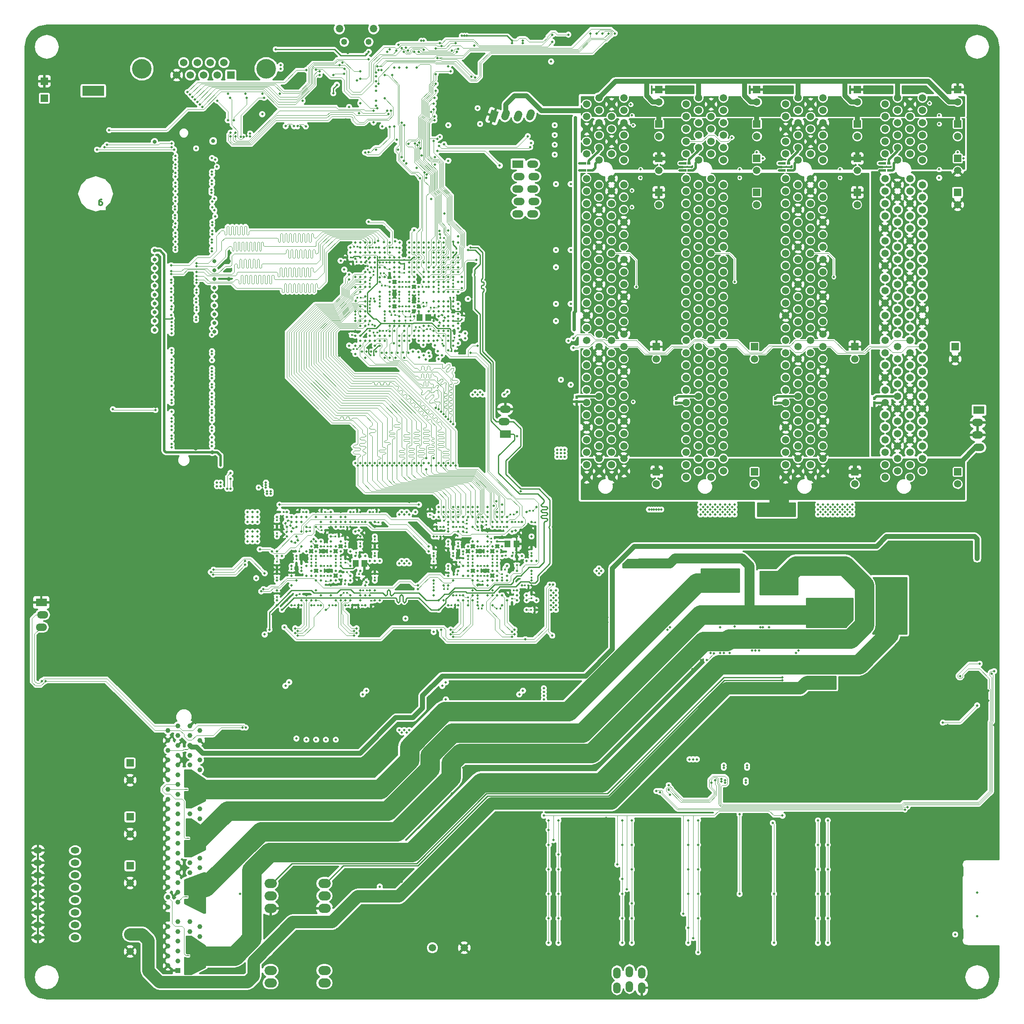
<source format=gbl>
G04 #@! TF.FileFunction,Copper,L6,Bot,Signal*
%FSLAX46Y46*%
G04 Gerber Fmt 4.6, Leading zero omitted, Abs format (unit mm)*
G04 Created by KiCad (PCBNEW (2016-09-03 BZR 7112, Git 24f6c4b)-product) date Mon Sep  5 22:12:06 2016*
%MOMM*%
%LPD*%
G01*
G04 APERTURE LIST*
%ADD10C,0.100000*%
%ADD11C,0.300000*%
%ADD12C,0.200000*%
%ADD13R,1.500000X1.500000*%
%ADD14R,2.286000X1.524000*%
%ADD15O,2.286000X1.524000*%
%ADD16O,1.524000X2.286000*%
%ADD17C,1.524000*%
%ADD18C,0.500000*%
%ADD19O,1.778000X1.300000*%
%ADD20C,1.000000*%
%ADD21R,1.000000X1.000000*%
%ADD22R,4.500000X2.000000*%
%ADD23O,5.000000X2.000000*%
%ADD24O,1.550000X1.550000*%
%ADD25O,1.250000X1.250000*%
%ADD26C,1.501140*%
%ADD27C,1.500000*%
%ADD28R,0.600000X0.650000*%
%ADD29R,0.650000X0.600000*%
%ADD30C,9.000000*%
%ADD31O,2.500000X1.900000*%
%ADD32C,0.200000*%
%ADD33C,4.000000*%
%ADD34R,1.524000X1.524000*%
%ADD35C,1.524000*%
%ADD36R,0.400000X0.450000*%
%ADD37R,0.450000X0.400000*%
%ADD38R,1.150000X1.450000*%
%ADD39C,0.800000*%
%ADD40C,0.250000*%
%ADD41C,0.125000*%
%ADD42C,0.500000*%
%ADD43C,2.500000*%
%ADD44C,0.700000*%
%ADD45C,4.000000*%
%ADD46C,2.000000*%
%ADD47C,1.000000*%
%ADD48C,0.220000*%
%ADD49C,0.254000*%
%ADD50C,0.350000*%
G04 APERTURE END LIST*
D10*
D11*
X16228571Y-36142857D02*
X16000000Y-36142857D01*
X15885714Y-36200000D01*
X15828571Y-36257142D01*
X15714285Y-36428571D01*
X15657142Y-36657142D01*
X15657142Y-37114285D01*
X15714285Y-37228571D01*
X15771428Y-37285714D01*
X15885714Y-37342857D01*
X16114285Y-37342857D01*
X16228571Y-37285714D01*
X16285714Y-37228571D01*
X16342857Y-37114285D01*
X16342857Y-36828571D01*
X16285714Y-36714285D01*
X16228571Y-36657142D01*
X16114285Y-36600000D01*
X15885714Y-36600000D01*
X15771428Y-36657142D01*
X15714285Y-36714285D01*
X15657142Y-36828571D01*
D12*
X33700000Y-148500000D02*
X33300000Y-148500000D01*
X33600000Y-156600000D02*
X33200000Y-156600000D01*
X34000000Y-166600000D02*
X33600000Y-166600000D01*
X33600000Y-178600000D02*
X33200000Y-178600000D01*
X34000000Y-190600000D02*
X33600000Y-190600000D01*
X85300000Y-7250000D02*
X85700000Y-7250000D01*
X73000000Y-9000000D02*
X73400000Y-9000000D01*
D13*
X4500000Y-15500060D03*
X4500000Y-11999940D03*
D14*
X98627000Y-84040000D03*
D15*
X98373000Y-81500000D03*
X98627000Y-78960000D03*
D16*
X121460000Y-197151000D03*
X124000000Y-196897000D03*
X126540000Y-197151000D03*
X121460000Y-194103000D03*
X124000000Y-193849000D03*
X126540000Y-194103000D03*
D14*
X195377000Y-79190000D03*
D15*
X195123000Y-81730000D03*
X195123000Y-84270000D03*
X195377000Y-86810000D03*
D14*
X3873000Y-118460000D03*
D15*
X4127000Y-121000000D03*
X3873000Y-123540000D03*
D10*
G36*
X95083025Y-19940449D02*
X95864883Y-17792312D01*
X97296975Y-18313551D01*
X96515117Y-20461688D01*
X95083025Y-19940449D01*
X95083025Y-19940449D01*
G37*
D17*
X98860310Y-18514977D02*
X98599690Y-19231023D01*
X101400310Y-18768977D02*
X101139690Y-19485023D01*
X103940310Y-18514977D02*
X103679690Y-19231023D01*
D14*
X101222000Y-28920000D03*
D15*
X101476000Y-31460000D03*
X101222000Y-34000000D03*
X101476000Y-36540000D03*
X101222000Y-39080000D03*
X104270000Y-28920000D03*
X104524000Y-31460000D03*
X104270000Y-34000000D03*
X104524000Y-36540000D03*
X104270000Y-39080000D03*
D18*
X46000000Y-92729290D03*
X46500000Y-93229290D03*
X45500000Y-93229290D03*
X45500000Y-92229290D03*
X46500000Y-92229290D03*
D19*
X3190000Y-169110000D03*
X3190000Y-171650000D03*
X3190000Y-174190000D03*
X3190000Y-176730000D03*
X3190000Y-179270000D03*
X3190000Y-181810000D03*
X3190000Y-184350000D03*
X3190000Y-186890000D03*
X10810000Y-186890000D03*
X10810000Y-184350000D03*
X10810000Y-181810000D03*
X10810000Y-179270000D03*
X10810000Y-176730000D03*
X10810000Y-174190000D03*
X10810000Y-171650000D03*
X10810000Y-169110000D03*
D20*
X34250000Y-193650000D03*
X36250000Y-192650000D03*
X34250000Y-191650000D03*
X36250000Y-190650000D03*
X34250000Y-189650000D03*
X36250000Y-188650000D03*
X34250000Y-187650000D03*
X36250000Y-186650000D03*
X34250000Y-185650000D03*
X36250000Y-184650000D03*
X34250000Y-183650000D03*
D21*
X31750000Y-193650000D03*
D20*
X29750000Y-192650000D03*
X31750000Y-191650000D03*
X29750000Y-190650000D03*
X31750000Y-189650000D03*
X29750000Y-188650000D03*
X31750000Y-187650000D03*
X29750000Y-186650000D03*
X31750000Y-185650000D03*
X29750000Y-184650000D03*
X31750000Y-183650000D03*
X36250000Y-180650000D03*
X34250000Y-179650000D03*
X36250000Y-178650000D03*
X34250000Y-177650000D03*
X36250000Y-176650000D03*
X34250000Y-175650000D03*
X36250000Y-174650000D03*
X34250000Y-173650000D03*
X36250000Y-172650000D03*
X34250000Y-171650000D03*
X36250000Y-170650000D03*
X34250000Y-169650000D03*
X36250000Y-168650000D03*
X34250000Y-167650000D03*
X36250000Y-166650000D03*
X34250000Y-165650000D03*
X36250000Y-164650000D03*
X34250000Y-163650000D03*
X36250000Y-162650000D03*
X34250000Y-161650000D03*
X36250000Y-160650000D03*
X34250000Y-159650000D03*
X36250000Y-158650000D03*
X34250000Y-157650000D03*
X36250000Y-156650000D03*
X34250000Y-155650000D03*
X36250000Y-154650000D03*
X34250000Y-153650000D03*
X36250000Y-152650000D03*
X34250000Y-151650000D03*
X36250000Y-150650000D03*
X34250000Y-149650000D03*
X36250000Y-148650000D03*
X34250000Y-147650000D03*
X36250000Y-146650000D03*
X34250000Y-145650000D03*
X36250000Y-144650000D03*
X34250000Y-143650000D03*
X29750000Y-180650000D03*
X31750000Y-179650000D03*
X29750000Y-178650000D03*
X31750000Y-177650000D03*
X29750000Y-176650000D03*
X31750000Y-175650000D03*
X29750000Y-174650000D03*
X31750000Y-173650000D03*
X29750000Y-172650000D03*
X31750000Y-171650000D03*
X29750000Y-170650000D03*
X31750000Y-169650000D03*
X29750000Y-168650000D03*
X31750000Y-167650000D03*
X29750000Y-166650000D03*
X31750000Y-165650000D03*
X29750000Y-164650000D03*
X31750000Y-163650000D03*
X29750000Y-162650000D03*
X31750000Y-161650000D03*
X29750000Y-160650000D03*
X31750000Y-159650000D03*
X29750000Y-158650000D03*
X31750000Y-157650000D03*
X29750000Y-156650000D03*
X31750000Y-155650000D03*
X29750000Y-154650000D03*
X31750000Y-153650000D03*
X29750000Y-152650000D03*
X31750000Y-151650000D03*
X29750000Y-150650000D03*
X31750000Y-149650000D03*
X29750000Y-148650000D03*
X31750000Y-147650000D03*
X29750000Y-146650000D03*
X31750000Y-145650000D03*
X29750000Y-144650000D03*
X31750000Y-143650000D03*
D22*
X14500000Y-14000000D03*
D23*
X14500000Y-8000000D03*
D24*
X71750000Y-1300000D03*
X64750000Y-1300000D03*
D25*
X70750000Y-4000000D03*
X65750000Y-4000000D03*
D26*
X176190000Y-92865000D03*
X181270000Y-92865000D03*
X178730000Y-91595000D03*
X183810000Y-91595000D03*
X176190000Y-90325000D03*
X176190000Y-87785000D03*
X176190000Y-85245000D03*
X176190000Y-82705000D03*
X176190000Y-80165000D03*
X176190000Y-77625000D03*
X176190000Y-75085000D03*
X176190000Y-72545000D03*
X176190000Y-70005000D03*
X176190000Y-67465000D03*
X176190000Y-64925000D03*
X176190000Y-62385000D03*
X176190000Y-59845000D03*
X176190000Y-57305000D03*
X176190000Y-54765000D03*
X178730000Y-89055000D03*
X178730000Y-86515000D03*
X178730000Y-83975000D03*
X178730000Y-81435000D03*
X178730000Y-78895000D03*
X178730000Y-76355000D03*
X178730000Y-73815000D03*
X178730000Y-71275000D03*
X178730000Y-68735000D03*
X178730000Y-66195000D03*
X178730000Y-63655000D03*
X178730000Y-61115000D03*
X178730000Y-58575000D03*
X178730000Y-56035000D03*
X178730000Y-53495000D03*
X176190000Y-52225000D03*
X178730000Y-50955000D03*
X176190000Y-49685000D03*
X178730000Y-48415000D03*
X176190000Y-47145000D03*
X178730000Y-45875000D03*
X176190000Y-44605000D03*
X178730000Y-43335000D03*
X176190000Y-42065000D03*
X178730000Y-40795000D03*
X176190000Y-39525000D03*
X178730000Y-38255000D03*
X176190000Y-36985000D03*
X178730000Y-35715000D03*
X176190000Y-34445000D03*
X178730000Y-33175000D03*
X176190000Y-31905000D03*
X178730000Y-28095000D03*
X176190000Y-26825000D03*
X178730000Y-25555000D03*
X176190000Y-24285000D03*
X178730000Y-23015000D03*
X176190000Y-21745000D03*
X178730000Y-20475000D03*
X176190000Y-19205000D03*
X178730000Y-17935000D03*
X176190000Y-16665000D03*
X178730000Y-15395000D03*
X181270000Y-90325000D03*
X183810000Y-89055000D03*
X181270000Y-87785000D03*
X183810000Y-86515000D03*
X181270000Y-85245000D03*
X183810000Y-83975000D03*
X181270000Y-82705000D03*
X183810000Y-81435000D03*
X181270000Y-80165000D03*
X183810000Y-78895000D03*
X181270000Y-77625000D03*
X183810000Y-76355000D03*
X181270000Y-75085000D03*
X183810000Y-73815000D03*
X181270000Y-72545000D03*
X183810000Y-71275000D03*
X181270000Y-70005000D03*
X183810000Y-68735000D03*
X181270000Y-67465000D03*
X183810000Y-66195000D03*
X181270000Y-64925000D03*
X183810000Y-63655000D03*
X181270000Y-62385000D03*
X183810000Y-61115000D03*
X181270000Y-59845000D03*
X183810000Y-58575000D03*
X181270000Y-57305000D03*
X183810000Y-56035000D03*
X181270000Y-54765000D03*
X183810000Y-53495000D03*
X181270000Y-52225000D03*
X183810000Y-50955000D03*
X181270000Y-49685000D03*
X183810000Y-48415000D03*
X181270000Y-47145000D03*
X183810000Y-45875000D03*
X181270000Y-44605000D03*
X183810000Y-43335000D03*
X181270000Y-42065000D03*
X183810000Y-40795000D03*
X181270000Y-39525000D03*
X183810000Y-38255000D03*
X181270000Y-36985000D03*
X183810000Y-35715000D03*
X181270000Y-34445000D03*
X183810000Y-33175000D03*
X181270000Y-31905000D03*
X183810000Y-28095000D03*
X181270000Y-26825000D03*
X183810000Y-25555000D03*
X181270000Y-24285000D03*
X183810000Y-23015000D03*
X181270000Y-21745000D03*
X183810000Y-20475000D03*
X181270000Y-19205000D03*
X183810000Y-17935000D03*
X181270000Y-16665000D03*
X183810000Y-15395000D03*
X155870000Y-92865000D03*
X160950000Y-92865000D03*
X158410000Y-91595000D03*
X163490000Y-91595000D03*
X155870000Y-90325000D03*
X155870000Y-87785000D03*
X155870000Y-85245000D03*
X155870000Y-82705000D03*
X155870000Y-80165000D03*
X155870000Y-77625000D03*
X155870000Y-75085000D03*
X155870000Y-72545000D03*
X155870000Y-70005000D03*
X155870000Y-67465000D03*
X155870000Y-64925000D03*
X155870000Y-62385000D03*
X155870000Y-59845000D03*
X155870000Y-57305000D03*
X155870000Y-54765000D03*
X158410000Y-89055000D03*
X158410000Y-86515000D03*
X158410000Y-83975000D03*
X158410000Y-81435000D03*
X158410000Y-78895000D03*
X158410000Y-76355000D03*
X158410000Y-73815000D03*
X158410000Y-71275000D03*
X158410000Y-68735000D03*
X158410000Y-66195000D03*
X158410000Y-63655000D03*
X158410000Y-61115000D03*
X158410000Y-58575000D03*
X158410000Y-56035000D03*
X158410000Y-53495000D03*
X155870000Y-52225000D03*
X158410000Y-50955000D03*
X155870000Y-49685000D03*
X158410000Y-48415000D03*
X155870000Y-47145000D03*
X158410000Y-45875000D03*
X155870000Y-44605000D03*
X158410000Y-43335000D03*
X155870000Y-42065000D03*
X158410000Y-40795000D03*
X155870000Y-39525000D03*
X158410000Y-38255000D03*
X155870000Y-36985000D03*
X158410000Y-35715000D03*
X155870000Y-34445000D03*
X158410000Y-33175000D03*
X155870000Y-31905000D03*
X158410000Y-28095000D03*
X155870000Y-26825000D03*
X158410000Y-25555000D03*
X155870000Y-24285000D03*
X158410000Y-23015000D03*
X155870000Y-21745000D03*
X158410000Y-20475000D03*
X155870000Y-19205000D03*
X158410000Y-17935000D03*
X155870000Y-16665000D03*
X158410000Y-15395000D03*
X160950000Y-90325000D03*
X163490000Y-89055000D03*
X160950000Y-87785000D03*
X163490000Y-86515000D03*
X160950000Y-85245000D03*
X163490000Y-83975000D03*
X160950000Y-82705000D03*
X163490000Y-81435000D03*
X160950000Y-80165000D03*
X163490000Y-78895000D03*
X160950000Y-77625000D03*
X163490000Y-76355000D03*
X160950000Y-75085000D03*
X163490000Y-73815000D03*
X160950000Y-72545000D03*
X163490000Y-71275000D03*
X160950000Y-70005000D03*
X163490000Y-68735000D03*
X160950000Y-67465000D03*
X163490000Y-66195000D03*
X160950000Y-64925000D03*
X163490000Y-63655000D03*
X160950000Y-62385000D03*
X163490000Y-61115000D03*
X160950000Y-59845000D03*
X163490000Y-58575000D03*
X160950000Y-57305000D03*
X163490000Y-56035000D03*
X160950000Y-54765000D03*
X163490000Y-53495000D03*
X160950000Y-52225000D03*
X163490000Y-50955000D03*
X160950000Y-49685000D03*
X163490000Y-48415000D03*
X160950000Y-47145000D03*
X163490000Y-45875000D03*
X160950000Y-44605000D03*
X163490000Y-43335000D03*
X160950000Y-42065000D03*
X163490000Y-40795000D03*
X160950000Y-39525000D03*
X163490000Y-38255000D03*
X160950000Y-36985000D03*
X163490000Y-35715000D03*
X160950000Y-34445000D03*
X163490000Y-33175000D03*
X160950000Y-31905000D03*
X163490000Y-28095000D03*
X160950000Y-26825000D03*
X163490000Y-25555000D03*
X160950000Y-24285000D03*
X163490000Y-23015000D03*
X160950000Y-21745000D03*
X163490000Y-20475000D03*
X160950000Y-19205000D03*
X163490000Y-17935000D03*
X160950000Y-16665000D03*
X163490000Y-15395000D03*
X135550000Y-92865000D03*
X140630000Y-92865000D03*
X138090000Y-91595000D03*
X143170000Y-91595000D03*
X135550000Y-90325000D03*
X135550000Y-87785000D03*
X135550000Y-85245000D03*
X135550000Y-82705000D03*
X135550000Y-80165000D03*
X135550000Y-77625000D03*
X135550000Y-75085000D03*
X135550000Y-72545000D03*
X135550000Y-70005000D03*
X135550000Y-67465000D03*
X135550000Y-64925000D03*
X135550000Y-62385000D03*
X135550000Y-59845000D03*
X135550000Y-57305000D03*
X135550000Y-54765000D03*
X138090000Y-89055000D03*
X138090000Y-86515000D03*
X138090000Y-83975000D03*
X138090000Y-81435000D03*
X138090000Y-78895000D03*
X138090000Y-76355000D03*
X138090000Y-73815000D03*
X138090000Y-71275000D03*
X138090000Y-68735000D03*
X138090000Y-66195000D03*
X138090000Y-63655000D03*
X138090000Y-61115000D03*
X138090000Y-58575000D03*
X138090000Y-56035000D03*
X138090000Y-53495000D03*
X135550000Y-52225000D03*
X138090000Y-50955000D03*
X135550000Y-49685000D03*
X138090000Y-48415000D03*
X135550000Y-47145000D03*
X138090000Y-45875000D03*
X135550000Y-44605000D03*
X138090000Y-43335000D03*
X135550000Y-42065000D03*
X138090000Y-40795000D03*
X135550000Y-39525000D03*
X138090000Y-38255000D03*
X135550000Y-36985000D03*
X138090000Y-35715000D03*
X135550000Y-34445000D03*
X138090000Y-33175000D03*
X135550000Y-31905000D03*
X138090000Y-28095000D03*
X135550000Y-26825000D03*
X138090000Y-25555000D03*
X135550000Y-24285000D03*
X138090000Y-23015000D03*
X135550000Y-21745000D03*
X138090000Y-20475000D03*
X135550000Y-19205000D03*
X138090000Y-17935000D03*
X135550000Y-16665000D03*
X138090000Y-15395000D03*
X140630000Y-90325000D03*
X143170000Y-89055000D03*
X140630000Y-87785000D03*
X143170000Y-86515000D03*
X140630000Y-85245000D03*
X143170000Y-83975000D03*
X140630000Y-82705000D03*
X143170000Y-81435000D03*
X140630000Y-80165000D03*
X143170000Y-78895000D03*
X140630000Y-77625000D03*
X143170000Y-76355000D03*
X140630000Y-75085000D03*
X143170000Y-73815000D03*
X140630000Y-72545000D03*
X143170000Y-71275000D03*
X140630000Y-70005000D03*
X143170000Y-68735000D03*
X140630000Y-67465000D03*
X143170000Y-66195000D03*
X140630000Y-64925000D03*
X143170000Y-63655000D03*
X140630000Y-62385000D03*
X143170000Y-61115000D03*
X140630000Y-59845000D03*
X143170000Y-58575000D03*
X140630000Y-57305000D03*
X143170000Y-56035000D03*
X140630000Y-54765000D03*
X143170000Y-53495000D03*
X140630000Y-52225000D03*
X143170000Y-50955000D03*
X140630000Y-49685000D03*
X143170000Y-48415000D03*
X140630000Y-47145000D03*
X143170000Y-45875000D03*
X140630000Y-44605000D03*
X143170000Y-43335000D03*
X140630000Y-42065000D03*
X143170000Y-40795000D03*
X140630000Y-39525000D03*
X143170000Y-38255000D03*
X140630000Y-36985000D03*
X143170000Y-35715000D03*
X140630000Y-34445000D03*
X143170000Y-33175000D03*
X140630000Y-31905000D03*
X143170000Y-28095000D03*
X140630000Y-26825000D03*
X143170000Y-25555000D03*
X140630000Y-24285000D03*
X143170000Y-23015000D03*
X140630000Y-21745000D03*
X143170000Y-20475000D03*
X140630000Y-19205000D03*
X143170000Y-17935000D03*
X140630000Y-16665000D03*
X143170000Y-15395000D03*
X115230000Y-92865000D03*
X120310000Y-92865000D03*
X117770000Y-91595000D03*
X122850000Y-91595000D03*
X115230000Y-90325000D03*
X115230000Y-87785000D03*
X115230000Y-85245000D03*
X115230000Y-82705000D03*
X115230000Y-80165000D03*
X115230000Y-77625000D03*
X115230000Y-75085000D03*
X115230000Y-72545000D03*
X115230000Y-70005000D03*
X115230000Y-67465000D03*
X115230000Y-64925000D03*
X115230000Y-62385000D03*
X115230000Y-59845000D03*
X115230000Y-57305000D03*
X115230000Y-54765000D03*
X117770000Y-89055000D03*
X117770000Y-86515000D03*
X117770000Y-83975000D03*
X117770000Y-81435000D03*
X117770000Y-78895000D03*
X117770000Y-76355000D03*
X117770000Y-73815000D03*
X117770000Y-71275000D03*
X117770000Y-68735000D03*
X117770000Y-66195000D03*
X117770000Y-63655000D03*
X117770000Y-61115000D03*
X117770000Y-58575000D03*
X117770000Y-56035000D03*
X117770000Y-53495000D03*
X115230000Y-52225000D03*
X117770000Y-50955000D03*
X115230000Y-49685000D03*
X117770000Y-48415000D03*
X115230000Y-47145000D03*
X117770000Y-45875000D03*
X115230000Y-44605000D03*
X117770000Y-43335000D03*
X115230000Y-42065000D03*
X117770000Y-40795000D03*
X115230000Y-39525000D03*
X117770000Y-38255000D03*
X115230000Y-36985000D03*
X117770000Y-35715000D03*
X115230000Y-34445000D03*
X117770000Y-33175000D03*
X115230000Y-31905000D03*
X117770000Y-28095000D03*
X115230000Y-26825000D03*
X117770000Y-25555000D03*
X115230000Y-24285000D03*
X117770000Y-23015000D03*
X115230000Y-21745000D03*
X117770000Y-20475000D03*
X115230000Y-19205000D03*
X117770000Y-17935000D03*
X115230000Y-16665000D03*
X117770000Y-15395000D03*
X120310000Y-90325000D03*
X122850000Y-89055000D03*
X120310000Y-87785000D03*
X122850000Y-86515000D03*
X120310000Y-85245000D03*
X122850000Y-83975000D03*
X120310000Y-82705000D03*
X122850000Y-81435000D03*
X120310000Y-80165000D03*
X122850000Y-78895000D03*
X120310000Y-77625000D03*
X122850000Y-76355000D03*
X120310000Y-75085000D03*
X122850000Y-73815000D03*
X120310000Y-72545000D03*
X122850000Y-71275000D03*
X120310000Y-70005000D03*
X122850000Y-68735000D03*
X120310000Y-67465000D03*
X122850000Y-66195000D03*
X120310000Y-64925000D03*
X122850000Y-63655000D03*
X120310000Y-62385000D03*
X122850000Y-61115000D03*
X120310000Y-59845000D03*
X122850000Y-58575000D03*
X120310000Y-57305000D03*
X122850000Y-56035000D03*
X120310000Y-54765000D03*
X122850000Y-53495000D03*
X120310000Y-52225000D03*
X122850000Y-50955000D03*
X120310000Y-49685000D03*
X122850000Y-48415000D03*
X120310000Y-47145000D03*
X122850000Y-45875000D03*
X120310000Y-44605000D03*
X122850000Y-43335000D03*
X120310000Y-42065000D03*
X122850000Y-40795000D03*
X120310000Y-39525000D03*
X122850000Y-38255000D03*
X120310000Y-36985000D03*
X122850000Y-35715000D03*
X120310000Y-34445000D03*
X122850000Y-33175000D03*
X120310000Y-31905000D03*
X122850000Y-28095000D03*
X120310000Y-26825000D03*
X122850000Y-25555000D03*
X120310000Y-24285000D03*
X122850000Y-23015000D03*
X120310000Y-21745000D03*
X122850000Y-20475000D03*
X120310000Y-19205000D03*
X122850000Y-17935000D03*
X120310000Y-16665000D03*
X122850000Y-15395000D03*
D13*
X150000000Y-27750320D03*
D27*
X150000000Y-30249680D03*
D13*
X191000000Y-27750320D03*
D27*
X191000000Y-30249680D03*
D13*
X191000000Y-20750320D03*
D27*
X191000000Y-23249680D03*
D13*
X170000000Y-66250320D03*
D27*
X170000000Y-68749680D03*
D13*
X170500000Y-34750320D03*
D27*
X170500000Y-37249680D03*
D13*
X170500000Y-27750320D03*
D27*
X170500000Y-30249680D03*
D13*
X170500000Y-20750320D03*
D27*
X170500000Y-23249680D03*
D13*
X149500000Y-66250320D03*
D27*
X149500000Y-68749680D03*
D13*
X150000000Y-34750320D03*
D27*
X150000000Y-37249680D03*
D13*
X150000000Y-20750320D03*
D27*
X150000000Y-23249680D03*
D13*
X129500000Y-66250320D03*
D27*
X129500000Y-68749680D03*
D13*
X130000000Y-34750320D03*
D27*
X130000000Y-37249680D03*
D13*
X130000000Y-27750320D03*
D27*
X130000000Y-30249680D03*
D13*
X130000000Y-20750320D03*
D27*
X130000000Y-23249680D03*
D13*
X190500000Y-66250320D03*
D27*
X190500000Y-68749680D03*
D13*
X130000000Y-13750320D03*
D27*
X130000000Y-16249680D03*
D13*
X150000000Y-13750320D03*
D27*
X150000000Y-16249680D03*
D13*
X170500000Y-13750320D03*
D27*
X170500000Y-16249680D03*
D13*
X191000000Y-34750320D03*
D27*
X191000000Y-37249680D03*
D13*
X191000000Y-13750320D03*
D27*
X191000000Y-16249680D03*
D28*
X174000000Y-76800000D03*
X174000000Y-77700000D03*
X153750000Y-76800000D03*
X153750000Y-77700000D03*
X113250000Y-76550000D03*
X113250000Y-77450000D03*
D29*
X176950000Y-30250000D03*
X176050000Y-30250000D03*
X176950000Y-28750000D03*
X176050000Y-28750000D03*
X156450000Y-30250000D03*
X155550000Y-30250000D03*
X156450000Y-28750000D03*
X155550000Y-28750000D03*
X136200000Y-30250000D03*
X135300000Y-30250000D03*
X136200000Y-28750000D03*
X135300000Y-28750000D03*
X115700000Y-30250000D03*
X114800000Y-30250000D03*
X115700000Y-28750000D03*
X114800000Y-28750000D03*
D28*
X133500000Y-76800000D03*
X133500000Y-77700000D03*
D13*
X191000000Y-91750320D03*
D27*
X191000000Y-94249680D03*
D13*
X170000000Y-91750320D03*
D27*
X170000000Y-94249680D03*
D13*
X149500000Y-91750320D03*
D27*
X149500000Y-94249680D03*
D13*
X129500000Y-91750320D03*
D27*
X129500000Y-94249680D03*
D13*
X22000000Y-162249940D03*
D27*
X22000000Y-165750060D03*
D13*
X22000000Y-151249940D03*
D27*
X22000000Y-154750060D03*
D13*
X22000000Y-186249940D03*
D27*
X22000000Y-189750060D03*
D13*
X22000000Y-172249940D03*
D27*
X22000000Y-175750060D03*
D30*
X119000000Y-104000000D03*
D20*
X122000000Y-104000000D03*
X120500000Y-106600000D03*
X117500000Y-106600000D03*
X116000000Y-104000000D03*
X117500000Y-101400000D03*
X120500000Y-101400000D03*
D30*
X78000000Y-130000000D03*
D20*
X81000000Y-130000000D03*
X79500000Y-132600000D03*
X76500000Y-132600000D03*
X75000000Y-130000000D03*
X76500000Y-127400000D03*
X79500000Y-127400000D03*
D30*
X33000000Y-104000000D03*
D20*
X36000000Y-104000000D03*
X34500000Y-106600000D03*
X31500000Y-106600000D03*
X30000000Y-104000000D03*
X31500000Y-101400000D03*
X34500000Y-101400000D03*
D30*
X92000000Y-32000000D03*
D20*
X95000000Y-32000000D03*
X93500000Y-34600000D03*
X90500000Y-34600000D03*
X89000000Y-32000000D03*
X90500000Y-29400000D03*
X93500000Y-29400000D03*
D31*
X61700000Y-196160000D03*
X61700000Y-193620000D03*
X61700000Y-180920000D03*
X61700000Y-178380000D03*
X61700000Y-175840000D03*
X50700000Y-196160000D03*
X50700000Y-193620000D03*
X50700000Y-180920000D03*
X50700000Y-178380000D03*
X50700000Y-175840000D03*
D32*
X33700000Y-148500000D03*
X33300000Y-148500000D03*
X33600000Y-156600000D03*
X33200000Y-156600000D03*
X34000000Y-166600000D03*
X33600000Y-166600000D03*
X33600000Y-178600000D03*
X33200000Y-178600000D03*
X34000000Y-190600000D03*
X33600000Y-190600000D03*
X85300000Y-7250000D03*
X85700000Y-7250000D03*
X73000000Y-9000000D03*
X73400000Y-9000000D03*
D33*
X49827000Y-9500000D03*
X24427000Y-9500000D03*
D34*
X42588000Y-10770000D03*
D35*
X39794000Y-10770000D03*
X37000000Y-10770000D03*
X34333000Y-10770000D03*
X31539000Y-10770000D03*
X32936000Y-8230000D03*
X35730000Y-8230000D03*
X38397000Y-8230000D03*
X41191000Y-8230000D03*
D30*
X150000000Y-6000000D03*
D20*
X153000000Y-6000000D03*
X151500000Y-8600000D03*
X148500000Y-8600000D03*
X147000000Y-6000000D03*
X148500000Y-3400000D03*
X151500000Y-3400000D03*
D30*
X193000000Y-124000000D03*
D20*
X196000000Y-124000000D03*
X194500000Y-126600000D03*
X191500000Y-126600000D03*
X190000000Y-124000000D03*
X191500000Y-121400000D03*
X194500000Y-121400000D03*
D30*
X73000000Y-187000000D03*
D20*
X76000000Y-187000000D03*
X74500000Y-189600000D03*
X71500000Y-189600000D03*
X70000000Y-187000000D03*
X71500000Y-184400000D03*
X74500000Y-184400000D03*
D36*
X78000000Y-48550000D03*
X78000000Y-49250000D03*
D37*
X67100000Y-48000000D03*
X66400000Y-48000000D03*
D36*
X71000000Y-52650000D03*
X71000000Y-53350000D03*
X67300000Y-63150000D03*
X67300000Y-63850000D03*
X79250000Y-60150000D03*
X79250000Y-60850000D03*
X85750000Y-64900000D03*
X85750000Y-65600000D03*
D37*
X82650000Y-62650000D03*
X83350000Y-62650000D03*
D36*
X88250000Y-63650000D03*
X88250000Y-64350000D03*
X88700000Y-46950000D03*
X88700000Y-46250000D03*
X71000000Y-57650000D03*
X71000000Y-58350000D03*
D37*
X85400000Y-44000000D03*
X86100000Y-44000000D03*
D36*
X88000000Y-53350000D03*
X88000000Y-52650000D03*
D37*
X75650000Y-46000000D03*
X76350000Y-46000000D03*
X87650000Y-67100000D03*
X88350000Y-67100000D03*
X71150000Y-56400000D03*
X71850000Y-56400000D03*
X67550000Y-48900000D03*
X68250000Y-48900000D03*
D36*
X77000000Y-55650000D03*
X77000000Y-56350000D03*
D37*
X78350000Y-54000000D03*
X77650000Y-54000000D03*
X78350000Y-59000000D03*
X77650000Y-59000000D03*
X77650000Y-53000000D03*
X78350000Y-53000000D03*
D36*
X79000000Y-56350000D03*
X79000000Y-55650000D03*
D37*
X77650000Y-58000000D03*
X78350000Y-58000000D03*
D36*
X75000000Y-55650000D03*
X75000000Y-56350000D03*
X81000000Y-56350000D03*
X81000000Y-55650000D03*
X71750000Y-51600000D03*
X71750000Y-50900000D03*
D37*
X74100000Y-53750000D03*
X73400000Y-53750000D03*
D10*
G36*
X70234835Y-49048007D02*
X69951993Y-48765165D01*
X70270191Y-48446967D01*
X70553033Y-48729809D01*
X70234835Y-49048007D01*
X70234835Y-49048007D01*
G37*
G36*
X70729809Y-48553033D02*
X70446967Y-48270191D01*
X70765165Y-47951993D01*
X71048007Y-48234835D01*
X70729809Y-48553033D01*
X70729809Y-48553033D01*
G37*
D37*
X73650000Y-63000000D03*
X74350000Y-63000000D03*
X69100000Y-56250000D03*
X68400000Y-56250000D03*
X71150000Y-68000000D03*
X71850000Y-68000000D03*
X67750000Y-45800000D03*
X68450000Y-45800000D03*
X81100000Y-62250000D03*
X80400000Y-62250000D03*
D36*
X68000000Y-59650000D03*
X68000000Y-60350000D03*
X73000000Y-56650000D03*
X73000000Y-57350000D03*
D37*
X70750000Y-61750000D03*
X71450000Y-61750000D03*
X71550000Y-46000000D03*
X72250000Y-46000000D03*
X72450000Y-63300000D03*
X71750000Y-63300000D03*
D36*
X78000000Y-50400000D03*
X78000000Y-51100000D03*
D37*
X73650000Y-49000000D03*
X74350000Y-49000000D03*
X67650000Y-66750000D03*
X68350000Y-66750000D03*
X75400000Y-59750000D03*
X76100000Y-59750000D03*
D36*
X74000000Y-60350000D03*
X74000000Y-59650000D03*
D37*
X84100000Y-58250000D03*
X83400000Y-58250000D03*
X73850000Y-51250000D03*
X73150000Y-51250000D03*
X87400000Y-56250000D03*
X88100000Y-56250000D03*
D36*
X70575000Y-49750000D03*
X70575000Y-50450000D03*
X85000000Y-53650000D03*
X85000000Y-54350000D03*
D10*
G36*
X86548007Y-60265165D02*
X86265165Y-60548007D01*
X85946967Y-60229809D01*
X86229809Y-59946967D01*
X86548007Y-60265165D01*
X86548007Y-60265165D01*
G37*
G36*
X86053033Y-59770191D02*
X85770191Y-60053033D01*
X85451993Y-59734835D01*
X85734835Y-59451993D01*
X86053033Y-59770191D01*
X86053033Y-59770191D01*
G37*
G36*
X84451993Y-60734835D02*
X84734835Y-60451993D01*
X85053033Y-60770191D01*
X84770191Y-61053033D01*
X84451993Y-60734835D01*
X84451993Y-60734835D01*
G37*
G36*
X84946967Y-61229809D02*
X85229809Y-60946967D01*
X85548007Y-61265165D01*
X85265165Y-61548007D01*
X84946967Y-61229809D01*
X84946967Y-61229809D01*
G37*
D36*
X89750000Y-59900000D03*
X89750000Y-60600000D03*
D37*
X81900000Y-57250000D03*
X82600000Y-57250000D03*
X81750000Y-54000000D03*
X82450000Y-54000000D03*
X61650000Y-109000000D03*
X62350000Y-109000000D03*
X61650000Y-107000000D03*
X62350000Y-107000000D03*
X62350000Y-111000000D03*
X61650000Y-111000000D03*
X62350000Y-113000000D03*
X61650000Y-113000000D03*
D36*
X64000000Y-109650000D03*
X64000000Y-110350000D03*
X60000000Y-110350000D03*
X60000000Y-109650000D03*
X65000000Y-110350000D03*
X65000000Y-109650000D03*
X59000000Y-109650000D03*
X59000000Y-110350000D03*
X91000000Y-109650000D03*
X91000000Y-110350000D03*
X92000000Y-110350000D03*
X92000000Y-109650000D03*
D37*
X94350000Y-113000000D03*
X93650000Y-113000000D03*
D36*
X97000000Y-110350000D03*
X97000000Y-109650000D03*
D37*
X94350000Y-111000000D03*
X93650000Y-111000000D03*
D36*
X96000000Y-109650000D03*
X96000000Y-110350000D03*
D37*
X93650000Y-107000000D03*
X94350000Y-107000000D03*
X93650000Y-109000000D03*
X94350000Y-109000000D03*
X93850000Y-103750000D03*
X93150000Y-103750000D03*
X52650000Y-100000000D03*
X53350000Y-100000000D03*
D10*
G36*
X101548007Y-104265165D02*
X101265165Y-104548007D01*
X100946967Y-104229809D01*
X101229809Y-103946967D01*
X101548007Y-104265165D01*
X101548007Y-104265165D01*
G37*
G36*
X101053033Y-103770191D02*
X100770191Y-104053033D01*
X100451993Y-103734835D01*
X100734835Y-103451993D01*
X101053033Y-103770191D01*
X101053033Y-103770191D01*
G37*
D37*
X98350000Y-103000000D03*
X97650000Y-103000000D03*
D36*
X95750000Y-106100000D03*
X95750000Y-105400000D03*
D37*
X100350000Y-100500000D03*
X99650000Y-100500000D03*
D10*
G36*
X69548007Y-104265165D02*
X69265165Y-104548007D01*
X68946967Y-104229809D01*
X69229809Y-103946967D01*
X69548007Y-104265165D01*
X69548007Y-104265165D01*
G37*
G36*
X69053033Y-103770191D02*
X68770191Y-104053033D01*
X68451993Y-103734835D01*
X68734835Y-103451993D01*
X69053033Y-103770191D01*
X69053033Y-103770191D01*
G37*
D36*
X90750000Y-102350000D03*
X90750000Y-101650000D03*
X94750000Y-102600000D03*
X94750000Y-101900000D03*
D37*
X69350000Y-102000000D03*
X68650000Y-102000000D03*
X89350000Y-103000000D03*
X88650000Y-103000000D03*
X68350000Y-100000000D03*
X67650000Y-100000000D03*
X104350000Y-99750000D03*
X103650000Y-99750000D03*
X85400000Y-101750000D03*
X86100000Y-101750000D03*
X66350000Y-103000000D03*
X65650000Y-103000000D03*
X61150000Y-100000000D03*
X61850000Y-100000000D03*
X101350000Y-102000000D03*
X100650000Y-102000000D03*
X64600000Y-105000000D03*
X63900000Y-105000000D03*
X72350000Y-100000000D03*
X71650000Y-100000000D03*
X61850000Y-103750000D03*
X61150000Y-103750000D03*
X56650000Y-100000000D03*
X57350000Y-100000000D03*
D10*
G36*
X54451993Y-102734835D02*
X54734835Y-102451993D01*
X55053033Y-102770191D01*
X54770191Y-103053033D01*
X54451993Y-102734835D01*
X54451993Y-102734835D01*
G37*
G36*
X54946967Y-103229809D02*
X55229809Y-102946967D01*
X55548007Y-103265165D01*
X55265165Y-103548007D01*
X54946967Y-103229809D01*
X54946967Y-103229809D01*
G37*
D36*
X90750000Y-103400000D03*
X90750000Y-104100000D03*
X88000000Y-107650000D03*
X88000000Y-108350000D03*
X90000000Y-109350000D03*
X90000000Y-108650000D03*
X84000000Y-107650000D03*
X84000000Y-108350000D03*
D37*
X88150000Y-112750000D03*
X88850000Y-112750000D03*
D36*
X87000000Y-107350000D03*
X87000000Y-106650000D03*
X83250000Y-99900000D03*
X83250000Y-100600000D03*
X89000000Y-105650000D03*
X89000000Y-106350000D03*
D37*
X84650000Y-103000000D03*
X85350000Y-103000000D03*
X85350000Y-105000000D03*
X84650000Y-105000000D03*
D36*
X87000000Y-102650000D03*
X87000000Y-103350000D03*
X56000000Y-110350000D03*
X56000000Y-109650000D03*
D10*
G36*
X54265165Y-101451993D02*
X54548007Y-101734835D01*
X54229809Y-102053033D01*
X53946967Y-101770191D01*
X54265165Y-101451993D01*
X54265165Y-101451993D01*
G37*
G36*
X53770191Y-101946967D02*
X54053033Y-102229809D01*
X53734835Y-102548007D01*
X53451993Y-102265165D01*
X53770191Y-101946967D01*
X53770191Y-101946967D01*
G37*
D36*
X57000000Y-110650000D03*
X57000000Y-111350000D03*
X55000000Y-112350000D03*
X55000000Y-111650000D03*
D37*
X55900000Y-108000000D03*
X56600000Y-108000000D03*
D36*
X52000000Y-110850000D03*
X52000000Y-110150000D03*
D10*
G36*
X53484835Y-104798007D02*
X53201993Y-104515165D01*
X53520191Y-104196967D01*
X53803033Y-104479809D01*
X53484835Y-104798007D01*
X53484835Y-104798007D01*
G37*
G36*
X53979809Y-104303033D02*
X53696967Y-104020191D01*
X54015165Y-103701993D01*
X54298007Y-103984835D01*
X53979809Y-104303033D01*
X53979809Y-104303033D01*
G37*
D36*
X87000000Y-112350000D03*
X87000000Y-111650000D03*
X52000000Y-102350000D03*
X52000000Y-101650000D03*
D10*
G36*
X58984835Y-106298007D02*
X58701993Y-106015165D01*
X59020191Y-105696967D01*
X59303033Y-105979809D01*
X58984835Y-106298007D01*
X58984835Y-106298007D01*
G37*
G36*
X59479809Y-105803033D02*
X59196967Y-105520191D01*
X59515165Y-105201993D01*
X59798007Y-105484835D01*
X59479809Y-105803033D01*
X59479809Y-105803033D01*
G37*
G36*
X56265165Y-105451993D02*
X56548007Y-105734835D01*
X56229809Y-106053033D01*
X55946967Y-105770191D01*
X56265165Y-105451993D01*
X56265165Y-105451993D01*
G37*
G36*
X55770191Y-105946967D02*
X56053033Y-106229809D01*
X55734835Y-106548007D01*
X55451993Y-106265165D01*
X55770191Y-105946967D01*
X55770191Y-105946967D01*
G37*
D36*
X52000000Y-103650000D03*
X52000000Y-104350000D03*
X58750000Y-103150000D03*
X58750000Y-103850000D03*
D37*
X88650000Y-110250000D03*
X89350000Y-110250000D03*
D36*
X94000000Y-114850000D03*
X94000000Y-114150000D03*
X93000000Y-118350000D03*
X93000000Y-117650000D03*
D37*
X93150000Y-119750000D03*
X93850000Y-119750000D03*
X89350000Y-117000000D03*
X88650000Y-117000000D03*
D36*
X91000000Y-117400000D03*
X91000000Y-118100000D03*
D37*
X88350000Y-119000000D03*
X87650000Y-119000000D03*
D36*
X84000000Y-110850000D03*
X84000000Y-110150000D03*
D37*
X96900000Y-119750000D03*
X97600000Y-119750000D03*
D36*
X84000000Y-115350000D03*
X84000000Y-114650000D03*
D37*
X99650000Y-116000000D03*
X100350000Y-116000000D03*
X86150000Y-115750000D03*
X86850000Y-115750000D03*
X65650000Y-112250000D03*
X66350000Y-112250000D03*
X56350000Y-119000000D03*
X55650000Y-119000000D03*
X57350000Y-116750000D03*
X56650000Y-116750000D03*
D36*
X52000000Y-116650000D03*
X52000000Y-117350000D03*
D37*
X60350000Y-119000000D03*
X59650000Y-119000000D03*
X66350000Y-116500000D03*
X65650000Y-116500000D03*
X63350000Y-119000000D03*
X62650000Y-119000000D03*
D36*
X52000000Y-112650000D03*
X52000000Y-113350000D03*
D37*
X65150000Y-114750000D03*
X65850000Y-114750000D03*
D36*
X62000000Y-114850000D03*
X62000000Y-114150000D03*
D10*
G36*
X69451993Y-113734835D02*
X69734835Y-113451993D01*
X70053033Y-113770191D01*
X69770191Y-114053033D01*
X69451993Y-113734835D01*
X69451993Y-113734835D01*
G37*
G36*
X69946967Y-114229809D02*
X70229809Y-113946967D01*
X70548007Y-114265165D01*
X70265165Y-114548007D01*
X69946967Y-114229809D01*
X69946967Y-114229809D01*
G37*
D37*
X67350000Y-119000000D03*
X66650000Y-119000000D03*
D36*
X104000000Y-116900000D03*
X104000000Y-117600000D03*
X104000000Y-107650000D03*
X104000000Y-108350000D03*
D37*
X97900000Y-111750000D03*
X98600000Y-111750000D03*
D36*
X104750000Y-102850000D03*
X104750000Y-102150000D03*
X101000000Y-110150000D03*
X101000000Y-110850000D03*
D37*
X100850000Y-108250000D03*
X100150000Y-108250000D03*
X104600000Y-120000000D03*
X103900000Y-120000000D03*
D36*
X98750000Y-108150000D03*
X98750000Y-108850000D03*
X98000000Y-112650000D03*
X98000000Y-113350000D03*
X104000000Y-112650000D03*
X104000000Y-113350000D03*
X100000000Y-118350000D03*
X100000000Y-117650000D03*
D37*
X103350000Y-115000000D03*
X102650000Y-115000000D03*
X68650000Y-119000000D03*
X69350000Y-119000000D03*
D36*
X72750000Y-102850000D03*
X72750000Y-102150000D03*
X72000000Y-106350000D03*
X72000000Y-105650000D03*
X66000000Y-105650000D03*
X66000000Y-106350000D03*
X66000000Y-109650000D03*
X66000000Y-110350000D03*
X69000000Y-105650000D03*
X69000000Y-106350000D03*
D37*
X70350000Y-116000000D03*
X69650000Y-116000000D03*
X68850000Y-108250000D03*
X68150000Y-108250000D03*
D36*
X68750000Y-113350000D03*
X68750000Y-112650000D03*
X72000000Y-107650000D03*
X72000000Y-108350000D03*
X71250000Y-118850000D03*
X71250000Y-118150000D03*
X72000000Y-112650000D03*
X72000000Y-113350000D03*
D38*
X99100000Y-106500000D03*
X100900000Y-106500000D03*
X81100000Y-60250000D03*
X82900000Y-60250000D03*
X68100000Y-110500000D03*
X69900000Y-110500000D03*
D36*
X75000000Y-50400000D03*
X75000000Y-51100000D03*
X78250000Y-60850000D03*
X78250000Y-60150000D03*
D27*
X83750000Y-189000000D03*
X90250000Y-189000000D03*
D18*
X61000000Y-106000000D03*
X93000000Y-106000000D03*
X95000000Y-114000000D03*
X57250000Y-6250000D03*
X54000000Y-6250000D03*
X15000000Y-62500000D03*
X101750000Y-95750000D03*
X101000000Y-84500000D03*
X73000000Y-173000000D03*
X77500000Y-175500000D03*
X77500000Y-174000000D03*
X103750000Y-122500000D03*
X74000000Y-123000000D03*
X51100006Y-120900000D03*
X79000000Y-98000000D03*
X64729646Y-68111068D03*
X80000000Y-65000000D03*
X83287500Y-65938889D03*
X71150004Y-52150000D03*
X68000000Y-59025066D03*
D39*
X35400000Y-73200109D03*
X35400000Y-67999891D03*
X35400000Y-86999891D03*
X35400000Y-82199891D03*
X35400000Y-76799891D03*
X35400000Y-74999891D03*
D18*
X75899943Y-65500000D03*
X65365640Y-8234360D03*
X100000000Y-45000008D03*
X99500000Y-44500000D03*
X100000000Y-42999986D03*
X99500000Y-43500000D03*
X106000000Y-44999988D03*
X106500000Y-44500000D03*
X106000000Y-43000014D03*
X106500000Y-43500000D03*
X113000000Y-122999990D03*
X113000000Y-121000006D03*
X112500000Y-121500000D03*
X112500000Y-122500000D03*
X119000000Y-123000014D03*
X119500000Y-122500000D03*
X119000000Y-121000008D03*
X119500000Y-121500000D03*
X163000000Y-156000000D03*
X163500000Y-155500000D03*
X163000000Y-154000000D03*
X163500000Y-154500000D03*
X163000000Y-155000000D03*
X157000000Y-156000000D03*
X156500000Y-155500000D03*
X157000000Y-154000000D03*
X156500000Y-154500000D03*
X157000000Y-155000000D03*
X119000000Y-122000000D03*
X113000000Y-122000000D03*
X106000000Y-44000000D03*
X100000000Y-44000000D03*
X78000000Y-62000000D03*
X54624989Y-21198455D03*
X59000000Y-21250000D03*
X70075011Y-49000000D03*
X65900000Y-47062500D03*
X89000000Y-69000000D03*
X73965640Y-41784360D03*
X84750000Y-124500000D03*
X46000000Y-99250000D03*
X47000000Y-128000000D03*
X81750000Y-97500000D03*
X71000000Y-111000000D03*
X50500000Y-127500000D03*
X98000000Y-111000000D03*
X98000000Y-108000000D03*
X104000000Y-115000000D03*
X63000000Y-115000000D03*
X72000000Y-119000000D03*
X71000000Y-116000000D03*
X67000000Y-110000000D03*
X88000000Y-111000000D03*
X93000000Y-115000000D03*
X88000000Y-112000000D03*
X89000000Y-109000000D03*
X88000000Y-107000000D03*
X57000000Y-110000000D03*
X56000000Y-111000000D03*
X94000000Y-103000000D03*
X90000000Y-102000000D03*
X85000000Y-101000000D03*
X73000000Y-100000000D03*
X52000000Y-100000000D03*
X73000000Y-56000000D03*
X70000000Y-56000000D03*
X67000000Y-45000000D03*
X85250000Y-43250000D03*
X89000000Y-45000000D03*
X75051729Y-46000000D03*
X67980012Y-54139992D03*
X68036658Y-50224975D03*
X80000000Y-46000000D03*
X67000000Y-67000000D03*
X71000000Y-66000000D03*
X71000000Y-57000000D03*
X68000000Y-63000000D03*
X70000000Y-64000000D03*
X71000000Y-61000000D03*
X74000000Y-61000000D03*
X73000000Y-63000000D03*
X89000000Y-67000000D03*
X84000000Y-61000000D03*
X82000000Y-63000000D03*
X85000000Y-64000000D03*
X86000000Y-61000000D03*
X88000000Y-59000000D03*
X85000000Y-58000000D03*
X81000000Y-55000000D03*
X85000000Y-53000000D03*
X86000000Y-51000000D03*
X88000000Y-50000000D03*
X84000000Y-46000000D03*
X86000000Y-48000000D03*
X82000000Y-49000000D03*
X80000000Y-50000000D03*
X77000000Y-49000000D03*
X71000000Y-46000000D03*
X73000000Y-49000000D03*
X81000000Y-58000000D03*
X80000000Y-57000000D03*
X79000000Y-58000000D03*
X77000000Y-59000000D03*
X75000000Y-59000000D03*
X76000000Y-58000000D03*
X75000000Y-57000000D03*
X77000000Y-57000000D03*
X79000000Y-55000000D03*
X81000000Y-53000000D03*
X80000000Y-54000000D03*
X79000000Y-53000000D03*
X76000000Y-53000000D03*
X75000000Y-52000000D03*
X75000000Y-54000000D03*
X76000000Y-55000000D03*
X77000000Y-54000000D03*
D39*
X35350000Y-37050000D03*
X35400000Y-40350000D03*
X35400000Y-38700000D03*
X35400000Y-66200000D03*
X35400000Y-85200000D03*
D18*
X119250000Y-162500000D03*
X133250000Y-163750000D03*
X145250000Y-163750000D03*
X136500000Y-157000000D03*
X137750000Y-153500000D03*
X136250000Y-153500000D03*
X137000000Y-153500000D03*
X140750000Y-152250000D03*
X140750000Y-151750000D03*
X145250000Y-152250000D03*
X145250000Y-151750000D03*
X149250000Y-152250000D03*
X149250000Y-151750000D03*
X145250000Y-154750000D03*
X145250000Y-155250000D03*
X149250000Y-154750000D03*
X149250000Y-155250000D03*
X16500000Y-10500000D03*
X15500000Y-10500000D03*
X14500000Y-10500000D03*
X13500000Y-10500000D03*
X12500000Y-10500000D03*
X13000000Y-10000000D03*
X14000000Y-10000000D03*
X15000000Y-10000000D03*
X16000000Y-10000000D03*
X16500000Y-9500000D03*
X15500000Y-9500000D03*
X12500000Y-9500000D03*
X13500000Y-9500000D03*
X14500000Y-9500000D03*
X16500000Y-5500000D03*
X15500000Y-5500000D03*
X14500000Y-5500000D03*
X13500000Y-5500000D03*
X12500000Y-5500000D03*
X13000000Y-6000000D03*
X14000000Y-6000000D03*
X15000000Y-6000000D03*
X16000000Y-6000000D03*
X16500000Y-6500000D03*
X15500000Y-6500000D03*
X12500000Y-6500000D03*
X13500000Y-6500000D03*
X14500000Y-6500000D03*
D39*
X25000000Y-23250000D03*
D18*
X94500000Y-22500000D03*
X63000000Y-6500000D03*
X55250000Y-8500000D03*
X64000000Y-108000000D03*
X100000000Y-119000000D03*
X93000000Y-119000000D03*
X68000000Y-119000000D03*
X61000000Y-119000000D03*
X86000000Y-118000000D03*
X84000000Y-116000000D03*
X90000000Y-117000000D03*
X92000000Y-116000000D03*
X86000000Y-115000000D03*
X87000000Y-113000000D03*
X91000000Y-113000000D03*
X93000000Y-113000000D03*
X92000000Y-112000000D03*
X84000000Y-112000000D03*
X95000000Y-117000000D03*
X104000000Y-112000000D03*
X104000000Y-116000000D03*
X102000000Y-117000000D03*
X101000000Y-114000000D03*
X99000000Y-117000000D03*
X104000000Y-107000000D03*
X104000000Y-103000000D03*
X105000000Y-99000000D03*
X101000000Y-109000000D03*
X99000000Y-103000000D03*
X97000000Y-100000000D03*
X98000000Y-105000000D03*
X92000000Y-100000000D03*
X83000000Y-99000000D03*
X88000000Y-100000000D03*
X88000000Y-105000000D03*
X87000000Y-102000000D03*
X86000000Y-105000000D03*
X84000000Y-107000000D03*
X87000000Y-108000000D03*
X91000000Y-108000000D03*
X92000000Y-107000000D03*
X95000000Y-107000000D03*
X97000000Y-107000000D03*
X96000000Y-108000000D03*
X97000000Y-114000000D03*
X97000000Y-112000000D03*
X96000000Y-113000000D03*
X93000000Y-111000000D03*
X95000000Y-109000000D03*
X60000000Y-116000000D03*
X58000000Y-117000000D03*
X54000000Y-118000000D03*
X54000000Y-115000000D03*
X52000000Y-116000000D03*
X52000000Y-112000000D03*
X55000000Y-113000000D03*
X59000000Y-113000000D03*
X60000000Y-112000000D03*
X61000000Y-113000000D03*
X61000000Y-111000000D03*
X52000000Y-107000000D03*
X52000000Y-103000000D03*
X55000000Y-102000000D03*
X56000000Y-100000000D03*
X58000000Y-103000000D03*
X56000000Y-105000000D03*
X55000000Y-108000000D03*
X59000000Y-108000000D03*
X60000000Y-107000000D03*
X63000000Y-117000000D03*
X67000000Y-117000000D03*
X70000000Y-117000000D03*
X72000000Y-116000000D03*
X69000000Y-114000000D03*
X65000000Y-114000000D03*
X64000000Y-113000000D03*
X65000000Y-112000000D03*
X72000000Y-112000000D03*
X72000000Y-107000000D03*
X69000000Y-105000000D03*
X70000000Y-102000000D03*
X69000000Y-100000000D03*
X67000000Y-103000000D03*
X69000000Y-109000000D03*
X65000000Y-107000000D03*
X66000000Y-105000000D03*
X63000000Y-107000000D03*
X63000000Y-109000000D03*
D39*
X39000000Y-28750000D03*
X27200000Y-87400000D03*
X27200000Y-85600000D03*
X27200000Y-83800000D03*
X27200000Y-82000000D03*
X27200000Y-80200000D03*
X27200000Y-78400000D03*
X27200000Y-76600000D03*
X27200000Y-74800000D03*
X27200000Y-73600000D03*
X27200000Y-71800000D03*
X27200000Y-70000000D03*
X27200000Y-68200000D03*
X27200000Y-66400000D03*
X30600000Y-47200000D03*
X30600000Y-45400000D03*
X30600000Y-44200000D03*
X30600000Y-42400000D03*
X30600000Y-40600000D03*
X30600000Y-38800000D03*
X30600000Y-37000000D03*
X30600000Y-35200000D03*
X30600000Y-34000000D03*
X30600000Y-32200000D03*
X30600000Y-30400000D03*
X30600000Y-28600000D03*
X30600000Y-26800000D03*
X35400000Y-27000000D03*
X35400000Y-30000000D03*
X35400000Y-31800000D03*
X35400000Y-33600000D03*
X35400000Y-35400000D03*
X35400000Y-42000000D03*
X35400000Y-43800000D03*
X35400000Y-45600000D03*
X35400000Y-47400000D03*
X35400000Y-69600000D03*
X35400000Y-71400000D03*
X35400000Y-78600000D03*
X35400000Y-80400000D03*
X35400000Y-84000000D03*
D18*
X83000000Y-121000000D03*
X84250000Y-27500000D03*
X109000000Y-124000000D03*
X93500000Y-70500000D03*
X92500000Y-70500000D03*
X94000000Y-71000000D03*
X92000000Y-71000000D03*
X93000000Y-71000000D03*
X95000000Y-104000000D03*
X62250000Y-21250000D03*
X60250000Y-21250000D03*
X56822823Y-21250000D03*
X52822823Y-21250000D03*
X49000000Y-24000000D03*
X143000000Y-197000000D03*
X151000000Y-197000000D03*
X183000000Y-197000000D03*
X175000000Y-197000000D03*
X45500000Y-107000000D03*
X45500000Y-114000000D03*
X54000000Y-105000000D03*
X66500000Y-6250000D03*
X66750000Y-5750000D03*
X67000000Y-5250000D03*
X60500000Y-3250000D03*
X60500000Y-1750000D03*
X59750000Y-4000000D03*
X59750000Y-1750000D03*
X59750000Y-3250000D03*
X40750000Y-22250000D03*
X39500000Y-18500000D03*
X48750000Y-16750000D03*
X46750000Y-113500000D03*
X56750000Y-3250000D03*
X45750000Y-22500000D03*
X45825957Y-23228298D03*
X66062500Y-19800000D03*
X88712447Y-15437500D03*
X75000000Y-750000D03*
X78309360Y-5190640D03*
X68361143Y-11861143D03*
X76750000Y-26000000D03*
X5250000Y-131000000D03*
X10500000Y-138000000D03*
X10500000Y-138500000D03*
X87750000Y-157500000D03*
X159000000Y-138000000D03*
X69750000Y-24250000D03*
X185250000Y-16500000D03*
X185250000Y-14000000D03*
X140250000Y-197500000D03*
X172250000Y-197500000D03*
X106750000Y-1500000D03*
X106250000Y-1500000D03*
X105750000Y-1500000D03*
X94750000Y-1500000D03*
X93750000Y-1500000D03*
X94250000Y-1500000D03*
X105500000Y-9000000D03*
X106000000Y-9000000D03*
X105000000Y-12500000D03*
X106000000Y-12500000D03*
X105500000Y-12500000D03*
X94750000Y-10250000D03*
X94750000Y-11250000D03*
X94750000Y-10750000D03*
X90750000Y-1750000D03*
X102250000Y-4250000D03*
X102250000Y-3750000D03*
X92300000Y-9750000D03*
X92300000Y-4750000D03*
X92300000Y-7250000D03*
X46000000Y-116500000D03*
X48750000Y-119500000D03*
X78250000Y-120250000D03*
X143250000Y-128750000D03*
X68000000Y-6000000D03*
X84559360Y-21059360D03*
X100700000Y-24500000D03*
X121000000Y-6250000D03*
X118500000Y-6250000D03*
X117250000Y-6250000D03*
X52600000Y-14600000D03*
X49000000Y-14600000D03*
X45600000Y-14600000D03*
X42000000Y-14600000D03*
X41000000Y-26500000D03*
X132250000Y-123500000D03*
X136804379Y-132054379D03*
X142500000Y-128750000D03*
X140600154Y-128799908D03*
X138629379Y-130229379D03*
X195025000Y-177750000D03*
X195000000Y-182500000D03*
X100000000Y-152250000D03*
X98000000Y-152250000D03*
X96000000Y-152250000D03*
X94000000Y-152250000D03*
X92000000Y-152250000D03*
X90000000Y-152250000D03*
X68000000Y-152250000D03*
X66000000Y-152250000D03*
X64000000Y-152250000D03*
X62000000Y-152250000D03*
X60000000Y-152250000D03*
X58000000Y-152250000D03*
X56000000Y-152250000D03*
X53250000Y-94500000D03*
X52250000Y-95500000D03*
X52500000Y-93250000D03*
X53500000Y-92250000D03*
X51500000Y-92250000D03*
X41500000Y-92250000D03*
X61000000Y-12000000D03*
X55000000Y-12250000D03*
X57500000Y-12000000D03*
X74500000Y-6000000D03*
X68750000Y-18500000D03*
X72500000Y-24000000D03*
X87000000Y-11500000D03*
X198499992Y-143500000D03*
X189000000Y-143500000D03*
X189000000Y-139000000D03*
X188999990Y-135500000D03*
X197250000Y-136500000D03*
X197250000Y-138500000D03*
X194250000Y-129000000D03*
X193000000Y-129000000D03*
X191750000Y-129000000D03*
X190500000Y-129000000D03*
X77500000Y-115000000D03*
X78500000Y-115000000D03*
X77000000Y-115500000D03*
X79000000Y-115500000D03*
X78000000Y-115500000D03*
X78500000Y-140000000D03*
X77500000Y-140000000D03*
X79000000Y-139500000D03*
X77000000Y-139500000D03*
X78000000Y-139500000D03*
X78500000Y-105000000D03*
X77500000Y-105000000D03*
X79000000Y-105500000D03*
X77000000Y-105500000D03*
X78000000Y-105500000D03*
X96000000Y-119000000D03*
X89000000Y-119000000D03*
X105000000Y-121000000D03*
X73000000Y-121000000D03*
X57000000Y-119000000D03*
X64000000Y-119000000D03*
X101500000Y-134750000D03*
X102250000Y-135500000D03*
X85750000Y-136500000D03*
X86500000Y-137250000D03*
X69500000Y-134750000D03*
X70250000Y-135500000D03*
X54500000Y-137250000D03*
X53750000Y-136500000D03*
X44500000Y-194000000D03*
X44500000Y-178000000D03*
X54000000Y-191500000D03*
X65000000Y-191500000D03*
X72000000Y-103000000D03*
X91000000Y-111000000D03*
X102000000Y-102000000D03*
X101000000Y-100000000D03*
X101000000Y-105000000D03*
X90000000Y-103000000D03*
X84000000Y-103000000D03*
X92000000Y-109000000D03*
X93000000Y-108000000D03*
X97000000Y-109000000D03*
X95000000Y-112000000D03*
X96000000Y-111000000D03*
X59000000Y-111000000D03*
X60000000Y-100000000D03*
X60000000Y-109000000D03*
X61000000Y-108000000D03*
X63000000Y-112000000D03*
X64000000Y-111000000D03*
X65000000Y-109000000D03*
X65000000Y-100000000D03*
X63000000Y-103000000D03*
D39*
X23600000Y-62800000D03*
X23600000Y-61000000D03*
X23600000Y-59200000D03*
X23600000Y-57400000D03*
X23600000Y-55600000D03*
X23600000Y-53800000D03*
X23600000Y-52000000D03*
X23600000Y-50200000D03*
X23600000Y-48400000D03*
X23600000Y-46600000D03*
X42200000Y-48800000D03*
X42200000Y-50600000D03*
X42200000Y-52400000D03*
X42200000Y-54200000D03*
X42200000Y-56000000D03*
X42200000Y-57800000D03*
X42200000Y-59600000D03*
X42200000Y-61400000D03*
X42200000Y-63200000D03*
X42200000Y-87800000D03*
X21500000Y-124500000D03*
D18*
X175000000Y-30250000D03*
X175000000Y-28750000D03*
X154500000Y-30250000D03*
X154500000Y-28750000D03*
X134250000Y-30250000D03*
X134250000Y-28750000D03*
X113750000Y-30250000D03*
X113750000Y-28750000D03*
X145500000Y-123375000D03*
X151250000Y-123499999D03*
X150750000Y-123499999D03*
X88000000Y-54000000D03*
X88000000Y-63000000D03*
X80000000Y-59000000D03*
X164000000Y-133750000D03*
X163000000Y-133750000D03*
X162000000Y-133750000D03*
X164000000Y-135750000D03*
X163000000Y-135750000D03*
X162000000Y-135750000D03*
X163500000Y-135250000D03*
X162500000Y-135250000D03*
X163500000Y-134250000D03*
X162500000Y-134250000D03*
X164000000Y-134750000D03*
X163000000Y-134750000D03*
X162000000Y-134750000D03*
X65800000Y-9486510D03*
X140750000Y-155250000D03*
X198500000Y-132500000D03*
X132250000Y-157750000D03*
X77500000Y-5250000D03*
X4750000Y-134500000D03*
X82000000Y-5562490D03*
X35750000Y-16250000D03*
X45000000Y-144000000D03*
X64800000Y-8749010D03*
X141500000Y-154750000D03*
X132000000Y-156750000D03*
X45625003Y-144000000D03*
X76404384Y-5793227D03*
X4000000Y-134500000D03*
X35250000Y-15750000D03*
X198000000Y-133000000D03*
X70750000Y-26500000D03*
X75000000Y-21312500D03*
X70000000Y-26562500D03*
X76000000Y-21250000D03*
X73000000Y-176500000D03*
X111500000Y-65000000D03*
X113000000Y-19500000D03*
X113000000Y-20250000D03*
X112750000Y-62000000D03*
X112750000Y-62750000D03*
X52750000Y-8750000D03*
X52750000Y-9500000D03*
X190500000Y-186250000D03*
X187250000Y-20750000D03*
X187250000Y-19000000D03*
X187250000Y-30000000D03*
X187250000Y-31750000D03*
X35500000Y-25750000D03*
X47750000Y-113500000D03*
X64250000Y-12750000D03*
X63500000Y-14500000D03*
X103900000Y-24600000D03*
X128000000Y-99500000D03*
X128500000Y-99500000D03*
X129000000Y-99500000D03*
X129500000Y-99500000D03*
X130000000Y-99500000D03*
X130500000Y-99500000D03*
X167000000Y-30000000D03*
X167000000Y-31750000D03*
X146500000Y-30000000D03*
X146500000Y-31750000D03*
X126250000Y-31750000D03*
X126250000Y-30000000D03*
X88000000Y-62000000D03*
X89000000Y-61500000D03*
X88000000Y-66000000D03*
X88000000Y-60000000D03*
X87000000Y-64000000D03*
X89000000Y-65500000D03*
X89000000Y-60500000D03*
X87000000Y-65000000D03*
X90400000Y-64500000D03*
X86000000Y-59000000D03*
X85000000Y-63000000D03*
X89250000Y-64000000D03*
X86000000Y-64000000D03*
X89000000Y-57500000D03*
X87000000Y-62000000D03*
X87000000Y-63000000D03*
X90400000Y-63500000D03*
X89000000Y-62500000D03*
X85000000Y-57000000D03*
X87000000Y-61000000D03*
X86000000Y-62000000D03*
X87000000Y-60000000D03*
X86000000Y-57000000D03*
X85000000Y-59000000D03*
X86000000Y-58000000D03*
X87000000Y-57000000D03*
X89000000Y-58500000D03*
X84000000Y-59000000D03*
X84000000Y-54000000D03*
X91000000Y-56500000D03*
X88000004Y-55000000D03*
X87000000Y-54000000D03*
X86000000Y-54000000D03*
X87000000Y-55000004D03*
X89750000Y-54250012D03*
X89000000Y-55000000D03*
X84000000Y-55000000D03*
X89750000Y-52000000D03*
X89000000Y-53000000D03*
X89750000Y-53000000D03*
X87000000Y-53000000D03*
X88000000Y-49000000D03*
X87000000Y-50000000D03*
X88000000Y-51000000D03*
X87000000Y-52000000D03*
X86000000Y-50000000D03*
X92750000Y-48500000D03*
X86000000Y-55000000D03*
X86000000Y-49000000D03*
X144900000Y-23500000D03*
X87000000Y-48000000D03*
X89000000Y-48000000D03*
X72250000Y-17000000D03*
X124250000Y-16750000D03*
X124750000Y-77500000D03*
X165750000Y-52000000D03*
X145500000Y-53000000D03*
X125400000Y-54000000D03*
X89000000Y-43650014D03*
X70975000Y-51025004D03*
X88000000Y-65000000D03*
X72000000Y-57000000D03*
X86169980Y-39000000D03*
X40500000Y-94000000D03*
X39750000Y-94000000D03*
X39750000Y-94750000D03*
X88000000Y-52000000D03*
X80000000Y-60000000D03*
X88000000Y-48000000D03*
X86000000Y-63000000D03*
X88000000Y-61000000D03*
X82000000Y-62000000D03*
X85000000Y-62000000D03*
X85000000Y-60000000D03*
X84000000Y-57000000D03*
X88000000Y-57000000D03*
X85000000Y-55000000D03*
X82000000Y-55000000D03*
X83000000Y-54000000D03*
X85000000Y-51000000D03*
X79000000Y-52000000D03*
X74000000Y-52000000D03*
X76000000Y-52000000D03*
X73000000Y-55000000D03*
X83000000Y-59000000D03*
X82000000Y-58000000D03*
X77000000Y-60000000D03*
X74000000Y-59000000D03*
X110750000Y-87250000D03*
X110750000Y-88000000D03*
X110000000Y-87250000D03*
X110000000Y-88000000D03*
X109250000Y-87250000D03*
X109250000Y-88000000D03*
X109250000Y-88750000D03*
X110000000Y-88750000D03*
X110750000Y-88750000D03*
X93500000Y-75500000D03*
X92500000Y-75500000D03*
X94000000Y-76000000D03*
X92000000Y-76000000D03*
X93000000Y-76000000D03*
X57250000Y-16000000D03*
X49000000Y-18750000D03*
X40500000Y-94750000D03*
X108750000Y-27000000D03*
X108750000Y-25000000D03*
X108750000Y-21000000D03*
X108750000Y-23000000D03*
X109000000Y-33000000D03*
X109000000Y-46500000D03*
X109000000Y-50000000D03*
X109000000Y-57500000D03*
X110000000Y-73000000D03*
X109000000Y-61000000D03*
X84000000Y-124500000D03*
X80250000Y-100000000D03*
X89000000Y-112000000D03*
X103000000Y-118000000D03*
X57000000Y-107000000D03*
X67000000Y-113000000D03*
X72000000Y-118000000D03*
X69000000Y-116000000D03*
X72000000Y-114000000D03*
X69000000Y-112000000D03*
X67000000Y-108000000D03*
X69000000Y-107000000D03*
X72000000Y-102000000D03*
X95000000Y-115000000D03*
X99000000Y-113000000D03*
X101000000Y-116000000D03*
X104000000Y-114000000D03*
X101000000Y-112000000D03*
X104000000Y-109000001D03*
X104000000Y-105000000D03*
X98000000Y-109000000D03*
X84000000Y-109000000D03*
X72000000Y-109000000D03*
X57000000Y-112000000D03*
X84000000Y-117000000D03*
X63000000Y-114000000D03*
X87000000Y-106000000D03*
X89000000Y-107000000D03*
X101000000Y-118000000D03*
X96000000Y-116000000D03*
X93000000Y-117000000D03*
X88000000Y-117000000D03*
X66000000Y-107000000D03*
X52000000Y-105000000D03*
X55000000Y-106000000D03*
X52000000Y-109000000D03*
X55000000Y-111000000D03*
X52000000Y-114000000D03*
X52000000Y-118000000D03*
X56000000Y-117000000D03*
X55000000Y-115000000D03*
X69000000Y-118000000D03*
X61000000Y-117000000D03*
X65000000Y-117000000D03*
X98000000Y-119000000D03*
X91000000Y-119000000D03*
X66000000Y-119000000D03*
X59000000Y-119000000D03*
X52000000Y-101000000D03*
X86000000Y-103000000D03*
X84000000Y-105000000D03*
X87000000Y-111000000D03*
X87000000Y-115000000D03*
X84000000Y-114000000D03*
X61000000Y-114000000D03*
X93000000Y-114000000D03*
X90000000Y-111000000D03*
X102000000Y-115000000D03*
X100000000Y-109000000D03*
X95000000Y-106000000D03*
X92000000Y-106000000D03*
X90000000Y-104000000D03*
X87000000Y-104000000D03*
X88000000Y-109000000D03*
X90000000Y-108000000D03*
X98000000Y-107000000D03*
X99000000Y-111000000D03*
X98000000Y-114000000D03*
X96000000Y-114000000D03*
X58000000Y-111000000D03*
X58000000Y-104000000D03*
X55000000Y-104000000D03*
X56000000Y-109000000D03*
X58000000Y-108000000D03*
X60000000Y-106000000D03*
X70000000Y-115000000D03*
X66000000Y-114000000D03*
X64000000Y-114000000D03*
X67000000Y-111000000D03*
X68000000Y-109000000D03*
X63000000Y-106000000D03*
X72000000Y-105000000D03*
X104000000Y-102000000D03*
X108500000Y-119500000D03*
X108500000Y-118500000D03*
X109000000Y-120000000D03*
X109000000Y-119000000D03*
X108000000Y-120000000D03*
X108000000Y-119000000D03*
X109000000Y-116000000D03*
X109000000Y-117000000D03*
X108500000Y-116500000D03*
X108000000Y-116000000D03*
X108000000Y-117000000D03*
X108500000Y-117500000D03*
X108000000Y-118000000D03*
X109000000Y-118000000D03*
X49500000Y-125000000D03*
X78250000Y-121750000D03*
X86500000Y-138250000D03*
X56000000Y-146250000D03*
X78500000Y-145000000D03*
X77500000Y-145000000D03*
X79000000Y-144500000D03*
X77000000Y-144500000D03*
X78000000Y-144500000D03*
X103000000Y-120000000D03*
X54000000Y-103000000D03*
X94000000Y-119000000D03*
X87000000Y-119000000D03*
X70000000Y-119000000D03*
X55000000Y-119000000D03*
X62000000Y-120000000D03*
X102250000Y-136500000D03*
X101500000Y-137250000D03*
X86500000Y-134750000D03*
X85750000Y-135500000D03*
X70250000Y-136500000D03*
X69500000Y-137250000D03*
X54500000Y-134750000D03*
X53750000Y-135500000D03*
X84000000Y-101000000D03*
X53000000Y-109000000D03*
X56000000Y-114000000D03*
X48800000Y-116200000D03*
X60000000Y-118000000D03*
X56250000Y-125250000D03*
X55750000Y-124750000D03*
X59000000Y-118000000D03*
X58000000Y-118000000D03*
X56250000Y-124250000D03*
X55750000Y-123750000D03*
X57000000Y-118000000D03*
X68250000Y-123750000D03*
X67000000Y-118000000D03*
X66000000Y-118000000D03*
X67750000Y-124250000D03*
X68250000Y-124750000D03*
X65000000Y-118000000D03*
X64000000Y-118000000D03*
X67750000Y-125250000D03*
X88000000Y-114000000D03*
X80750000Y-115750000D03*
X92000000Y-118000000D03*
X88000000Y-125500000D03*
X92000000Y-117000000D03*
X87498697Y-125001303D03*
X90000000Y-118000000D03*
X87940640Y-124559360D03*
X89000000Y-118000000D03*
X87500000Y-124000000D03*
X99000000Y-118000000D03*
X100500000Y-124000000D03*
X98000000Y-117000000D03*
X100000000Y-124500000D03*
X97000000Y-117000000D03*
X100500000Y-125000000D03*
X96000000Y-117000000D03*
X100000000Y-125500000D03*
X81850000Y-65849994D03*
X68100000Y-56900000D03*
X71231663Y-50036665D03*
X68000000Y-52000000D03*
X68000000Y-61000000D03*
X75000000Y-62000000D03*
X76999891Y-66000000D03*
X72250000Y-26000000D03*
X69000000Y-66000000D03*
X77036762Y-46025000D03*
X72831681Y-45999998D03*
X68036662Y-48231654D03*
X73000000Y-58000000D03*
X71000000Y-59000000D03*
X68000000Y-64000000D03*
X72000000Y-62000000D03*
X77000000Y-61000000D03*
X72000000Y-64000000D03*
X73000000Y-66000000D03*
X86000000Y-66000000D03*
X84000000Y-63000000D03*
X80000000Y-63000000D03*
X86000000Y-46000000D03*
X84000000Y-49000000D03*
X82000000Y-46000000D03*
X80000000Y-49000000D03*
X77000000Y-51000000D03*
X75000000Y-49000000D03*
X71000000Y-48000000D03*
X69000000Y-46000000D03*
X73000000Y-53000000D03*
X71000000Y-54000000D03*
X48000000Y-102000000D03*
X47000000Y-102000000D03*
X48000000Y-100000000D03*
X47000000Y-100000000D03*
X46000000Y-100000000D03*
X46000000Y-102000000D03*
X48000000Y-101000000D03*
X47000000Y-101000000D03*
X46000000Y-101000000D03*
X95000000Y-105000000D03*
X97000000Y-103000000D03*
X100000000Y-102000000D03*
X99000000Y-101000000D03*
X92000000Y-103000000D03*
X88000000Y-103000000D03*
X68000000Y-104000000D03*
X68000000Y-102000000D03*
X67000000Y-100000000D03*
X63000000Y-105000000D03*
X65000000Y-103000000D03*
X56000000Y-103000000D03*
X91000000Y-101000000D03*
X48250000Y-95000000D03*
X49750000Y-94000000D03*
X49750000Y-95000000D03*
X49750000Y-94500000D03*
X50750000Y-95750000D03*
X50000000Y-95750000D03*
X50000000Y-96250000D03*
X50750000Y-96250000D03*
D39*
X27000000Y-62800000D03*
X27000000Y-61000000D03*
X27000000Y-59200000D03*
X27000000Y-57400000D03*
X27000000Y-55600000D03*
X27000000Y-53800000D03*
X27000000Y-52000000D03*
X27000000Y-50200000D03*
X27000000Y-48400000D03*
X39200000Y-48800000D03*
X39200000Y-50600000D03*
X39200000Y-52400000D03*
X39200000Y-54200000D03*
X39200000Y-56000000D03*
X39200000Y-57800000D03*
X39200000Y-59600000D03*
X39200000Y-61400000D03*
X39200000Y-63200000D03*
D18*
X103000000Y-100000000D03*
X100000000Y-104000000D03*
X94000012Y-101000000D03*
X86000000Y-100000000D03*
X78500000Y-100000000D03*
X77500000Y-100000000D03*
X79000000Y-100500000D03*
X77000000Y-100500000D03*
X78000000Y-100500000D03*
X71000000Y-100000000D03*
X63000000Y-100000000D03*
X60000000Y-103000000D03*
X58000000Y-100000000D03*
X54000000Y-100000000D03*
X72000000Y-90000000D03*
X64000000Y-102000000D03*
X82500000Y-91250000D03*
X96000000Y-102000000D03*
X175000000Y-124500000D03*
X176000000Y-124500000D03*
X177000000Y-124500000D03*
X174500000Y-124000000D03*
X175500000Y-124000000D03*
X176500000Y-124000000D03*
X177500000Y-124000000D03*
X175000000Y-123500000D03*
X176000000Y-123500000D03*
X177000000Y-123500000D03*
X178000000Y-123500000D03*
X174500000Y-123000000D03*
X175500000Y-123000000D03*
X176500000Y-123000000D03*
X177500000Y-123000000D03*
X178500000Y-123000000D03*
X175000000Y-122500000D03*
X176000000Y-122500000D03*
X177000000Y-122500000D03*
X178000000Y-122500000D03*
X179000000Y-122500000D03*
X174500000Y-122000000D03*
X175500000Y-122000000D03*
X176500000Y-122000000D03*
X177500000Y-122000000D03*
X178500000Y-122000000D03*
X179500000Y-122000000D03*
X180000000Y-121500000D03*
X179000000Y-121500000D03*
X178000000Y-121500000D03*
X175000000Y-121500000D03*
X176000000Y-121500000D03*
X177000000Y-121500000D03*
X123500000Y-111000000D03*
X124500000Y-111000000D03*
X125500000Y-111000000D03*
X126500000Y-111000000D03*
X123500000Y-110000000D03*
X124500000Y-110000000D03*
X125500000Y-110000000D03*
X126500000Y-110000000D03*
X126000000Y-110500000D03*
X125000000Y-110500000D03*
X124000000Y-110500000D03*
X160500000Y-119000000D03*
X160500000Y-120000000D03*
X160500000Y-121000000D03*
X160500000Y-122000000D03*
X160500000Y-123000000D03*
X161000000Y-118500000D03*
X161000000Y-119500000D03*
X161000000Y-120500000D03*
X161000000Y-121500000D03*
X161000000Y-122500000D03*
X161500000Y-119000000D03*
X161500000Y-120000000D03*
X161500000Y-121000000D03*
X161500000Y-122000000D03*
X161500000Y-123000000D03*
X162000000Y-118500000D03*
X162000000Y-119500000D03*
X162000000Y-120500000D03*
X162000000Y-121500000D03*
X162000000Y-122500000D03*
X162500000Y-123000000D03*
X162500000Y-122000000D03*
X162500000Y-119000000D03*
X162500000Y-120000000D03*
X162500000Y-121000000D03*
X141253764Y-128887477D03*
X139787500Y-130200000D03*
X142500000Y-123500000D03*
X144500000Y-128750000D03*
X151000000Y-115000000D03*
X152000000Y-115000000D03*
X153000000Y-115000000D03*
X154000000Y-115000000D03*
X155000000Y-115000000D03*
X156000000Y-115000000D03*
X157000000Y-115000000D03*
X158000000Y-115000000D03*
X151500000Y-114500000D03*
X152500000Y-114500000D03*
X153500000Y-114500000D03*
X154500000Y-114500000D03*
X155500000Y-114500000D03*
X156500000Y-114500000D03*
X157500000Y-114500000D03*
X151000000Y-114000000D03*
X152000000Y-114000000D03*
X153000000Y-114000000D03*
X154000000Y-114000000D03*
X155000000Y-114000000D03*
X156000000Y-114000000D03*
X157000000Y-114000000D03*
X158000000Y-114000000D03*
X151500000Y-113500000D03*
X152500000Y-113500000D03*
X153500000Y-113500000D03*
X154500000Y-113500000D03*
X155500000Y-113500000D03*
X156500000Y-113500000D03*
X157500000Y-113500000D03*
X158000000Y-113000000D03*
X157000000Y-113000000D03*
X156000000Y-113000000D03*
X155000000Y-113000000D03*
X151000000Y-113000000D03*
X152000000Y-113000000D03*
X153000000Y-113000000D03*
X154000000Y-113000000D03*
X132000000Y-118000000D03*
X139500000Y-113500000D03*
X139000000Y-114000000D03*
X140000000Y-113000000D03*
X139000000Y-113000000D03*
X140000000Y-114000000D03*
X140500000Y-113500000D03*
X143500000Y-114500000D03*
X143000000Y-114000000D03*
X144000000Y-115000000D03*
X143000000Y-115000000D03*
X144000000Y-114000000D03*
X145000000Y-115000000D03*
X145000000Y-114000000D03*
X146000000Y-115000000D03*
X144500000Y-114500000D03*
X145500000Y-114500000D03*
X142000000Y-114000000D03*
X141000000Y-114000000D03*
X141500000Y-113500000D03*
X141000000Y-115000000D03*
X141500000Y-114500000D03*
X142000000Y-115000000D03*
X142000000Y-113000000D03*
X141000000Y-113000000D03*
X139000000Y-115000000D03*
X140000000Y-115000000D03*
X139500000Y-114500000D03*
X140500000Y-114500000D03*
X143500000Y-113500000D03*
X143000000Y-113000000D03*
X142500000Y-113500000D03*
X142500000Y-114500000D03*
X144000000Y-113000000D03*
X146000000Y-113000000D03*
X145000000Y-113000000D03*
X145500000Y-113500000D03*
X144500000Y-113500000D03*
X146000000Y-114000000D03*
X155250000Y-133749791D03*
X155250000Y-134374804D03*
X195000000Y-109500000D03*
X195000000Y-109000000D03*
X195000000Y-108500000D03*
X195000000Y-108000000D03*
X195000000Y-107500000D03*
X195000000Y-107000000D03*
X195000000Y-106500000D03*
X171750000Y-27750000D03*
X170500000Y-26500000D03*
X131250000Y-27750000D03*
X130000000Y-26500000D03*
X153500000Y-99500000D03*
X153500000Y-98500000D03*
X153000000Y-99000000D03*
X154000000Y-99000000D03*
X151500000Y-98500000D03*
X150500000Y-98500000D03*
X151000000Y-99000000D03*
X151500000Y-99500000D03*
X152000000Y-100000000D03*
X152000000Y-99000000D03*
X152500000Y-98500000D03*
X152500000Y-99500000D03*
X152500000Y-100500000D03*
X154000000Y-100000000D03*
X153500000Y-100500000D03*
X153000000Y-100000000D03*
X151500000Y-100500000D03*
X151000000Y-100000000D03*
X150500000Y-100500000D03*
X150500000Y-99500000D03*
X157000000Y-100000000D03*
X156500000Y-99500000D03*
X156000000Y-100000000D03*
X157500000Y-100500000D03*
X156500000Y-100500000D03*
X155500000Y-98500000D03*
X154500000Y-98500000D03*
X155000000Y-99000000D03*
X154500000Y-100500000D03*
X155500000Y-100500000D03*
X155500000Y-99500000D03*
X154500000Y-99500000D03*
X155000000Y-100000000D03*
X156000000Y-99000000D03*
X157000000Y-99000000D03*
X156500000Y-98500000D03*
X157500000Y-99500000D03*
X157500000Y-98500000D03*
X51750000Y-5500000D03*
X71750000Y-20437500D03*
X82500000Y-31750000D03*
X87000000Y-28250000D03*
X80500000Y-29750000D03*
X88000000Y-44800000D03*
X142750000Y-155000000D03*
X142750000Y-154500000D03*
X137750000Y-150500000D03*
X136250000Y-150500000D03*
X137000000Y-150500000D03*
X143250000Y-152250000D03*
X143250000Y-151750000D03*
X148000000Y-152250000D03*
X148000000Y-151750000D03*
X147750000Y-154750000D03*
X147750000Y-155250000D03*
X143500000Y-154750000D03*
X143500000Y-155250000D03*
X84250000Y-29000000D03*
X108000000Y-8000000D03*
X46500000Y-22700000D03*
X46500000Y-23300000D03*
X81500000Y-3750000D03*
X82000000Y-3750000D03*
X117750000Y-112500000D03*
X117750000Y-111500000D03*
X117250000Y-112000000D03*
X118250000Y-112000000D03*
X70250000Y-6500000D03*
X70750000Y-6000000D03*
X87000000Y-21000000D03*
X131750000Y-124000000D03*
X75000000Y-5500000D03*
X87000000Y-9000000D03*
X76500000Y-24000000D03*
X69000000Y-16500000D03*
X191500000Y-133500000D03*
X111992490Y-46500000D03*
X112000000Y-57500000D03*
X112000000Y-74000000D03*
X166500000Y-100500000D03*
X167000000Y-100000000D03*
X166500000Y-99500000D03*
X167500000Y-100500000D03*
X168000000Y-99000000D03*
X168000000Y-100000000D03*
X167000000Y-99000000D03*
X167500000Y-99500000D03*
X167500000Y-98500000D03*
X168500000Y-100500000D03*
X168500000Y-98500000D03*
X169500000Y-100500000D03*
X169000000Y-100000000D03*
X169500000Y-98500000D03*
X169500000Y-99500000D03*
X169000000Y-99000000D03*
X168500000Y-99500000D03*
X163000000Y-100000000D03*
X162500000Y-99500000D03*
X163500000Y-100500000D03*
X163000000Y-99000000D03*
X162500000Y-98500000D03*
X163500000Y-98500000D03*
X162500000Y-100500000D03*
X163500000Y-99500000D03*
X166500000Y-98500000D03*
X165500000Y-99500000D03*
X166000000Y-100000000D03*
X166000000Y-99000000D03*
X165500000Y-98500000D03*
X164500000Y-100500000D03*
X165000000Y-100000000D03*
X164000000Y-100000000D03*
X164000000Y-99000000D03*
X164500000Y-99500000D03*
X165000000Y-99000000D03*
X164500000Y-98500000D03*
X165500000Y-100500000D03*
X114340000Y-60980000D03*
X114240000Y-50462500D03*
X114500000Y-33000000D03*
X112000000Y-33000000D03*
X142500000Y-100500000D03*
X143000000Y-100000000D03*
X142500000Y-99500000D03*
X143500000Y-100500000D03*
X144000000Y-99000000D03*
X144000000Y-100000000D03*
X143000000Y-99000000D03*
X143500000Y-99500000D03*
X143500000Y-98500000D03*
X144500000Y-100500000D03*
X144500000Y-98500000D03*
X145500000Y-100500000D03*
X145000000Y-100000000D03*
X145500000Y-98500000D03*
X145500000Y-99500000D03*
X145000000Y-99000000D03*
X144500000Y-99500000D03*
X139000000Y-100000000D03*
X138500000Y-99500000D03*
X139500000Y-100500000D03*
X139000000Y-99000000D03*
X138500000Y-98500000D03*
X139500000Y-98500000D03*
X138500000Y-100500000D03*
X139500000Y-99500000D03*
X142500000Y-98500000D03*
X141500000Y-99500000D03*
X142000000Y-100000000D03*
X142000000Y-99000000D03*
X141500000Y-98500000D03*
X140500000Y-100500000D03*
X141000000Y-100000000D03*
X140000000Y-100000000D03*
X140000000Y-99000000D03*
X140500000Y-99500000D03*
X141000000Y-99000000D03*
X140500000Y-98500000D03*
X141500000Y-100500000D03*
X192250000Y-27750000D03*
X191000000Y-26500000D03*
X151250000Y-27750000D03*
X150000000Y-26500000D03*
X83521890Y-36040610D03*
X81000000Y-59000000D03*
X81000000Y-57000000D03*
X80000000Y-58000000D03*
X79000000Y-59000000D03*
X79000000Y-57000000D03*
X77000000Y-58000000D03*
X76000000Y-59000000D03*
X75000000Y-58000000D03*
X76000000Y-57000000D03*
X80000000Y-55000000D03*
X82000000Y-53000000D03*
X81000000Y-54000000D03*
X80000000Y-53000000D03*
X79000000Y-54000000D03*
X77000000Y-53000000D03*
X75000000Y-53000000D03*
X76000000Y-54000000D03*
X75000000Y-55000000D03*
X77000000Y-55000000D03*
X48000000Y-106000000D03*
X48000000Y-105000000D03*
X48000000Y-104000000D03*
X47000000Y-104000000D03*
X47000000Y-105000000D03*
X47000000Y-106000000D03*
X46000000Y-106000000D03*
X46000000Y-104000000D03*
X46000000Y-105000000D03*
X90000000Y-113000000D03*
X92000000Y-113000000D03*
X91000000Y-112000000D03*
X93000000Y-112000000D03*
X91000000Y-107000000D03*
X92000000Y-108000000D03*
X96000000Y-107000000D03*
X97000000Y-108000000D03*
X95000000Y-108000000D03*
X97000000Y-113000000D03*
X96000000Y-112000000D03*
X58000000Y-113000000D03*
X59000000Y-112000000D03*
X60000000Y-113000000D03*
X61000000Y-112000000D03*
X59000000Y-107000000D03*
X60000000Y-108000000D03*
X65000000Y-113000000D03*
X64000000Y-112000000D03*
X65000000Y-108000000D03*
X64000000Y-107000000D03*
X65000000Y-106000000D03*
X63000000Y-108000000D03*
X78500000Y-110000000D03*
X77500000Y-110000000D03*
X79000000Y-110500000D03*
X77000000Y-110500000D03*
X78000000Y-110500000D03*
X92000000Y-111000000D03*
X97000000Y-106000000D03*
X91000000Y-109000000D03*
X93000000Y-107000000D03*
X96000000Y-109000000D03*
X95000000Y-113000000D03*
X97000000Y-111000000D03*
X95000000Y-111000000D03*
X93000000Y-109000000D03*
X60000000Y-111000000D03*
X59000000Y-109000000D03*
X61000000Y-107000000D03*
X61000000Y-109000000D03*
X63000000Y-113000000D03*
X65000000Y-111000000D03*
X63000000Y-111000000D03*
X64000000Y-109000000D03*
X66750000Y-17250000D03*
X41874997Y-95250000D03*
X42500000Y-92000000D03*
X42500000Y-95250000D03*
X42500000Y-93250000D03*
D39*
X39000000Y-24250000D03*
X27000000Y-24400000D03*
D18*
X69000000Y-64000000D03*
X30540611Y-60459389D03*
X76000000Y-61000000D03*
X74000000Y-50000000D03*
X87000000Y-67000000D03*
X79000000Y-64000000D03*
X69000000Y-48000000D03*
X80000000Y-48000000D03*
X40500000Y-90500000D03*
X40500000Y-90000000D03*
D39*
X27000000Y-46600000D03*
X38800000Y-87800000D03*
D18*
X93000000Y-66000000D03*
X83000000Y-62000000D03*
X57000000Y-104000000D03*
X89000000Y-104000000D03*
X91000000Y-46500000D03*
X88000000Y-47000000D03*
X50500000Y-124000000D03*
X87000000Y-42500000D03*
X85000000Y-118000000D03*
X52000000Y-119000000D03*
X91500000Y-46000000D03*
X85000000Y-120000000D03*
X53000000Y-120000000D03*
X108250000Y-125250000D03*
X108400000Y-114800000D03*
X85500000Y-124000000D03*
X98440640Y-76059360D03*
X99059360Y-75440640D03*
X81000000Y-98500000D03*
X52500000Y-98500000D03*
X102750000Y-126000000D03*
X107700000Y-114800000D03*
X53500000Y-123500000D03*
X60000000Y-146500000D03*
X67000000Y-114000000D03*
X58000000Y-146500000D03*
X71000000Y-117000000D03*
X64000000Y-146500000D03*
X69000000Y-117000000D03*
X62000000Y-146500000D03*
X73000000Y-118000000D03*
X106500000Y-136750000D03*
X99000000Y-114000000D03*
X106500000Y-136000000D03*
X103000000Y-117000000D03*
X101000000Y-117000000D03*
X106500000Y-138250000D03*
X106500000Y-137500000D03*
X105000000Y-118000000D03*
X86500006Y-80500000D03*
X76000000Y-62000000D03*
X98000000Y-98500000D03*
X85000000Y-90000000D03*
X69000000Y-59000000D03*
X82500000Y-89000000D03*
X96250000Y-98750000D03*
X71000000Y-65000000D03*
X85000000Y-79000000D03*
X95000000Y-99000000D03*
X82000000Y-90000000D03*
X70000000Y-65000000D03*
X84440981Y-78720491D03*
X93000000Y-99000000D03*
X81000000Y-90000000D03*
X92000000Y-99000000D03*
X79000000Y-90000000D03*
X91000000Y-99000000D03*
X78000000Y-90000000D03*
X89000000Y-99000000D03*
X75000000Y-90000000D03*
X88000000Y-99000000D03*
X73000000Y-90000000D03*
X86000000Y-99000000D03*
X70000000Y-90000000D03*
X85000000Y-99000000D03*
X69000000Y-90000000D03*
X72000000Y-66000000D03*
X85500000Y-79500000D03*
X95000000Y-100000000D03*
X83000000Y-90000000D03*
X92940633Y-99940633D03*
X80000000Y-90000000D03*
X88962479Y-100000000D03*
X74000000Y-90000000D03*
X87000000Y-100000000D03*
X71000000Y-90000000D03*
X68000000Y-90000000D03*
X85000000Y-100000000D03*
X70000000Y-60000000D03*
X97000000Y-101000000D03*
X65000000Y-101000000D03*
X84500000Y-90500000D03*
X69000000Y-58000000D03*
X95000000Y-101000000D03*
X63000000Y-101000000D03*
X80500000Y-90500000D03*
X69000000Y-54000000D03*
X92000000Y-101000000D03*
X60000000Y-101000000D03*
X75500000Y-90500000D03*
X70000000Y-53000000D03*
X90000000Y-101000000D03*
X58000000Y-101000000D03*
X74500000Y-90500000D03*
X69000000Y-52000000D03*
X88000000Y-101000000D03*
X56000000Y-101000000D03*
X71500000Y-90500000D03*
X66750000Y-52500000D03*
X87000000Y-101000000D03*
X55000000Y-101000000D03*
X69500000Y-90500000D03*
X66750000Y-51500000D03*
X86000000Y-101000000D03*
X54000000Y-101000000D03*
X68500000Y-90500000D03*
X69000000Y-60000000D03*
X97000000Y-102000000D03*
X65000000Y-102000000D03*
X83500000Y-90500000D03*
X70000000Y-52000000D03*
X89000000Y-102000000D03*
X57000000Y-102000000D03*
X72500000Y-90500000D03*
X70000000Y-51000000D03*
X70500000Y-90500000D03*
X88000000Y-102000000D03*
X56000000Y-102000000D03*
X70000000Y-59000000D03*
X96000000Y-103000000D03*
X64000000Y-103000000D03*
X81500000Y-90500000D03*
X78000000Y-64000000D03*
X38750000Y-71250000D03*
X77000000Y-64000000D03*
X30500000Y-69500000D03*
X73450117Y-67485591D03*
X38750000Y-72624794D03*
X75450150Y-67500000D03*
X38750000Y-74500219D03*
X78000000Y-68500000D03*
X38750000Y-76500000D03*
X38750000Y-77375206D03*
X81000000Y-63000000D03*
X81950004Y-68000000D03*
X38750000Y-79750000D03*
X38750000Y-81312590D03*
X83000000Y-64000000D03*
X81018122Y-68412416D03*
X38750000Y-82750000D03*
X84231671Y-65963342D03*
X38750000Y-83374913D03*
X83012490Y-67444316D03*
X30500000Y-85000000D03*
X38750000Y-86500000D03*
X85000000Y-68750000D03*
X75030081Y-63036097D03*
X38750000Y-69000100D03*
X77000000Y-65000000D03*
X38750000Y-70625097D03*
X72250000Y-67250000D03*
X38750000Y-71999781D03*
X77755174Y-67432287D03*
X38750000Y-75750000D03*
X38750000Y-78000219D03*
X81000000Y-65000000D03*
X38750000Y-80687677D03*
X83000000Y-65000000D03*
X83165317Y-68126235D03*
X38750000Y-84750000D03*
X84875011Y-67172024D03*
X38750000Y-85750000D03*
X38750000Y-67750000D03*
X74000000Y-65000000D03*
X76000000Y-63000000D03*
X30500000Y-68875097D03*
X38750000Y-73875206D03*
X75000000Y-68500000D03*
X74325128Y-67496226D03*
X30500000Y-73000000D03*
X76630152Y-67495869D03*
X30500000Y-75375097D03*
X80000000Y-64000000D03*
X30500000Y-77125097D03*
X82000000Y-65000000D03*
X38750000Y-79125097D03*
X82000000Y-64000000D03*
X30500000Y-79500000D03*
X30500000Y-81500000D03*
X84000000Y-64000000D03*
X79754860Y-67231431D03*
X30500000Y-82500000D03*
X82392043Y-68821968D03*
X30500000Y-84375097D03*
X30500000Y-86125097D03*
X84768329Y-64963342D03*
X85708419Y-67958419D03*
X30500000Y-86750000D03*
X76187510Y-68500000D03*
X30500000Y-74250000D03*
X78880196Y-67458856D03*
X30500000Y-76000000D03*
X30500000Y-77750000D03*
X81000000Y-64000000D03*
X84000000Y-65000000D03*
X30500000Y-80875097D03*
X87000000Y-59000000D03*
X73000000Y-65000000D03*
X38750000Y-67125097D03*
X75000000Y-64000000D03*
X30500000Y-67500000D03*
X74000000Y-68500000D03*
X30500000Y-72375097D03*
X68000000Y-67750000D03*
X38750000Y-62500000D03*
X69000000Y-65000000D03*
X38709240Y-63799818D03*
X74000000Y-64000000D03*
X30500000Y-66875097D03*
X78000000Y-65000000D03*
X30500000Y-70500000D03*
X30500000Y-71250000D03*
X79000000Y-65000000D03*
X88000000Y-58000000D03*
X68000000Y-66000000D03*
X35501252Y-60809944D03*
X71249989Y-67245658D03*
X30500000Y-63500000D03*
X70249978Y-67249029D03*
X30500000Y-62625013D03*
X35600000Y-58800000D03*
X72000000Y-50000000D03*
X66750000Y-66000000D03*
X35488197Y-60185079D03*
X30500000Y-62000000D03*
X70000000Y-68500000D03*
X69374967Y-67246519D03*
X30500000Y-61250000D03*
X30400000Y-59774997D03*
X73000000Y-50000000D03*
X89000000Y-59500000D03*
X87000000Y-58000000D03*
X71000000Y-64000000D03*
X35500000Y-57182500D03*
X35600000Y-58174997D03*
X72000000Y-49000000D03*
X30400000Y-58600000D03*
X72000000Y-48000000D03*
X73000000Y-64000000D03*
X30502749Y-57983502D03*
X71000000Y-63000000D03*
X35500000Y-56500000D03*
X69200000Y-48900000D03*
X30400000Y-56800000D03*
X30400000Y-56174997D03*
X70000000Y-48000000D03*
X35600000Y-54574997D03*
X68000000Y-45000000D03*
X68000000Y-46937500D03*
X35600000Y-55200000D03*
X30400000Y-54374997D03*
X67000000Y-46000000D03*
X67000000Y-47000000D03*
X30400000Y-55000000D03*
X89000000Y-49000000D03*
X30400000Y-53200000D03*
X69000000Y-47000000D03*
X30400000Y-52574997D03*
X69000000Y-45000000D03*
X81250000Y-31850000D03*
X74000000Y-10750000D03*
X82000000Y-52000000D03*
X84750000Y-23750000D03*
X84000000Y-53000000D03*
X84200000Y-20000000D03*
X35600000Y-53200000D03*
X70000000Y-47000000D03*
X35600000Y-52574987D03*
X70000000Y-45000000D03*
X30400000Y-51400000D03*
X71000000Y-47000000D03*
X30400000Y-50774997D03*
X72000000Y-45000000D03*
X78450000Y-28750000D03*
X75500000Y-10750000D03*
X82000000Y-51000000D03*
X89000000Y-50000000D03*
X35600000Y-51800000D03*
X70000000Y-46000000D03*
X73941707Y-46041958D03*
X30400000Y-49600000D03*
X31250000Y-46500000D03*
X72000000Y-47000000D03*
X73040640Y-52059360D03*
X65750000Y-50500000D03*
X85190640Y-42559360D03*
X84000000Y-52000000D03*
X85275000Y-23400000D03*
X80700000Y-25050000D03*
X83000000Y-50000000D03*
X89000000Y-51000000D03*
X35600000Y-51000000D03*
X71000000Y-45000000D03*
X35600000Y-49800000D03*
X72660000Y-44620000D03*
X86000000Y-52000000D03*
X35600000Y-49174997D03*
X73847510Y-44870000D03*
X31250000Y-45874997D03*
X73000000Y-47000000D03*
X38750000Y-46750000D03*
X73000000Y-48000000D03*
X38750000Y-46124997D03*
X74000000Y-47000000D03*
X55500000Y-21200000D03*
X53800000Y-21200000D03*
X65000000Y-48700000D03*
X71000000Y-49000000D03*
X82138856Y-30611144D03*
X80500000Y-9250000D03*
X83000000Y-51000000D03*
X56199825Y-21199986D03*
X57900000Y-21250000D03*
X31250000Y-44750000D03*
X74000000Y-48000000D03*
X31250000Y-43750000D03*
X75000000Y-48000000D03*
X77012521Y-47000000D03*
X31244840Y-41029893D03*
X31200000Y-39374997D03*
X79000000Y-51000000D03*
X31200000Y-38200000D03*
X81000000Y-50000000D03*
X31250000Y-36500000D03*
X79000000Y-50000000D03*
X31250000Y-34500000D03*
X80000000Y-47000000D03*
X84000000Y-47000000D03*
X31250000Y-32750000D03*
X31282366Y-30767428D03*
X81000000Y-46000000D03*
X31260037Y-29006177D03*
X83000000Y-46000000D03*
X31250000Y-27250000D03*
X86000000Y-47000000D03*
X75007510Y-47000000D03*
X38750000Y-44374997D03*
X31250000Y-43000000D03*
X77000000Y-48000000D03*
X76150000Y-44700000D03*
X31200000Y-41800000D03*
X77000000Y-52000000D03*
X31200000Y-40000000D03*
X31200000Y-37574997D03*
X79000000Y-45000000D03*
X31250000Y-35750000D03*
X79000000Y-49000000D03*
X31250000Y-33500000D03*
X81000000Y-49000000D03*
X31250000Y-31500000D03*
X81000000Y-45000000D03*
X31250000Y-29750000D03*
X83000000Y-45000000D03*
X31250000Y-28000000D03*
X86000000Y-45000000D03*
X75007510Y-45000000D03*
X38750000Y-45000000D03*
X38800006Y-43225011D03*
X76000000Y-50000000D03*
X77000000Y-50000000D03*
X38800000Y-40774997D03*
X38800000Y-37800000D03*
X80000000Y-45000000D03*
X38600000Y-34174997D03*
X81000000Y-48000000D03*
X84000000Y-48000000D03*
X38750000Y-32374997D03*
X39346591Y-28056817D03*
X85000000Y-45000000D03*
X38800000Y-42600000D03*
X76000000Y-51000000D03*
X38800000Y-41400000D03*
X77052410Y-45000000D03*
X39400000Y-39600000D03*
X80000000Y-51000000D03*
X79015108Y-46000000D03*
X39219149Y-38374813D03*
X38800000Y-36600000D03*
X79000000Y-48000000D03*
X39200000Y-36000000D03*
X79000000Y-47000000D03*
X38600000Y-34800000D03*
X81000000Y-47000000D03*
X85000000Y-47000000D03*
X38750000Y-33000000D03*
X38750000Y-31112490D03*
X82000000Y-45000000D03*
X38750000Y-30487477D03*
X82000000Y-47000000D03*
X39750000Y-29500000D03*
X84000000Y-45000000D03*
X38750000Y-27724999D03*
X85000000Y-46000000D03*
X78800000Y-24800000D03*
X87500000Y-10000000D03*
X80879882Y-67351384D03*
X30500000Y-83250000D03*
X43200000Y-20000000D03*
X45800000Y-15400000D03*
X39800000Y-16000000D03*
X41974997Y-20000000D03*
X49400000Y-15400000D03*
X44600000Y-23400000D03*
X42400000Y-15400000D03*
X45225003Y-23400000D03*
X103750000Y-25500000D03*
X85100000Y-25250000D03*
X86150000Y-24900000D03*
X103250000Y-23250000D03*
X83000000Y-52000000D03*
X84000000Y-17800000D03*
X85000000Y-52000000D03*
X84200000Y-19200000D03*
X85000000Y-50000000D03*
X84209360Y-15437500D03*
X84000000Y-51000000D03*
X84000000Y-16562500D03*
X82600000Y-31100000D03*
X80157714Y-24739249D03*
X83000000Y-49000000D03*
X91687090Y-11094176D03*
X72500000Y-9000000D03*
X112500000Y-64500000D03*
X92500000Y-11250000D03*
X84750000Y-7250000D03*
X112500000Y-66500000D03*
X88500000Y-4250000D03*
X84440640Y-5309360D03*
X80991889Y-6008111D03*
X89029509Y-5440981D03*
X80000000Y-6000000D03*
X88750000Y-6000000D03*
X77879730Y-6024244D03*
X87750000Y-5750000D03*
X76784389Y-4596877D03*
X108250000Y-2500000D03*
X85250000Y-4250000D03*
X108250000Y-4000000D03*
X69000000Y-11500000D03*
X85600000Y-4800000D03*
X119750000Y-2250000D03*
X118500000Y-2250000D03*
X73375003Y-9750000D03*
X76000000Y-9250000D03*
X124500000Y-19000000D03*
X72250000Y-16000000D03*
X124500000Y-37750000D03*
X124750000Y-21000000D03*
X124500000Y-34349990D03*
X72250000Y-14000000D03*
X72250000Y-12000000D03*
X72250000Y-13000000D03*
X72250000Y-11000000D03*
X72750000Y-9750000D03*
X77000000Y-9250000D03*
X78500000Y-9250000D03*
X72250000Y-10250000D03*
X116000000Y-2250000D03*
X72750000Y-12500000D03*
X117250000Y-2250000D03*
X78750000Y-5750000D03*
X121000000Y-2250000D03*
X74000000Y-15500000D03*
X42500000Y-22500000D03*
X75250000Y-18000000D03*
X42500000Y-23250000D03*
X74809362Y-18690628D03*
X43500000Y-22500000D03*
X74500000Y-18000000D03*
X43500000Y-23250000D03*
X80009360Y-42390640D03*
X80000000Y-52000000D03*
X91500000Y-67500000D03*
X97499995Y-29249995D03*
X84750000Y-26250000D03*
X80750000Y-115000000D03*
X92000000Y-114000000D03*
X49250000Y-115750000D03*
X60000000Y-114000000D03*
X72000000Y-110000000D03*
X102000000Y-109000000D03*
X71000000Y-110000000D03*
X105000000Y-110000000D03*
X104000000Y-110000000D03*
X70000000Y-109000000D03*
X103000000Y-110000000D03*
X73000000Y-110000000D03*
X111500000Y-2500000D03*
X100000000Y-4250000D03*
X100000000Y-3750000D03*
X89750000Y-2750000D03*
X90250000Y-2750000D03*
X90750000Y-2750000D03*
X93000000Y-17500000D03*
X83500000Y-18250000D03*
X72000000Y-65000000D03*
X86000000Y-80000000D03*
X84000000Y-89000000D03*
X87000000Y-81000008D03*
X77000000Y-62000000D03*
X86000000Y-90000000D03*
X70000000Y-61000000D03*
X98000000Y-101000000D03*
X66000000Y-101000000D03*
X86500000Y-90500000D03*
X69000000Y-62000000D03*
X67000000Y-102000000D03*
X87500000Y-90500000D03*
X69000000Y-61000000D03*
X98000000Y-102000000D03*
X66000000Y-102000000D03*
X85500000Y-90500000D03*
X70000000Y-58000000D03*
X94000000Y-102000000D03*
X63000000Y-102000000D03*
X79500000Y-90500000D03*
X87499996Y-81500000D03*
X78000000Y-63000000D03*
X96750000Y-97750000D03*
X87000000Y-90000000D03*
X79000000Y-62000000D03*
X88000000Y-82000000D03*
X98000000Y-100000000D03*
X88000000Y-90000000D03*
X69999998Y-62000000D03*
X88500000Y-90500000D03*
X99000000Y-102000000D03*
X15250000Y-26000000D03*
X69000000Y-10000000D03*
X34750000Y-15250000D03*
X31000000Y-26000000D03*
X180750000Y-160250000D03*
X17250000Y-25000000D03*
X83000000Y-107000000D03*
X52000000Y-108000000D03*
X30500000Y-24750000D03*
X36750000Y-17250000D03*
X63500000Y-10750000D03*
X65750000Y-10500000D03*
X129500000Y-157000000D03*
X45500000Y-110000000D03*
X38500000Y-112250000D03*
X60750000Y-10750000D03*
X16750000Y-25500000D03*
X83000000Y-108000000D03*
X51000000Y-108000000D03*
X48500000Y-107600000D03*
X30500000Y-25500000D03*
X36250000Y-16750000D03*
X180250000Y-160750000D03*
X130250000Y-157250000D03*
X45500000Y-110750000D03*
X39000000Y-112750000D03*
X60750000Y-10000000D03*
X132010000Y-155760000D03*
X17750000Y-22000000D03*
X71750000Y-18000000D03*
X39062500Y-111750000D03*
X49500000Y-112500000D03*
X195500000Y-131000000D03*
X70750000Y-7500000D03*
X34250000Y-14750000D03*
X77500000Y-20500000D03*
X77500000Y-27500000D03*
X77924989Y-28265158D03*
X78000000Y-21000000D03*
X93500000Y-20750000D03*
X73500000Y-21250000D03*
X158500000Y-128250000D03*
X149750000Y-128250000D03*
X150500000Y-128250000D03*
X152500000Y-123499999D03*
X149000002Y-128250000D03*
X158000000Y-128750000D03*
X188000000Y-143000000D03*
X195000000Y-139500000D03*
X76000000Y-49000000D03*
X155250000Y-162000000D03*
X137000000Y-187000000D03*
X135000000Y-182000000D03*
X123500000Y-177000000D03*
X121500000Y-172000000D03*
X108500000Y-167000000D03*
X106500000Y-162000000D03*
X164500000Y-188000000D03*
X164500000Y-183000000D03*
X164500000Y-178000000D03*
X164500000Y-173000000D03*
X164500000Y-168000000D03*
X164500000Y-163000000D03*
X162500000Y-163000000D03*
X162500000Y-168000000D03*
X162500000Y-173000000D03*
X162500000Y-178000000D03*
X162500000Y-183000000D03*
X162500000Y-188000000D03*
X153250000Y-163500000D03*
X153500000Y-178000000D03*
X153500000Y-188000000D03*
X146500000Y-161750000D03*
X146500000Y-177999982D03*
X107500000Y-183000000D03*
X107500000Y-163000000D03*
X107500000Y-164899160D03*
X107500000Y-168000000D03*
X107500000Y-173000000D03*
X107500000Y-178000000D03*
X107500000Y-188000000D03*
X109500000Y-169899160D03*
X109500000Y-163000000D03*
X109500000Y-173000000D03*
X109500000Y-178000000D03*
X109500000Y-183000000D03*
X109500000Y-188000000D03*
X122500000Y-174899160D03*
X122500000Y-163000000D03*
X122500000Y-168000000D03*
X122500000Y-178000000D03*
X122500000Y-183000000D03*
X122500000Y-188000000D03*
X124500000Y-179899160D03*
X124500000Y-188000000D03*
X124500000Y-183000000D03*
X124500000Y-173000000D03*
X124500000Y-168000000D03*
X124500000Y-163000000D03*
X136000000Y-184899160D03*
X136000000Y-173000000D03*
X136000000Y-178000000D03*
X136000000Y-188000000D03*
X136000000Y-163000000D03*
X136000000Y-168000000D03*
X138000000Y-189899160D03*
X138000000Y-183000000D03*
X138000000Y-178000000D03*
X138000000Y-173000000D03*
X138000000Y-168000000D03*
X138000000Y-163000000D03*
X69000000Y-53000000D03*
X89000000Y-101000000D03*
X57000000Y-101000000D03*
X73500000Y-90500000D03*
X90000000Y-99000000D03*
X76000000Y-90000000D03*
X70000000Y-54000000D03*
X93000000Y-103000000D03*
X61000000Y-103000000D03*
X76500000Y-90500000D03*
X91000000Y-100000000D03*
X77000000Y-90000000D03*
X69000000Y-55000000D03*
X93000000Y-102000000D03*
X61000000Y-102000000D03*
X77500000Y-90500000D03*
X70000000Y-57000000D03*
X62000018Y-101000000D03*
X93125011Y-101125000D03*
X78500000Y-90500000D03*
X70750000Y-40750000D03*
X76000000Y-48000000D03*
X83000000Y-53000000D03*
X86000000Y-53000000D03*
X84000000Y-24200000D03*
X81034712Y-24522167D03*
X84000000Y-50000000D03*
X84437500Y-10600000D03*
X81587520Y-27187522D03*
X84437500Y-14000000D03*
X85000000Y-49000000D03*
X81337510Y-25725000D03*
X85000000Y-48000000D03*
X84437500Y-12562500D03*
X58020000Y-9700000D03*
X59940640Y-9690640D03*
X72529509Y-17559019D03*
X33750000Y-14250000D03*
X18500000Y-79000000D03*
X27200000Y-79175003D03*
D40*
X45750000Y-22500000D02*
X45750000Y-23152341D01*
X45750000Y-23152341D02*
X45825957Y-23228298D01*
D41*
X67650000Y-66750000D02*
X67250000Y-66750000D01*
X67250000Y-66750000D02*
X67000000Y-67000000D01*
X70750000Y-61750000D02*
X70750000Y-61250000D01*
X70750000Y-61250000D02*
X71000000Y-61000000D01*
X85750000Y-64900000D02*
X85750000Y-64750000D01*
X85750000Y-64750000D02*
X85000000Y-64000000D01*
X88250000Y-63650000D02*
X88250000Y-63250000D01*
X88250000Y-63250000D02*
X88000000Y-63000000D01*
D40*
X70749988Y-66250012D02*
X71000000Y-66000000D01*
X71150000Y-68000000D02*
X70749988Y-67599988D01*
X70749988Y-67599988D02*
X70749988Y-66250012D01*
D41*
X82650000Y-62650000D02*
X82350000Y-62650000D01*
X82350000Y-62650000D02*
X82000000Y-63000000D01*
X71000000Y-52650000D02*
X71000000Y-52300004D01*
X71700004Y-51600000D02*
X71150004Y-52150000D01*
X71750000Y-51600000D02*
X71700004Y-51600000D01*
X71000000Y-52300004D02*
X71150004Y-52150000D01*
X68000000Y-59650000D02*
X68000000Y-59025066D01*
X70575000Y-49750000D02*
X70575000Y-49499989D01*
X70575000Y-49499989D02*
X70075011Y-49000000D01*
X104000000Y-107650000D02*
X104000000Y-107000000D01*
X70000000Y-49075011D02*
X70075011Y-49000000D01*
X70075011Y-48924989D02*
X70075011Y-49000000D01*
X70252513Y-48747487D02*
X70075011Y-48924989D01*
X78250000Y-60150000D02*
X77650000Y-59550000D01*
X77650000Y-59550000D02*
X77650000Y-59000000D01*
X78250000Y-60150000D02*
X79250000Y-60150000D01*
X73850000Y-51250000D02*
X73897502Y-51250000D01*
X73897502Y-51250000D02*
X74647502Y-52000000D01*
X74647502Y-52000000D02*
X75000000Y-52000000D01*
X75000000Y-51100000D02*
X75000000Y-52000000D01*
D40*
X66400000Y-48000000D02*
X66400000Y-47562500D01*
X66400000Y-47562500D02*
X65900000Y-47062500D01*
X68036658Y-50224975D02*
X67924975Y-50224975D01*
X67924975Y-50224975D02*
X67550000Y-49850000D01*
X67550000Y-49850000D02*
X67550000Y-48900000D01*
X83750000Y-60250000D02*
X84000000Y-60500000D01*
X84000000Y-60500000D02*
X84000000Y-61000000D01*
X82900000Y-60250000D02*
X83750000Y-60250000D01*
D41*
X79750000Y-59000000D02*
X79250000Y-59500000D01*
X79250000Y-59500000D02*
X79250000Y-60150000D01*
X80000000Y-59000000D02*
X79750000Y-59000000D01*
D40*
X100900000Y-106500000D02*
X100900000Y-105100000D01*
X100900000Y-105100000D02*
X101000000Y-105000000D01*
X69900000Y-110500000D02*
X70500000Y-110500000D01*
X70500000Y-110500000D02*
X71000000Y-111000000D01*
D41*
X104750000Y-102850000D02*
X104150000Y-102850000D01*
X104150000Y-102850000D02*
X104000000Y-103000000D01*
X98000000Y-112650000D02*
X97650000Y-112650000D01*
X97650000Y-112650000D02*
X97000000Y-112000000D01*
X97900000Y-111750000D02*
X97900000Y-111100000D01*
X97900000Y-111100000D02*
X98000000Y-111000000D01*
X98750000Y-108150000D02*
X98150000Y-108150000D01*
X98150000Y-108150000D02*
X98000000Y-108000000D01*
X100850000Y-108250000D02*
X100850000Y-108850000D01*
X100850000Y-108850000D02*
X101000000Y-109000000D01*
X101000000Y-110150000D02*
X101000000Y-109000000D01*
X104600000Y-120000000D02*
X104600000Y-120600000D01*
X104600000Y-120600000D02*
X105000000Y-121000000D01*
X104000000Y-116900000D02*
X104000000Y-116000000D01*
X103350000Y-115000000D02*
X104000000Y-115000000D01*
X104000000Y-112650000D02*
X104000000Y-112000000D01*
X100000000Y-118350000D02*
X100000000Y-119000000D01*
X65650000Y-112250000D02*
X65250000Y-112250000D01*
X65250000Y-112250000D02*
X65000000Y-112000000D01*
X65150000Y-114750000D02*
X65150000Y-114150000D01*
X65150000Y-114150000D02*
X65000000Y-114000000D01*
X62000000Y-114850000D02*
X62850000Y-114850000D01*
X62850000Y-114850000D02*
X63000000Y-115000000D01*
X52000000Y-112650000D02*
X52000000Y-112000000D01*
X52000000Y-116650000D02*
X52000000Y-116000000D01*
X56350000Y-119000000D02*
X57000000Y-119000000D01*
X57350000Y-116750000D02*
X57750000Y-116750000D01*
X57750000Y-116750000D02*
X58000000Y-117000000D01*
X60350000Y-119000000D02*
X61000000Y-119000000D01*
X63350000Y-119000000D02*
X64000000Y-119000000D01*
X68650000Y-119000000D02*
X68000000Y-119000000D01*
X67350000Y-119000000D02*
X68000000Y-119000000D01*
X66350000Y-116500000D02*
X66500000Y-116500000D01*
X66500000Y-116500000D02*
X67000000Y-117000000D01*
X71250000Y-118850000D02*
X71850000Y-118850000D01*
X71850000Y-118850000D02*
X72000000Y-119000000D01*
X70350000Y-116000000D02*
X71000000Y-116000000D01*
X72750000Y-102850000D02*
X72150000Y-102850000D01*
X72150000Y-102850000D02*
X72000000Y-103000000D01*
X66000000Y-105650000D02*
X66000000Y-105000000D01*
X69000000Y-105650000D02*
X69000000Y-105000000D01*
X72000000Y-106350000D02*
X72000000Y-107000000D01*
X72000000Y-107650000D02*
X72000000Y-107000000D01*
X72000000Y-112650000D02*
X72000000Y-112000000D01*
X69000000Y-114000000D02*
X69505026Y-114000000D01*
X69505026Y-114000000D02*
X69752513Y-113752513D01*
X68750000Y-113350000D02*
X68750000Y-113750000D01*
X68750000Y-113750000D02*
X69000000Y-114000000D01*
X68850000Y-108250000D02*
X68850000Y-108850000D01*
X68850000Y-108850000D02*
X69000000Y-109000000D01*
X66000000Y-109650000D02*
X66650000Y-109650000D01*
X66650000Y-109650000D02*
X67000000Y-110000000D01*
X99650000Y-116000000D02*
X99650000Y-116350000D01*
X99650000Y-116350000D02*
X99000000Y-117000000D01*
X96900000Y-119750000D02*
X96750000Y-119750000D01*
X96750000Y-119750000D02*
X96000000Y-119000000D01*
X90750000Y-103400000D02*
X90400000Y-103400000D01*
X90400000Y-103400000D02*
X90000000Y-103000000D01*
X88650000Y-110250000D02*
X88650000Y-110350000D01*
X88650000Y-110350000D02*
X88000000Y-111000000D01*
X84000000Y-110850000D02*
X84000000Y-112000000D01*
X86150000Y-115750000D02*
X86150000Y-115150000D01*
X86150000Y-115150000D02*
X86000000Y-115000000D01*
X84000000Y-115350000D02*
X84000000Y-116000000D01*
X88350000Y-119000000D02*
X89000000Y-119000000D01*
X89350000Y-117000000D02*
X90000000Y-117000000D01*
X91000000Y-117400000D02*
X90400000Y-117400000D01*
X90400000Y-117400000D02*
X90000000Y-117000000D01*
X93150000Y-119750000D02*
X93150000Y-119150000D01*
X93150000Y-119150000D02*
X93000000Y-119000000D01*
X93000000Y-118350000D02*
X93000000Y-119000000D01*
X94000000Y-114850000D02*
X93150000Y-114850000D01*
X93150000Y-114850000D02*
X93000000Y-115000000D01*
X88150000Y-112750000D02*
X88150000Y-112150000D01*
X88150000Y-112150000D02*
X88000000Y-112000000D01*
X87000000Y-112350000D02*
X87000000Y-113000000D01*
X90000000Y-109350000D02*
X89350000Y-109350000D01*
X89350000Y-109350000D02*
X89000000Y-109000000D01*
X89000000Y-105650000D02*
X88650000Y-105650000D01*
X88650000Y-105650000D02*
X88000000Y-105000000D01*
X88000000Y-107650000D02*
X88000000Y-107000000D01*
X84000000Y-107650000D02*
X84000000Y-107000000D01*
X87000000Y-107350000D02*
X87000000Y-108000000D01*
X85350000Y-105000000D02*
X86000000Y-105000000D01*
X87000000Y-102650000D02*
X87000000Y-102000000D01*
X84650000Y-103000000D02*
X84000000Y-103000000D01*
X83250000Y-99900000D02*
X83250000Y-99250000D01*
X83250000Y-99250000D02*
X83000000Y-99000000D01*
X52000000Y-110850000D02*
X52000000Y-112000000D01*
X55000000Y-112350000D02*
X55000000Y-113000000D01*
X57000000Y-110650000D02*
X57000000Y-110000000D01*
X56000000Y-110350000D02*
X56000000Y-111000000D01*
X55900000Y-108000000D02*
X55000000Y-108000000D01*
X59002513Y-105997487D02*
X59002513Y-106002513D01*
X59002513Y-106002513D02*
X60000000Y-107000000D01*
X58750000Y-103150000D02*
X58150000Y-103150000D01*
X58150000Y-103150000D02*
X58000000Y-103000000D01*
X56247487Y-105752513D02*
X56247487Y-105247487D01*
X56247487Y-105247487D02*
X56000000Y-105000000D01*
X53502513Y-104497487D02*
X53502513Y-104502513D01*
X53502513Y-104502513D02*
X54000000Y-105000000D01*
X52000000Y-103650000D02*
X52000000Y-103000000D01*
X54247487Y-101752513D02*
X54752513Y-101752513D01*
X54752513Y-101752513D02*
X55000000Y-102000000D01*
X52000000Y-102350000D02*
X52000000Y-103000000D01*
X95750000Y-106100000D02*
X95750000Y-106250000D01*
X95750000Y-106250000D02*
X95000000Y-107000000D01*
X104350000Y-99750000D02*
X104350000Y-99650000D01*
X104350000Y-99650000D02*
X105000000Y-99000000D01*
X100350000Y-100500000D02*
X100500000Y-100500000D01*
X100500000Y-100500000D02*
X101000000Y-100000000D01*
X101247487Y-104247487D02*
X101247487Y-104752513D01*
X101247487Y-104752513D02*
X101000000Y-105000000D01*
X101350000Y-102000000D02*
X102000000Y-102000000D01*
X98350000Y-103000000D02*
X99000000Y-103000000D01*
X94750000Y-102600000D02*
X94400000Y-102600000D01*
X94400000Y-102600000D02*
X94000000Y-103000000D01*
X93850000Y-103750000D02*
X94750000Y-103750000D01*
X94750000Y-103750000D02*
X95000000Y-104000000D01*
X90750000Y-102350000D02*
X90350000Y-102350000D01*
X90350000Y-102350000D02*
X90000000Y-102000000D01*
X89350000Y-103000000D02*
X90000000Y-103000000D01*
X85400000Y-101750000D02*
X85400000Y-101400000D01*
X85400000Y-101400000D02*
X85000000Y-101000000D01*
X69247487Y-104247487D02*
X69247487Y-104752513D01*
X69247487Y-104752513D02*
X69000000Y-105000000D01*
X66350000Y-103000000D02*
X67000000Y-103000000D01*
X64600000Y-105000000D02*
X66000000Y-105000000D01*
X61850000Y-103750000D02*
X62250000Y-103750000D01*
X62250000Y-103750000D02*
X63000000Y-103000000D01*
X54752513Y-102752513D02*
X54752513Y-102247487D01*
X54752513Y-102247487D02*
X55000000Y-102000000D01*
X69350000Y-102000000D02*
X70000000Y-102000000D01*
X72350000Y-100000000D02*
X73000000Y-100000000D01*
X68350000Y-100000000D02*
X69000000Y-100000000D01*
X60000000Y-100000000D02*
X61150000Y-100000000D01*
X56000000Y-100000000D02*
X56650000Y-100000000D01*
X52650000Y-100000000D02*
X52000000Y-100000000D01*
X91000000Y-110350000D02*
X91000000Y-111000000D01*
X92000000Y-109650000D02*
X92000000Y-109000000D01*
X93650000Y-113000000D02*
X93000000Y-113000000D01*
X93650000Y-111000000D02*
X93000000Y-111000000D01*
X97000000Y-109650000D02*
X97000000Y-109000000D01*
X96000000Y-110350000D02*
X96000000Y-111000000D01*
X94350000Y-107000000D02*
X95000000Y-107000000D01*
X94350000Y-109000000D02*
X95000000Y-109000000D01*
X61650000Y-113000000D02*
X61000000Y-113000000D01*
X65000000Y-109650000D02*
X65000000Y-109000000D01*
X64000000Y-110350000D02*
X64000000Y-111000000D01*
X59000000Y-110350000D02*
X59000000Y-111000000D01*
X60000000Y-109650000D02*
X60000000Y-109000000D01*
X62350000Y-107000000D02*
X63000000Y-107000000D01*
X62350000Y-109000000D02*
X63000000Y-109000000D01*
X61650000Y-111000000D02*
X61000000Y-111000000D01*
X81750000Y-54000000D02*
X81750000Y-53750000D01*
X81750000Y-53750000D02*
X81000000Y-53000000D01*
X85000000Y-53650000D02*
X85000000Y-53000000D01*
D40*
X87500000Y-56759998D02*
X87500000Y-58500000D01*
X87500000Y-58500000D02*
X88000000Y-59000000D01*
X87400000Y-56250000D02*
X87400000Y-56659998D01*
X87400000Y-56659998D02*
X87500000Y-56759998D01*
D41*
X81900000Y-57250000D02*
X81750000Y-57250000D01*
X81750000Y-57250000D02*
X81000000Y-58000000D01*
X84100000Y-58250000D02*
X84750000Y-58250000D01*
X84750000Y-58250000D02*
X85000000Y-58000000D01*
D40*
X88000000Y-59000000D02*
X89240002Y-59000000D01*
X89240002Y-59000000D02*
X89750000Y-59509998D01*
X89750000Y-59509998D02*
X89750000Y-59900000D01*
D41*
X86247487Y-60247487D02*
X86247487Y-60752513D01*
X86247487Y-60752513D02*
X86000000Y-61000000D01*
X84752513Y-60752513D02*
X84247487Y-60752513D01*
X84247487Y-60752513D02*
X84000000Y-61000000D01*
X75400000Y-59750000D02*
X75400000Y-59400000D01*
X75400000Y-59400000D02*
X75000000Y-59000000D01*
X74000000Y-60350000D02*
X74000000Y-61000000D01*
X74100000Y-53750000D02*
X74750000Y-53750000D01*
X74750000Y-53750000D02*
X75000000Y-54000000D01*
D40*
X78000000Y-50400000D02*
X78000000Y-49250000D01*
D41*
X73650000Y-49000000D02*
X73000000Y-49000000D01*
X72450000Y-63300000D02*
X72700000Y-63300000D01*
X72700000Y-63300000D02*
X73000000Y-63000000D01*
X73750000Y-63000000D02*
X73000000Y-63000000D01*
X81100000Y-62250000D02*
X81250000Y-62250000D01*
X81250000Y-62250000D02*
X82000000Y-63000000D01*
X73000000Y-56650000D02*
X73000000Y-56000000D01*
X69100000Y-56250000D02*
X69750000Y-56250000D01*
X69750000Y-56250000D02*
X70000000Y-56000000D01*
X67750000Y-45800000D02*
X67750000Y-45750000D01*
X67750000Y-45750000D02*
X67000000Y-45000000D01*
X71550000Y-46000000D02*
X71000000Y-46000000D01*
X67300000Y-63150000D02*
X67850000Y-63150000D01*
X67850000Y-63150000D02*
X68000000Y-63000000D01*
X88350000Y-67100000D02*
X88900000Y-67100000D01*
X88900000Y-67100000D02*
X89000000Y-67000000D01*
D40*
X78000000Y-49250000D02*
X77250000Y-49250000D01*
X77250000Y-49250000D02*
X77000000Y-49000000D01*
D41*
X75650000Y-46000000D02*
X75051729Y-46000000D01*
X71000000Y-57650000D02*
X71000000Y-57000000D01*
X71150000Y-56850000D02*
X71000000Y-57000000D01*
X78350000Y-53000000D02*
X79000000Y-53000000D01*
X77650000Y-54000000D02*
X77000000Y-54000000D01*
X77650000Y-59000000D02*
X77000000Y-59000000D01*
X78600000Y-58000000D02*
X79000000Y-58000000D01*
X78350000Y-58000000D02*
X78600000Y-58000000D01*
X81000000Y-55650000D02*
X81000000Y-55000000D01*
X79000000Y-55650000D02*
X79000000Y-55000000D01*
X79000000Y-55650000D02*
X79000000Y-55500000D01*
X75000000Y-56350000D02*
X75000000Y-57000000D01*
X77000000Y-56350000D02*
X77000000Y-57000000D01*
X85400000Y-44000000D02*
X85400000Y-43400000D01*
X85400000Y-43400000D02*
X85250000Y-43250000D01*
D40*
X59000000Y-111000000D02*
X59000000Y-110950000D01*
D42*
X176050000Y-30250000D02*
X175000000Y-30250000D01*
X176050000Y-28750000D02*
X175000000Y-28750000D01*
X155550000Y-30250000D02*
X154500000Y-30250000D01*
X155550000Y-28750000D02*
X154500000Y-28750000D01*
X135300000Y-30250000D02*
X134250000Y-30250000D01*
X135300000Y-28750000D02*
X134250000Y-28750000D01*
X114800000Y-30250000D02*
X113750000Y-30250000D01*
X114800000Y-28750000D02*
X113750000Y-28750000D01*
X113250000Y-77450000D02*
X115055000Y-77450000D01*
X115055000Y-77450000D02*
X115230000Y-77625000D01*
X133500000Y-77700000D02*
X135475000Y-77700000D01*
X135475000Y-77700000D02*
X135550000Y-77625000D01*
X153750000Y-77700000D02*
X155795000Y-77700000D01*
X155795000Y-77700000D02*
X155870000Y-77625000D01*
X174000000Y-77700000D02*
X176115000Y-77700000D01*
X176115000Y-77700000D02*
X176190000Y-77625000D01*
D41*
X88000000Y-53350000D02*
X88000000Y-54000000D01*
X71150000Y-56400000D02*
X71150000Y-56850000D01*
D43*
X24499940Y-186249940D02*
X25750000Y-187500000D01*
X47250000Y-194750000D02*
X47250000Y-191750000D01*
X63250000Y-183750000D02*
X68500000Y-178500000D01*
X25750000Y-193750000D02*
X28000000Y-196000000D01*
X25750000Y-187500000D02*
X25750000Y-193750000D01*
X68500000Y-178500000D02*
X76872998Y-178500000D01*
X28000000Y-196000000D02*
X46000000Y-196000000D01*
X47250000Y-191750000D02*
X55250000Y-183750000D01*
X22000000Y-186249940D02*
X24499940Y-186249940D01*
X143871521Y-135999814D02*
X158875196Y-135999814D01*
X46000000Y-196000000D02*
X47250000Y-194750000D01*
X55250000Y-183750000D02*
X63250000Y-183750000D01*
X76872998Y-178500000D02*
X95872987Y-159500011D01*
X95872987Y-159500011D02*
X120371324Y-159500011D01*
X120371324Y-159500011D02*
X143871521Y-135999814D01*
X158875196Y-135999814D02*
X160125010Y-134750000D01*
D41*
X163000000Y-133750000D02*
X164000000Y-133750000D01*
X162000000Y-133750000D02*
X163000000Y-133750000D01*
X162500000Y-134250000D02*
X162000000Y-133750000D01*
X163000000Y-135750000D02*
X164000000Y-135750000D01*
X162000000Y-135750000D02*
X163000000Y-135750000D01*
X162500000Y-135250000D02*
X162000000Y-135750000D01*
X162500000Y-135250000D02*
X163500000Y-135250000D01*
X162000000Y-134750000D02*
X162500000Y-135250000D01*
X162500000Y-134250000D02*
X163500000Y-134250000D01*
X162000000Y-134750000D02*
X162500000Y-134250000D01*
X163000000Y-134750000D02*
X164000000Y-134750000D01*
X162000000Y-134750000D02*
X163000000Y-134750000D01*
X160125010Y-134750000D02*
X162000000Y-134750000D01*
X33200000Y-178600000D02*
X32800000Y-178600000D01*
X32800000Y-178600000D02*
X31750000Y-179650000D01*
X30600000Y-184000000D02*
X30600000Y-179500000D01*
X30600000Y-179500000D02*
X29750000Y-178650000D01*
X31200000Y-184600000D02*
X30600000Y-184000000D01*
X32600000Y-184600000D02*
X31200000Y-184600000D01*
X33000000Y-185000000D02*
X32600000Y-184600000D01*
X33000000Y-190200000D02*
X33000000Y-185000000D01*
X33400000Y-190600000D02*
X33000000Y-190200000D01*
X33600000Y-190600000D02*
X33400000Y-190600000D01*
X33200000Y-156600000D02*
X29800000Y-156600000D01*
X29800000Y-156600000D02*
X29750000Y-156650000D01*
X28600000Y-156400000D02*
X29350000Y-155650000D01*
X29350000Y-155650000D02*
X31750000Y-155650000D01*
X28600000Y-157000000D02*
X28600000Y-156400000D01*
X29200000Y-157600000D02*
X28600000Y-157000000D01*
X30200000Y-157600000D02*
X29200000Y-157600000D01*
X31200000Y-158600000D02*
X30200000Y-157600000D01*
X32600000Y-158600000D02*
X31200000Y-158600000D01*
X33000000Y-159000000D02*
X32600000Y-158600000D01*
X33000000Y-166400000D02*
X33000000Y-159000000D01*
X33200000Y-166600000D02*
X33000000Y-166400000D01*
X33600000Y-166600000D02*
X33200000Y-166600000D01*
X32900000Y-148500000D02*
X32750000Y-148650000D01*
X32750000Y-148650000D02*
X29750000Y-148650000D01*
X33300000Y-148500000D02*
X32900000Y-148500000D01*
X65500000Y-9186510D02*
X59563490Y-9186510D01*
X59563490Y-9186510D02*
X59240000Y-9510000D01*
X59240000Y-9510000D02*
X59240000Y-12546434D01*
X56036434Y-15750000D02*
X52500000Y-15750000D01*
X52500000Y-15750000D02*
X49999978Y-13249978D01*
X59240000Y-12546434D02*
X56036434Y-15750000D01*
X49999978Y-13249978D02*
X38750022Y-13249978D01*
X38750022Y-13249978D02*
X35750000Y-16250000D01*
X66250000Y-9936510D02*
X65800000Y-9486510D01*
X65800000Y-9486510D02*
X65500000Y-9186510D01*
X4750000Y-134500000D02*
X3750000Y-135500000D01*
X3750000Y-135500000D02*
X2750000Y-135500000D01*
X2750000Y-135500000D02*
X2000000Y-134750000D01*
X2000000Y-134750000D02*
X2000000Y-121750000D01*
X2000000Y-121750000D02*
X2750000Y-121000000D01*
X2750000Y-121000000D02*
X4127000Y-121000000D01*
X197799990Y-157036444D02*
X197799990Y-142900010D01*
X140750000Y-155250000D02*
X140750000Y-154580000D01*
X140750000Y-154580000D02*
X141170010Y-154159990D01*
X141170010Y-154159990D02*
X141913557Y-154159990D01*
X142410000Y-155526434D02*
X142410000Y-159526434D01*
X180092868Y-159480000D02*
X195356434Y-159480000D01*
X142200000Y-154446433D02*
X142200000Y-155316434D01*
X141913557Y-154159990D02*
X142200000Y-154446433D01*
X142410000Y-159526434D02*
X142883536Y-159999970D01*
X142200000Y-155316434D02*
X142410000Y-155526434D01*
X142883536Y-159999970D02*
X179572898Y-159999970D01*
X197999990Y-139180010D02*
X198000000Y-139180000D01*
X198000000Y-139180000D02*
X198000000Y-133750000D01*
X179572898Y-159999970D02*
X180092868Y-159480000D01*
X195356434Y-159480000D02*
X197799990Y-157036444D01*
X197799990Y-142900010D02*
X197999990Y-142700010D01*
X197999990Y-142700010D02*
X197999990Y-139180010D01*
X198000000Y-133750000D02*
X197562499Y-133312499D01*
X197562499Y-133312499D02*
X197562499Y-132789999D01*
X197562499Y-132789999D02*
X197852498Y-132500000D01*
X197852498Y-132500000D02*
X198500000Y-132500000D01*
X132250000Y-157750000D02*
X131500000Y-157000000D01*
X131500000Y-157000000D02*
X131500000Y-156500000D01*
X131500000Y-156500000D02*
X131687501Y-156312499D01*
X131687501Y-156312499D02*
X132210001Y-156312499D01*
X132210001Y-156312499D02*
X132500000Y-156602498D01*
X132500000Y-156602498D02*
X132500000Y-156750000D01*
X132500000Y-156750000D02*
X134750000Y-159000000D01*
X134750000Y-159000000D02*
X140250000Y-159000000D01*
X140250000Y-159000000D02*
X141500000Y-157750000D01*
X141500000Y-157750000D02*
X141500000Y-156930000D01*
X141500000Y-156930000D02*
X140750000Y-156180000D01*
X140750000Y-156180000D02*
X140750000Y-155250000D01*
X71750000Y-8500000D02*
X71750000Y-12250000D01*
X65499990Y-9186500D02*
X65500000Y-9186510D01*
X67250000Y-14750000D02*
X66250000Y-13750000D01*
X66250000Y-13750000D02*
X66250000Y-9936510D01*
X71750000Y-12250000D02*
X69250000Y-14750000D01*
X73500000Y-6750000D02*
X71750000Y-8500000D01*
X77500000Y-5500000D02*
X76250000Y-6750000D01*
X76250000Y-6750000D02*
X73500000Y-6750000D01*
X69250000Y-14750000D02*
X67250000Y-14750000D01*
X77500000Y-5500000D02*
X77500000Y-5250000D01*
X79250000Y-5647502D02*
X79250000Y-6000000D01*
X82000000Y-5562490D02*
X81687521Y-5250011D01*
X81687521Y-5250011D02*
X79647491Y-5250011D01*
X79647491Y-5250011D02*
X79250000Y-5647502D01*
X79250000Y-6000000D02*
X79062498Y-6187502D01*
X79062498Y-6187502D02*
X78539998Y-6187502D01*
X78539998Y-6187502D02*
X78312498Y-5960002D01*
X78312498Y-5960002D02*
X78312498Y-5812498D01*
X78312498Y-5812498D02*
X78000000Y-5500000D01*
X78000000Y-5500000D02*
X77500000Y-5500000D01*
X17000000Y-134500000D02*
X27150000Y-144650000D01*
X27150000Y-144650000D02*
X29750000Y-144650000D01*
X4750000Y-134500000D02*
X17000000Y-134500000D01*
X45000000Y-144000000D02*
X40600000Y-144000000D01*
X40600000Y-144000000D02*
X39000000Y-145600000D01*
X32200000Y-144600000D02*
X29800000Y-144600000D01*
X33000000Y-145800000D02*
X33000000Y-145400000D01*
X33000000Y-145400000D02*
X32200000Y-144600000D01*
X33800000Y-146600000D02*
X33000000Y-145800000D01*
X34600000Y-146600000D02*
X33800000Y-146600000D01*
X35600000Y-145600000D02*
X34600000Y-146600000D01*
X39000000Y-145600000D02*
X35600000Y-145600000D01*
X29800000Y-144600000D02*
X29750000Y-144650000D01*
X64800000Y-8749010D02*
X64250000Y-8750000D01*
X38000033Y-12999967D02*
X35250000Y-15750000D01*
X64250000Y-8750000D02*
X59640000Y-8750000D01*
X56182868Y-15250000D02*
X52602498Y-15250000D01*
X59640000Y-8750000D02*
X58990000Y-9400000D01*
X58990000Y-9400000D02*
X58990000Y-12442868D01*
X58990000Y-12442868D02*
X56182868Y-15250000D01*
X52602498Y-15250000D02*
X50352465Y-12999967D01*
X50352465Y-12999967D02*
X38000033Y-12999967D01*
X65896022Y-8750000D02*
X64800000Y-8749010D01*
X4000000Y-134500000D02*
X3500000Y-135000000D01*
X3500000Y-135000000D02*
X3000000Y-135000000D01*
X3000000Y-135000000D02*
X2500000Y-134500000D01*
X2500000Y-134500000D02*
X2500000Y-124913000D01*
X2500000Y-124913000D02*
X3873000Y-123540000D01*
X198000000Y-133000000D02*
X198250000Y-133250000D01*
X198250000Y-133250000D02*
X198250000Y-142810000D01*
X198250000Y-142810000D02*
X198050000Y-143010000D01*
X195460000Y-159730000D02*
X180196434Y-159730000D01*
X142160000Y-159630000D02*
X142160000Y-155630000D01*
X141950000Y-154550000D02*
X141810000Y-154410000D01*
X198050000Y-143010000D02*
X198050000Y-157140000D01*
X141950000Y-155420000D02*
X141950000Y-154550000D01*
X198050000Y-157140000D02*
X195460000Y-159730000D01*
X180196434Y-159730000D02*
X179676454Y-160249980D01*
X179676454Y-160249980D02*
X142779980Y-160249980D01*
X142779980Y-160249980D02*
X142160000Y-159630000D01*
X142160000Y-155630000D02*
X141950000Y-155420000D01*
X141810000Y-154410000D02*
X141620000Y-154410000D01*
X141500000Y-154530000D02*
X141500000Y-154750000D01*
X141620000Y-154410000D02*
X141500000Y-154530000D01*
X132000000Y-156750000D02*
X134500000Y-159250000D01*
X141750011Y-155880011D02*
X141500000Y-155630000D01*
X134500000Y-159250000D02*
X140353568Y-159250000D01*
X140353568Y-159250000D02*
X141750011Y-157853557D01*
X141750011Y-157853557D02*
X141750011Y-155880011D01*
X141500000Y-155630000D02*
X141500000Y-154750000D01*
X66750000Y-9603978D02*
X65896022Y-8750000D01*
X67500000Y-14250000D02*
X66750000Y-13500000D01*
X71250000Y-12000000D02*
X69000000Y-14250000D01*
X73000011Y-6499989D02*
X71250000Y-8250000D01*
X75697622Y-6499989D02*
X73000011Y-6499989D01*
X76404384Y-5793227D02*
X75697622Y-6499989D01*
X66750000Y-13500000D02*
X66750000Y-9603978D01*
X69000000Y-14250000D02*
X67500000Y-14250000D01*
X71250000Y-8250000D02*
X71250000Y-12000000D01*
X17250000Y-134000000D02*
X26900000Y-143650000D01*
X26900000Y-143650000D02*
X31750000Y-143650000D01*
X4500000Y-134000000D02*
X17250000Y-134000000D01*
X4000000Y-134500000D02*
X4500000Y-134000000D01*
X45625003Y-144000000D02*
X45187502Y-143562499D01*
X45187502Y-143562499D02*
X35837501Y-143562499D01*
X35837501Y-143562499D02*
X34800000Y-144600000D01*
X34800000Y-144600000D02*
X32700000Y-144600000D01*
X32700000Y-144600000D02*
X31750000Y-143650000D01*
X73000000Y-25500000D02*
X72102498Y-25500000D01*
X72102498Y-25500000D02*
X71102498Y-26500000D01*
X71102498Y-26500000D02*
X70750000Y-26500000D01*
X75000000Y-23500000D02*
X73000000Y-25500000D01*
X75000000Y-21312500D02*
X75000000Y-23500000D01*
X72750000Y-27000000D02*
X70437500Y-27000000D01*
X70437500Y-27000000D02*
X70000000Y-26562500D01*
X76000000Y-23750000D02*
X72750000Y-27000000D01*
X76000000Y-21250000D02*
X76000000Y-23750000D01*
D44*
X113000000Y-30750000D02*
X113000000Y-20250000D01*
X113000000Y-20250000D02*
X113000000Y-19500000D01*
X113000000Y-59000000D02*
X113000000Y-30750000D01*
X112750000Y-59250000D02*
X113000000Y-59000000D01*
X112750000Y-62750000D02*
X112750000Y-59250000D01*
D40*
X63500000Y-14500000D02*
X63500000Y-13500000D01*
X63500000Y-13500000D02*
X64250000Y-12750000D01*
D41*
X115230000Y-75085000D02*
X114835000Y-75085000D01*
X117535000Y-55800000D02*
X117770000Y-56035000D01*
X117555000Y-48200000D02*
X117770000Y-48415000D01*
X89960001Y-54687513D02*
X89539999Y-54687513D01*
X90250000Y-54397514D02*
X89960001Y-54687513D01*
X90750000Y-48500000D02*
X90250000Y-49000000D01*
X86500000Y-54500000D02*
X86000000Y-55000000D01*
X89539999Y-54687513D02*
X89352486Y-54500000D01*
X90250000Y-49000000D02*
X90250000Y-54397514D01*
X92750000Y-48500000D02*
X90750000Y-48500000D01*
X89352486Y-54500000D02*
X86500000Y-54500000D01*
X142600000Y-24300000D02*
X144100000Y-24300000D01*
X144100000Y-24300000D02*
X144900000Y-23500000D01*
X141300000Y-23000000D02*
X142600000Y-24300000D01*
X140100000Y-23000000D02*
X141300000Y-23000000D01*
X138815000Y-24285000D02*
X140100000Y-23000000D01*
X135550000Y-24285000D02*
X138815000Y-24285000D01*
D42*
X117770000Y-76355000D02*
X113445000Y-76355000D01*
X113445000Y-76355000D02*
X113250000Y-76550000D01*
X138090000Y-76355000D02*
X133945000Y-76355000D01*
X133945000Y-76355000D02*
X133500000Y-76800000D01*
X158410000Y-76355000D02*
X154195000Y-76355000D01*
X154195000Y-76355000D02*
X153750000Y-76800000D01*
X178730000Y-76355000D02*
X174445000Y-76355000D01*
X174445000Y-76355000D02*
X174000000Y-76800000D01*
D41*
X165750000Y-48250000D02*
X164645000Y-47145000D01*
X164645000Y-47145000D02*
X160950000Y-47145000D01*
X165750000Y-52000000D02*
X165750000Y-48250000D01*
X145500000Y-48250000D02*
X144395000Y-47145000D01*
X144395000Y-47145000D02*
X140630000Y-47145000D01*
X145500000Y-53000000D02*
X145500000Y-48250000D01*
X125400000Y-54000000D02*
X125400000Y-48600000D01*
X125400000Y-48600000D02*
X123945000Y-47145000D01*
X123945000Y-47145000D02*
X120310000Y-47145000D01*
X88250000Y-64350000D02*
X88250000Y-64750000D01*
X88250000Y-64750000D02*
X88000000Y-65000000D01*
X70575000Y-50450000D02*
X70575000Y-50625004D01*
X70575000Y-50625004D02*
X70975000Y-51025004D01*
X71850000Y-56400000D02*
X71850000Y-56850000D01*
X71850000Y-56850000D02*
X72000000Y-57000000D01*
X73150000Y-51250000D02*
X73150000Y-51550000D01*
X73150000Y-51550000D02*
X73600000Y-52000000D01*
X73600000Y-52000000D02*
X74000000Y-52000000D01*
X88000000Y-52650000D02*
X88000000Y-52000000D01*
X80000000Y-60500000D02*
X79650000Y-60850000D01*
X79650000Y-60850000D02*
X79250000Y-60850000D01*
X80000000Y-60000000D02*
X80000000Y-60500000D01*
X82450000Y-54000000D02*
X83000000Y-54000000D01*
X85000000Y-54350000D02*
X85000000Y-55000000D01*
X88100000Y-56250000D02*
X88100000Y-56900000D01*
X88100000Y-56900000D02*
X88000000Y-57000000D01*
X82600000Y-57900000D02*
X82500000Y-58000000D01*
X82500000Y-58000000D02*
X82000000Y-58000000D01*
X82600000Y-57250000D02*
X82600000Y-57900000D01*
X83400000Y-58250000D02*
X83400000Y-58600000D01*
X83400000Y-58600000D02*
X83000000Y-59000000D01*
D40*
X88000000Y-61000000D02*
X89350000Y-61000000D01*
X89350000Y-61000000D02*
X89750000Y-60600000D01*
D41*
X85752513Y-59752513D02*
X85247487Y-59752513D01*
X85247487Y-59752513D02*
X85000000Y-60000000D01*
X85247487Y-61247487D02*
X85247487Y-61752513D01*
X85247487Y-61752513D02*
X85000000Y-62000000D01*
X76100000Y-59750000D02*
X76750000Y-59750000D01*
X76750000Y-59750000D02*
X77000000Y-60000000D01*
X74000000Y-59650000D02*
X74000000Y-59000000D01*
D40*
X88700000Y-46950000D02*
X88700000Y-47040002D01*
X88700000Y-47040002D02*
X88000000Y-47740002D01*
X88000000Y-47740002D02*
X88000000Y-48000000D01*
D41*
X104000000Y-108350000D02*
X104000000Y-109000001D01*
X104750000Y-102150000D02*
X104150000Y-102150000D01*
X104150000Y-102150000D02*
X104000000Y-102000000D01*
X98000000Y-113350000D02*
X98000000Y-114000000D01*
X98600000Y-111750000D02*
X98600000Y-111400000D01*
X98600000Y-111400000D02*
X99000000Y-111000000D01*
X98750000Y-108850000D02*
X98150000Y-108850000D01*
X98150000Y-108850000D02*
X98000000Y-109000000D01*
X100150000Y-108250000D02*
X100150000Y-108850000D01*
X100150000Y-108850000D02*
X100000000Y-109000000D01*
X101000000Y-110850000D02*
X101000000Y-112000000D01*
X103900000Y-120000000D02*
X103000000Y-120000000D01*
X104000000Y-117600000D02*
X103400000Y-117600000D01*
X103400000Y-117600000D02*
X103000000Y-118000000D01*
X102650000Y-115000000D02*
X102000000Y-115000000D01*
X104000000Y-113350000D02*
X104000000Y-114000000D01*
X100000000Y-117650000D02*
X100650000Y-117650000D01*
X100650000Y-117650000D02*
X101000000Y-118000000D01*
X66350000Y-112250000D02*
X66350000Y-112350000D01*
X66350000Y-112350000D02*
X67000000Y-113000000D01*
X65850000Y-114750000D02*
X65850000Y-114150000D01*
X65850000Y-114150000D02*
X66000000Y-114000000D01*
X62000000Y-114150000D02*
X62850000Y-114150000D01*
X62850000Y-114150000D02*
X63000000Y-114000000D01*
X52000000Y-113350000D02*
X52000000Y-114000000D01*
X52000000Y-117350000D02*
X52000000Y-118000000D01*
X55650000Y-119000000D02*
X55000000Y-119000000D01*
X56650000Y-116750000D02*
X56250000Y-116750000D01*
X56250000Y-116750000D02*
X56000000Y-117000000D01*
X59650000Y-119000000D02*
X59000000Y-119000000D01*
X62650000Y-119000000D02*
X62650000Y-119350000D01*
X62650000Y-119350000D02*
X62000000Y-120000000D01*
X69350000Y-119000000D02*
X70000000Y-119000000D01*
X66650000Y-119000000D02*
X66000000Y-119000000D01*
X65650000Y-116500000D02*
X65500000Y-116500000D01*
X65500000Y-116500000D02*
X65000000Y-117000000D01*
X71250000Y-118150000D02*
X71850000Y-118150000D01*
X71850000Y-118150000D02*
X72000000Y-118000000D01*
X69650000Y-116000000D02*
X69000000Y-116000000D01*
X72750000Y-102150000D02*
X72150000Y-102150000D01*
X72150000Y-102150000D02*
X72000000Y-102000000D01*
X66000000Y-106350000D02*
X66000000Y-107000000D01*
X69000000Y-106350000D02*
X69000000Y-107000000D01*
X72000000Y-105650000D02*
X72000000Y-105000000D01*
X72000000Y-108350000D02*
X72000000Y-109000000D01*
X72000000Y-113350000D02*
X72000000Y-114000000D01*
X70000000Y-115000000D02*
X70000000Y-114494974D01*
X70000000Y-114494974D02*
X70247487Y-114247487D01*
X68750000Y-112650000D02*
X68750000Y-112250000D01*
X68750000Y-112250000D02*
X69000000Y-112000000D01*
X68150000Y-108250000D02*
X68150000Y-108850000D01*
X68150000Y-108850000D02*
X68000000Y-109000000D01*
X66000000Y-110350000D02*
X66350000Y-110350000D01*
X66350000Y-110350000D02*
X67000000Y-111000000D01*
X100350000Y-116000000D02*
X101000000Y-116000000D01*
X97600000Y-119750000D02*
X97600000Y-119400000D01*
X97600000Y-119400000D02*
X98000000Y-119000000D01*
X90750000Y-104100000D02*
X90100000Y-104100000D01*
X90100000Y-104100000D02*
X90000000Y-104000000D01*
X89350000Y-110250000D02*
X89350000Y-110350000D01*
X89350000Y-110350000D02*
X90000000Y-111000000D01*
X84000000Y-110150000D02*
X84000000Y-109000000D01*
X86850000Y-115750000D02*
X86850000Y-115150000D01*
X86850000Y-115150000D02*
X87000000Y-115000000D01*
X84000000Y-114000000D02*
X84000000Y-114650000D01*
X87650000Y-119000000D02*
X87000000Y-119000000D01*
X88650000Y-117000000D02*
X88000000Y-117000000D01*
X91000000Y-118100000D02*
X91000000Y-119000000D01*
X93850000Y-119750000D02*
X93850000Y-119150000D01*
X93850000Y-119150000D02*
X94000000Y-119000000D01*
X93000000Y-117650000D02*
X93000000Y-117000000D01*
X94000000Y-114150000D02*
X93150000Y-114150000D01*
X93150000Y-114150000D02*
X93000000Y-114000000D01*
X55000000Y-111650000D02*
X55000000Y-111000000D01*
X88850000Y-112750000D02*
X88850000Y-112150000D01*
X88850000Y-112150000D02*
X89000000Y-112000000D01*
X87000000Y-111650000D02*
X87000000Y-111000000D01*
X90000000Y-108650000D02*
X90000000Y-108000000D01*
X89000000Y-106350000D02*
X89000000Y-107000000D01*
X88000000Y-108350000D02*
X88000000Y-109000000D01*
X84000000Y-108350000D02*
X84000000Y-109000000D01*
X87000000Y-106650000D02*
X87000000Y-106000000D01*
X84650000Y-105000000D02*
X84000000Y-105000000D01*
X87000000Y-103350000D02*
X87000000Y-104000000D01*
X85350000Y-103000000D02*
X86000000Y-103000000D01*
X83250000Y-100600000D02*
X83600000Y-100600000D01*
X83600000Y-100600000D02*
X84000000Y-101000000D01*
X52000000Y-110150000D02*
X52000000Y-109000000D01*
X57000000Y-111350000D02*
X57000000Y-112000000D01*
X56000000Y-109650000D02*
X56000000Y-109000000D01*
X56600000Y-108000000D02*
X56600000Y-107400000D01*
X56600000Y-107400000D02*
X57000000Y-107000000D01*
X59497487Y-105502513D02*
X59502513Y-105502513D01*
X59502513Y-105502513D02*
X60000000Y-106000000D01*
X58750000Y-103850000D02*
X58150000Y-103850000D01*
X58150000Y-103850000D02*
X58000000Y-104000000D01*
X55752513Y-106247487D02*
X55247487Y-106247487D01*
X55247487Y-106247487D02*
X55000000Y-106000000D01*
X53997487Y-104002513D02*
X53997487Y-103002513D01*
X53997487Y-103002513D02*
X54000000Y-103000000D01*
X52000000Y-104350000D02*
X52000000Y-105000000D01*
X53752513Y-102247487D02*
X53752513Y-102752513D01*
X53752513Y-102752513D02*
X54000000Y-103000000D01*
X52000000Y-101650000D02*
X52000000Y-101000000D01*
X50600000Y-116200000D02*
X51300000Y-115500000D01*
X54000000Y-114000000D02*
X56000000Y-114000000D01*
X51300000Y-115500000D02*
X52500000Y-115500000D01*
X52500000Y-115500000D02*
X54000000Y-114000000D01*
X48800000Y-116200000D02*
X50600000Y-116200000D01*
X61500000Y-119500000D02*
X61500000Y-118852498D01*
X61500000Y-118852498D02*
X60647502Y-118000000D01*
X60647502Y-118000000D02*
X60000000Y-118000000D01*
X59500000Y-123250000D02*
X59500000Y-121500000D01*
X59500000Y-121500000D02*
X61500000Y-119500000D01*
X57500000Y-125250000D02*
X59500000Y-123250000D01*
X56250000Y-125250000D02*
X57500000Y-125250000D01*
X56750000Y-124750000D02*
X55750000Y-124750000D01*
X58500000Y-123500000D02*
X58500000Y-118500000D01*
X58500000Y-118500000D02*
X59000000Y-118000000D01*
X56750000Y-124750000D02*
X57250000Y-124750000D01*
X57250000Y-124750000D02*
X58500000Y-123500000D01*
X58000000Y-123147502D02*
X58000000Y-118000000D01*
X56250000Y-124250000D02*
X56897502Y-124250000D01*
X56897502Y-124250000D02*
X58000000Y-123147502D01*
X56750000Y-123750000D02*
X55750000Y-123750000D01*
X57500000Y-123000000D02*
X57500000Y-118500000D01*
X57500000Y-118500000D02*
X57000000Y-118000000D01*
X56750000Y-123750000D02*
X57500000Y-123000000D01*
X66500000Y-123000000D02*
X66500000Y-121000000D01*
X65500000Y-118750000D02*
X65500000Y-120000000D01*
X65500000Y-120000000D02*
X66500000Y-121000000D01*
X65750000Y-118500000D02*
X65500000Y-118750000D01*
X66500000Y-118500000D02*
X65750000Y-118500000D01*
X68250000Y-123750000D02*
X67250000Y-123750000D01*
X66500000Y-118500000D02*
X67000000Y-118000000D01*
X67250000Y-123750000D02*
X66500000Y-123000000D01*
X66000000Y-118000000D02*
X65750000Y-118000000D01*
X65750000Y-118000000D02*
X65250000Y-118500000D01*
X65250000Y-118500000D02*
X65250000Y-120750000D01*
X65500000Y-121000000D02*
X65500000Y-122647502D01*
X65250000Y-120750000D02*
X65500000Y-121000000D01*
X65500000Y-122647502D02*
X67102498Y-124250000D01*
X67102498Y-124250000D02*
X67750000Y-124250000D01*
X67250000Y-124750000D02*
X68250000Y-124750000D01*
X66750000Y-124750000D02*
X65000000Y-123000000D01*
X65000000Y-123000000D02*
X65000000Y-118000000D01*
X67250000Y-124750000D02*
X66750000Y-124750000D01*
X64500000Y-123500000D02*
X64500000Y-118500000D01*
X64500000Y-118500000D02*
X64000000Y-118000000D01*
X66250000Y-125250000D02*
X64500000Y-123500000D01*
X67750000Y-125250000D02*
X66250000Y-125250000D01*
X88000000Y-114000000D02*
X87500000Y-114500000D01*
X81750000Y-114750000D02*
X80750000Y-115750000D01*
X87500000Y-114500000D02*
X86000000Y-114500000D01*
X86000000Y-114500000D02*
X84750000Y-113250000D01*
X84750000Y-113250000D02*
X83250000Y-113250000D01*
X83250000Y-113250000D02*
X81750000Y-114750000D01*
X89500000Y-125500000D02*
X92000000Y-123000000D01*
X92000000Y-123000000D02*
X92000000Y-118000000D01*
X88000000Y-125500000D02*
X89500000Y-125500000D01*
X91500000Y-122750000D02*
X91500000Y-117500000D01*
X91500000Y-117500000D02*
X92000000Y-117000000D01*
X89253139Y-124996861D02*
X91500000Y-122750000D01*
X87498697Y-125001303D02*
X87748697Y-125001303D01*
X87748697Y-125001303D02*
X87753139Y-124996861D01*
X87753139Y-124996861D02*
X89253139Y-124996861D01*
X87940640Y-124559360D02*
X88690640Y-124559360D01*
X88690640Y-124559360D02*
X90000000Y-123250000D01*
X90000000Y-123250000D02*
X90000000Y-118000000D01*
X89500000Y-122750000D02*
X89500000Y-118500000D01*
X89500000Y-118500000D02*
X89000000Y-118000000D01*
X88250000Y-124000000D02*
X89500000Y-122750000D01*
X87500000Y-124000000D02*
X88250000Y-124000000D01*
X100500000Y-124000000D02*
X99000000Y-122500000D01*
X99000000Y-122500000D02*
X99000000Y-118000000D01*
X98500000Y-123000000D02*
X98500000Y-117500000D01*
X98500000Y-117500000D02*
X98000000Y-117000000D01*
X100000000Y-124500000D02*
X98500000Y-123000000D01*
X97000000Y-117000000D02*
X95500000Y-118500000D01*
X95500000Y-118500000D02*
X95500000Y-120000000D01*
X95500000Y-120000000D02*
X97500000Y-122000000D01*
X97500000Y-122000000D02*
X97500000Y-123750000D01*
X97500000Y-123750000D02*
X98750000Y-125000000D01*
X98750000Y-125000000D02*
X100500000Y-125000000D01*
X96000000Y-117000000D02*
X94750000Y-118250000D01*
X94750000Y-118250000D02*
X94750000Y-120000000D01*
X94750000Y-120000000D02*
X96500000Y-121750000D01*
X96500000Y-121750000D02*
X96500000Y-124000000D01*
X96500000Y-124000000D02*
X98000000Y-125500000D01*
X98000000Y-125500000D02*
X100000000Y-125500000D01*
X68350000Y-66750000D02*
X68350000Y-66650000D01*
X68350000Y-66650000D02*
X69000000Y-66000000D01*
X71450000Y-61750000D02*
X71750000Y-61750000D01*
X71750000Y-61750000D02*
X72000000Y-62000000D01*
D40*
X71749999Y-67009999D02*
X72759998Y-66000000D01*
X71850000Y-68000000D02*
X71749999Y-67899999D01*
X71749999Y-67899999D02*
X71749999Y-67009999D01*
X72759998Y-66000000D02*
X73000000Y-66000000D01*
D41*
X84000000Y-63000000D02*
X83700000Y-63000000D01*
X83700000Y-63000000D02*
X83350000Y-62650000D01*
X68100000Y-56550000D02*
X68100000Y-56900000D01*
X68400000Y-56250000D02*
X68100000Y-56550000D01*
X71750000Y-50900000D02*
X71750000Y-50555002D01*
X71750000Y-50555002D02*
X71231663Y-50036665D01*
X68000000Y-60350000D02*
X68000000Y-61000000D01*
X74750000Y-62700000D02*
X75000000Y-62450000D01*
X75000000Y-62450000D02*
X75000000Y-62000000D01*
X74750000Y-62700000D02*
X74650000Y-62700000D01*
X74650000Y-62700000D02*
X74350000Y-63000000D01*
X95750000Y-105400000D02*
X95400000Y-105400000D01*
X95400000Y-105400000D02*
X95000000Y-105000000D01*
X103650000Y-99750000D02*
X103250000Y-99750000D01*
X103250000Y-99750000D02*
X103000000Y-100000000D01*
X99650000Y-100500000D02*
X99500000Y-100500000D01*
X99500000Y-100500000D02*
X99000000Y-101000000D01*
X100752513Y-103752513D02*
X100247487Y-103752513D01*
X100247487Y-103752513D02*
X100000000Y-104000000D01*
X100650000Y-102000000D02*
X100000000Y-102000000D01*
X97650000Y-103000000D02*
X97000000Y-103000000D01*
X94750000Y-101900000D02*
X94750000Y-101749988D01*
X94750000Y-101749988D02*
X94000012Y-101000000D01*
X93150000Y-103750000D02*
X92750000Y-103750000D01*
X92750000Y-103750000D02*
X92000000Y-103000000D01*
X90750000Y-101650000D02*
X90750000Y-101250000D01*
X90750000Y-101250000D02*
X91000000Y-101000000D01*
X88650000Y-103000000D02*
X88000000Y-103000000D01*
X86000000Y-100000000D02*
X86000000Y-100250000D01*
X86000000Y-100250000D02*
X86500000Y-100750000D01*
X86500000Y-100750000D02*
X86500000Y-101350000D01*
X86500000Y-101350000D02*
X86100000Y-101750000D01*
X68752513Y-103752513D02*
X68247487Y-103752513D01*
X68247487Y-103752513D02*
X68000000Y-104000000D01*
X65650000Y-103000000D02*
X65000000Y-103000000D01*
X63900000Y-105000000D02*
X63000000Y-105000000D01*
X60750000Y-103750000D02*
X60000000Y-103000000D01*
X61150000Y-103750000D02*
X60750000Y-103750000D01*
X55247487Y-103247487D02*
X55752513Y-103247487D01*
X55752513Y-103247487D02*
X56000000Y-103000000D01*
X68650000Y-102000000D02*
X68000000Y-102000000D01*
X71650000Y-100000000D02*
X71000000Y-100000000D01*
X67000000Y-100000000D02*
X67650000Y-100000000D01*
X61850000Y-100000000D02*
X63000000Y-100000000D01*
X57350000Y-100000000D02*
X58000000Y-100000000D01*
X53350000Y-100000000D02*
X54000000Y-100000000D01*
X73000000Y-57350000D02*
X73000000Y-58000000D01*
X73400000Y-53750000D02*
X73400000Y-53400000D01*
X73400000Y-53400000D02*
X73000000Y-53000000D01*
X78000000Y-51100000D02*
X77100000Y-51100000D01*
X77100000Y-51100000D02*
X77000000Y-51000000D01*
X74350000Y-49000000D02*
X75000000Y-49000000D01*
X70747487Y-48252513D02*
X71000000Y-48000000D01*
X71750000Y-63300000D02*
X71750000Y-63750000D01*
X71750000Y-63750000D02*
X72000000Y-64000000D01*
X80400000Y-62250000D02*
X80400000Y-62600000D01*
X80400000Y-62600000D02*
X80000000Y-63000000D01*
X68450000Y-45800000D02*
X68800000Y-45800000D01*
X68800000Y-45800000D02*
X69000000Y-46000000D01*
X72250000Y-46000000D02*
X72831679Y-46000000D01*
X72831679Y-46000000D02*
X72831681Y-45999998D01*
X67300000Y-63850000D02*
X67850000Y-63850000D01*
X67850000Y-63850000D02*
X68000000Y-64000000D01*
X85650000Y-65650000D02*
X86000000Y-66000000D01*
X76350000Y-46000000D02*
X77011762Y-46000000D01*
X77011762Y-46000000D02*
X77036762Y-46025000D01*
X68250000Y-48900000D02*
X68250000Y-48444992D01*
X68250000Y-48444992D02*
X68036662Y-48231654D01*
X71000000Y-53350000D02*
X71000000Y-54000000D01*
X71000000Y-58350000D02*
X71000000Y-59000000D01*
X86100000Y-44000000D02*
X86500000Y-44400000D01*
X86500000Y-44400000D02*
X86500000Y-45500000D01*
X86500000Y-45500000D02*
X86000000Y-46000000D01*
X82999922Y-92499922D02*
X92335650Y-92499922D01*
X95750000Y-101750000D02*
X96000000Y-102000000D01*
X82500000Y-92000000D02*
X82999922Y-92499922D01*
X82500000Y-91250000D02*
X82500000Y-92000000D01*
X95750000Y-95914272D02*
X95750000Y-101750000D01*
X92335650Y-92499922D02*
X95750000Y-95914272D01*
D45*
X93750000Y-155250000D02*
X79500000Y-169500000D01*
X177000000Y-123500000D02*
X177000000Y-125000000D01*
X46875001Y-173124999D02*
X46875001Y-187124999D01*
X170874902Y-131125098D02*
X142374902Y-131125098D01*
X118250000Y-155250000D02*
X93750000Y-155250000D01*
X46875001Y-187124999D02*
X43350000Y-190650000D01*
X43350000Y-190650000D02*
X36250000Y-190650000D01*
X142374902Y-131125098D02*
X118250000Y-155250000D01*
X79500000Y-169500000D02*
X50500000Y-169500000D01*
X177000000Y-125000000D02*
X170874902Y-131125098D01*
X50500000Y-169500000D02*
X46875001Y-173124999D01*
D41*
X34000000Y-190600000D02*
X36200000Y-190600000D01*
X36200000Y-190600000D02*
X36250000Y-190650000D01*
D45*
X148500000Y-121000000D02*
X138500000Y-121000000D01*
X87791364Y-145124990D02*
X83230000Y-149686354D01*
X83230000Y-152410000D02*
X74640000Y-161000000D01*
X138500000Y-121000000D02*
X114375010Y-145124990D01*
X83230000Y-149686354D02*
X83230000Y-152410000D01*
X114375010Y-145124990D02*
X87791364Y-145124990D01*
X74640000Y-161000000D02*
X41900000Y-161000000D01*
X41900000Y-161000000D02*
X36250000Y-166650000D01*
D46*
X148500000Y-121000000D02*
X148500000Y-111000000D01*
X148500000Y-111000000D02*
X147000000Y-109500000D01*
X147000000Y-109500000D02*
X133250000Y-109500000D01*
X133250000Y-109500000D02*
X132250000Y-110500000D01*
X132250000Y-110500000D02*
X126000000Y-110500000D01*
D41*
X34000000Y-166600000D02*
X36200000Y-166600000D01*
X36200000Y-166600000D02*
X36250000Y-166650000D01*
D45*
X148500000Y-121000000D02*
X161500000Y-121000000D01*
D41*
X141253764Y-128887477D02*
X139941241Y-130200000D01*
X139941241Y-130200000D02*
X139787500Y-130200000D01*
D45*
X154500000Y-114500000D02*
X158000000Y-111000000D01*
X158000000Y-111000000D02*
X168000000Y-111000000D01*
X168000000Y-111000000D02*
X172000000Y-115000000D01*
X143875001Y-126374999D02*
X139125001Y-126374999D01*
X172000000Y-115000000D02*
X172000000Y-123000000D01*
X172000000Y-123000000D02*
X169125001Y-125874999D01*
X169125001Y-125874999D02*
X144375001Y-125874999D01*
X144375001Y-125874999D02*
X143875001Y-126374999D01*
X139125001Y-126374999D02*
X116250000Y-149250000D01*
X116250000Y-149250000D02*
X89500000Y-149250000D01*
X76480000Y-165250000D02*
X48750000Y-165250000D01*
X89500000Y-149250000D02*
X87570000Y-151180000D01*
X87570000Y-151180000D02*
X87570000Y-154160000D01*
X87570000Y-154160000D02*
X76480000Y-165250000D01*
X48750000Y-165250000D02*
X37350000Y-176650000D01*
X37350000Y-176650000D02*
X36250000Y-176650000D01*
D41*
X33600000Y-178600000D02*
X36200000Y-178600000D01*
X36200000Y-178600000D02*
X36250000Y-178650000D01*
D45*
X79060000Y-150640000D02*
X73050000Y-156650000D01*
X73050000Y-156650000D02*
X70432708Y-156650000D01*
X79060000Y-148022708D02*
X79060000Y-150640000D01*
X86332708Y-140750000D02*
X79060000Y-148022708D01*
D40*
X132000000Y-118000000D02*
X132000000Y-119082708D01*
X132000000Y-119082708D02*
X132583646Y-119666354D01*
D45*
X132583646Y-119666354D02*
X137750000Y-114500000D01*
X137750000Y-114500000D02*
X142500000Y-114500000D01*
X86332708Y-140750000D02*
X111500000Y-140750000D01*
X36250000Y-156650000D02*
X70432708Y-156650000D01*
X111500000Y-140750000D02*
X132583646Y-119666354D01*
D40*
X133666354Y-119666354D02*
X133750000Y-119666354D01*
X132000000Y-118000000D02*
X133666354Y-119666354D01*
D41*
X33600000Y-156600000D02*
X36200000Y-156600000D01*
X36200000Y-156600000D02*
X36250000Y-156650000D01*
D40*
X143250209Y-133749791D02*
X155250000Y-133749791D01*
X94750000Y-157500000D02*
X119500000Y-157500000D01*
X80500000Y-171750000D02*
X94750000Y-157500000D01*
X55090000Y-171750000D02*
X80500000Y-171750000D01*
X51000000Y-175840000D02*
X55090000Y-171750000D01*
X119500000Y-157500000D02*
X143250209Y-133749791D01*
X143375196Y-134374804D02*
X155250000Y-134374804D01*
X62000000Y-175840000D02*
X65590000Y-172250000D01*
X80750000Y-172250000D02*
X95000000Y-158000000D01*
X119750000Y-158000000D02*
X143375196Y-134374804D01*
X65590000Y-172250000D02*
X80750000Y-172250000D01*
X95000000Y-158000000D02*
X119750000Y-158000000D01*
D47*
X36850000Y-149250000D02*
X36250000Y-148650000D01*
X176500000Y-105000000D02*
X174500000Y-107000000D01*
X120500000Y-128037674D02*
X115037674Y-133500000D01*
X76250000Y-142000000D02*
X69000000Y-149250000D01*
X79750000Y-142000000D02*
X76250000Y-142000000D01*
X81750000Y-140000000D02*
X79750000Y-142000000D01*
X194500000Y-105000000D02*
X176500000Y-105000000D01*
X81750000Y-137500000D02*
X81750000Y-140000000D01*
X174500000Y-107000000D02*
X125000000Y-107000000D01*
X85750000Y-133500000D02*
X81750000Y-137500000D01*
X115037674Y-133500000D02*
X85750000Y-133500000D01*
X120500000Y-111500000D02*
X120500000Y-128037674D01*
X125000000Y-107000000D02*
X120500000Y-111500000D01*
X195000000Y-105500000D02*
X194500000Y-105000000D01*
X69000000Y-149250000D02*
X36850000Y-149250000D01*
X195000000Y-109500000D02*
X195000000Y-105500000D01*
D41*
X34250000Y-147650000D02*
X34250000Y-147950000D01*
X34250000Y-147950000D02*
X33700000Y-148500000D01*
D47*
X34600000Y-148000000D02*
X35600000Y-148000000D01*
X35600000Y-148000000D02*
X36250000Y-148650000D01*
X34250000Y-147650000D02*
X34600000Y-148000000D01*
X100500000Y-15000000D02*
X98730000Y-16770000D01*
X98730000Y-16770000D02*
X98730000Y-19000000D01*
X103000000Y-15000000D02*
X100500000Y-15000000D01*
X106000000Y-18000000D02*
X103000000Y-15000000D01*
X114000000Y-18000000D02*
X106000000Y-18000000D01*
D40*
X114000000Y-18000000D02*
X116000000Y-18000000D01*
D47*
X191000000Y-20750320D02*
X191000000Y-19000000D01*
X170500000Y-20750320D02*
X170500000Y-19000000D01*
X150000000Y-20750320D02*
X150000000Y-19000000D01*
X130000000Y-20750320D02*
X130000000Y-19000000D01*
X194690000Y-86810000D02*
X191750000Y-89750000D01*
X195250000Y-86810000D02*
X194690000Y-86810000D01*
D45*
X154500000Y-98500000D02*
X154500000Y-96000000D01*
D40*
X51750000Y-5500000D02*
X63750000Y-5500000D01*
X70250000Y-6500000D02*
X70000000Y-6750000D01*
X70000000Y-6750000D02*
X65000000Y-6750000D01*
X65000000Y-6750000D02*
X63750000Y-5500000D01*
X88700000Y-46100000D02*
X88000000Y-45400000D01*
X88000000Y-45400000D02*
X88000000Y-44800000D01*
X88700000Y-46250000D02*
X88700000Y-46100000D01*
X70750000Y-6000000D02*
X70250000Y-6500000D01*
D47*
X147500000Y-12000000D02*
X138000000Y-12000000D01*
X138000000Y-12000000D02*
X127500000Y-12000000D01*
X138090000Y-15395000D02*
X138090000Y-12090000D01*
X138090000Y-12090000D02*
X138000000Y-12000000D01*
X168000000Y-12000000D02*
X158500000Y-12000000D01*
X158500000Y-12000000D02*
X147500000Y-12000000D01*
X158410000Y-12090000D02*
X158500000Y-12000000D01*
X158410000Y-15395000D02*
X158410000Y-12090000D01*
X185000000Y-12000000D02*
X178500000Y-12000000D01*
X178500000Y-12000000D02*
X168000000Y-12000000D01*
X178730000Y-15395000D02*
X178730000Y-12230000D01*
X178730000Y-12230000D02*
X178500000Y-12000000D01*
X169249680Y-16249680D02*
X168000000Y-15000000D01*
X168000000Y-15000000D02*
X168000000Y-12000000D01*
X170500000Y-16249680D02*
X169249680Y-16249680D01*
X148749680Y-16249680D02*
X147500000Y-15000000D01*
X147500000Y-15000000D02*
X147500000Y-12000000D01*
X150000000Y-16249680D02*
X148749680Y-16249680D01*
X127500000Y-12000000D02*
X121165000Y-12000000D01*
X128749680Y-16249680D02*
X127500000Y-15000000D01*
X127500000Y-15000000D02*
X127500000Y-12000000D01*
X130000000Y-16249680D02*
X128749680Y-16249680D01*
X121165000Y-12000000D02*
X117770000Y-15395000D01*
X189249680Y-16249680D02*
X185000000Y-12000000D01*
X191000000Y-16249680D02*
X189249680Y-16249680D01*
D40*
X81000000Y-59000000D02*
X81000000Y-60150000D01*
X81000000Y-60150000D02*
X81100000Y-60250000D01*
X98600000Y-106000000D02*
X97000000Y-106000000D01*
X99100000Y-106500000D02*
X98600000Y-106000000D01*
X67500000Y-111500000D02*
X65500000Y-111500000D01*
X65500000Y-111500000D02*
X65000000Y-111000000D01*
X68100000Y-110900000D02*
X67500000Y-111500000D01*
X68100000Y-110500000D02*
X68100000Y-110900000D01*
D41*
X91000000Y-109650000D02*
X91000000Y-109000000D01*
X92000000Y-110350000D02*
X92000000Y-111000000D01*
X94350000Y-113000000D02*
X95000000Y-113000000D01*
X95000000Y-111000000D02*
X94350000Y-111000000D01*
X97000000Y-110350000D02*
X97000000Y-111000000D01*
X96000000Y-109650000D02*
X96000000Y-109000000D01*
X93650000Y-107000000D02*
X93000000Y-107000000D01*
X93650000Y-109000000D02*
X93000000Y-109000000D01*
X62350000Y-113000000D02*
X63000000Y-113000000D01*
X65000000Y-110350000D02*
X65000000Y-111000000D01*
X64000000Y-109650000D02*
X64000000Y-109000000D01*
X59000000Y-109650000D02*
X59000000Y-109000000D01*
X60000000Y-110350000D02*
X60000000Y-111000000D01*
X61650000Y-107000000D02*
X61000000Y-107000000D01*
X61650000Y-109000000D02*
X61000000Y-109000000D01*
X62350000Y-111000000D02*
X63000000Y-111000000D01*
X77650000Y-53000000D02*
X77000000Y-53000000D01*
X78350000Y-54000000D02*
X79000000Y-54000000D01*
X78350000Y-59000000D02*
X79000000Y-59000000D01*
X77650000Y-58000000D02*
X77000000Y-58000000D01*
X81000000Y-56350000D02*
X81000000Y-57000000D01*
X79000000Y-56350000D02*
X79000000Y-57000000D01*
X75000000Y-55650000D02*
X75000000Y-55000000D01*
X77000000Y-55650000D02*
X77000000Y-55000000D01*
X42500000Y-92000000D02*
X41874997Y-92625003D01*
X41874997Y-92625003D02*
X41874997Y-95250000D01*
X42500000Y-93250000D02*
X42500000Y-95250000D01*
D40*
X69000000Y-64000000D02*
X70500000Y-62500000D01*
X70500000Y-62500000D02*
X72250000Y-62500000D01*
X72250000Y-62500000D02*
X73250000Y-61500000D01*
X87650000Y-67100000D02*
X87650000Y-66650000D01*
X83600000Y-61350000D02*
X79950000Y-61350000D01*
X87650000Y-66650000D02*
X87500000Y-66500000D01*
X87500000Y-66500000D02*
X87500000Y-62750000D01*
X87500000Y-62750000D02*
X87250000Y-62500000D01*
X87250000Y-62500000D02*
X84750000Y-62500000D01*
X84750000Y-62500000D02*
X83600000Y-61350000D01*
X79950000Y-61350000D02*
X79800000Y-61500000D01*
X79800000Y-61500000D02*
X79500000Y-61500000D01*
D41*
X79500000Y-61500000D02*
X79500000Y-63500000D01*
X79500000Y-63500000D02*
X79000000Y-64000000D01*
D40*
X70500000Y-56500000D02*
X70499999Y-59240001D01*
X70499999Y-59240001D02*
X71759998Y-60500000D01*
X71759998Y-60500000D02*
X72250000Y-60500000D01*
D42*
X29000000Y-60500000D02*
X29000000Y-47500000D01*
X29000000Y-64500000D02*
X29000000Y-60500000D01*
D40*
X30500000Y-60500000D02*
X30540611Y-60459389D01*
X29000000Y-60500000D02*
X30500000Y-60500000D01*
X72500000Y-49500000D02*
X72500000Y-48750000D01*
X72500000Y-48750000D02*
X72500000Y-47750000D01*
X77950000Y-48500000D02*
X72750000Y-48500000D01*
X72750000Y-48500000D02*
X72500000Y-48750000D01*
X78000000Y-48550000D02*
X77950000Y-48500000D01*
X78000000Y-48550000D02*
X78709998Y-48550000D01*
X78709998Y-48550000D02*
X78759998Y-48500000D01*
X78759998Y-48500000D02*
X79300000Y-48500000D01*
X79300000Y-48500000D02*
X79800000Y-48000000D01*
X79800000Y-48000000D02*
X80000000Y-48000000D01*
X76000000Y-61500000D02*
X78200000Y-61500000D01*
X78200000Y-61500000D02*
X79500000Y-61500000D01*
D41*
X78250000Y-60850000D02*
X78250000Y-61450000D01*
X78250000Y-61450000D02*
X78200000Y-61500000D01*
X75000000Y-50400000D02*
X74400000Y-50400000D01*
X74400000Y-50400000D02*
X74000000Y-50000000D01*
D40*
X67500000Y-48000000D02*
X67768347Y-47731653D01*
X67768347Y-47731653D02*
X68731653Y-47731653D01*
X68731653Y-47731653D02*
X69000000Y-48000000D01*
X67100000Y-48000000D02*
X67500000Y-48000000D01*
D42*
X29000000Y-87500000D02*
X29000000Y-69750000D01*
X29000000Y-69750000D02*
X29000000Y-64500000D01*
D40*
X73250000Y-61500000D02*
X76000000Y-61500000D01*
D41*
X76000000Y-61000000D02*
X76000000Y-61500000D01*
D40*
X72250000Y-60500000D02*
X73250000Y-61500000D01*
X70500000Y-55240002D02*
X70750000Y-54990002D01*
X70750000Y-54990002D02*
X72500000Y-53240002D01*
D41*
X72250000Y-47500000D02*
X69500000Y-47500000D01*
X69500000Y-47500000D02*
X69000000Y-48000000D01*
X72500000Y-47750000D02*
X72250000Y-47500000D01*
D40*
X72500000Y-53240002D02*
X72500000Y-49500000D01*
D41*
X74000000Y-50000000D02*
X73500000Y-49500000D01*
X73500000Y-49500000D02*
X72500000Y-49500000D01*
D40*
X70500000Y-56500000D02*
X70500000Y-55240002D01*
D41*
X87650000Y-67100000D02*
X87100000Y-67100000D01*
X87100000Y-67100000D02*
X87000000Y-67000000D01*
D42*
X40500000Y-90000000D02*
X40500000Y-90500000D01*
X39800000Y-87800000D02*
X40500000Y-88500000D01*
X40500000Y-88500000D02*
X40500000Y-90000000D01*
X38800000Y-87800000D02*
X39800000Y-87800000D01*
X29000000Y-47500000D02*
X28100000Y-46600000D01*
X28100000Y-46600000D02*
X27000000Y-46600000D01*
X29300000Y-87800000D02*
X29000000Y-87500000D01*
X38800000Y-87800000D02*
X29300000Y-87800000D01*
D41*
X91000000Y-68250000D02*
X92750000Y-68250000D01*
X102750000Y-101500000D02*
X102750000Y-102250000D01*
X92750000Y-68250000D02*
X94999999Y-70499999D01*
X94999999Y-70499999D02*
X94999999Y-91750001D01*
X102000000Y-98750000D02*
X102000000Y-100750000D01*
X102000000Y-100750000D02*
X102750000Y-101500000D01*
X94999999Y-91750001D02*
X102000000Y-98750000D01*
X91750000Y-104500000D02*
X91500000Y-104750000D01*
X102750000Y-102250000D02*
X102000000Y-103000000D01*
X98500000Y-104500000D02*
X91750000Y-104500000D01*
X102000000Y-103000000D02*
X100000000Y-103000000D01*
X89750000Y-104750000D02*
X89000000Y-104000000D01*
X100000000Y-103000000D02*
X98500000Y-104500000D01*
X91500000Y-104750000D02*
X89750000Y-104750000D01*
X91000000Y-68250000D02*
X87500000Y-68250000D01*
X87500000Y-68250000D02*
X86437501Y-67187501D01*
X84437501Y-62789999D02*
X83647502Y-62000000D01*
X83647502Y-62000000D02*
X83000000Y-62000000D01*
X86437501Y-67187501D02*
X86437501Y-63687501D01*
X86250000Y-63500000D02*
X84727500Y-63500000D01*
X86437501Y-63687501D02*
X86250000Y-63500000D01*
X84727500Y-63500000D02*
X84437501Y-63210001D01*
X84437501Y-63210001D02*
X84437501Y-62789999D01*
X92000000Y-66000000D02*
X91000000Y-67000000D01*
X91000000Y-67000000D02*
X91000000Y-68250000D01*
X93000000Y-66000000D02*
X92000000Y-66000000D01*
X80750000Y-101500000D02*
X75250000Y-101500000D01*
X87500000Y-104500000D02*
X83750000Y-104500000D01*
X83750000Y-104500000D02*
X80750000Y-101500000D01*
X88000000Y-104000000D02*
X87500000Y-104500000D01*
X89000000Y-104000000D02*
X88000000Y-104000000D01*
X75250000Y-101500000D02*
X74250000Y-100500000D01*
X74250000Y-100500000D02*
X59250000Y-100500000D01*
X59250000Y-100500000D02*
X57000000Y-102750000D01*
X57000000Y-102750000D02*
X57000000Y-104000000D01*
D48*
X91000000Y-46500000D02*
X92500000Y-46500000D01*
X93500000Y-49400000D02*
X92400000Y-50500000D01*
X92400000Y-58500000D02*
X93500000Y-59600000D01*
X92500000Y-46500000D02*
X93500000Y-47500000D01*
X92269086Y-51380914D02*
X92269086Y-51690000D01*
X93500000Y-47500000D02*
X93500000Y-49400000D01*
X95650000Y-81400000D02*
X98290000Y-84040000D01*
X92400000Y-50500000D02*
X92400000Y-51250000D01*
X92400000Y-51250000D02*
X92269086Y-51380914D01*
X93500000Y-67500000D02*
X95650000Y-69650000D01*
X98290000Y-84040000D02*
X98627000Y-84040000D01*
X92269086Y-51690000D02*
X92400000Y-51820914D01*
X95650000Y-69650000D02*
X95650000Y-81400000D01*
X92400000Y-51820914D02*
X92400000Y-58500000D01*
X93500000Y-59600000D02*
X93500000Y-67500000D01*
X100500000Y-84250000D02*
X100500000Y-85250000D01*
X105250000Y-96250000D02*
X106500000Y-97500000D01*
X98627000Y-84040000D02*
X100290000Y-84040000D01*
X106500000Y-98000000D02*
X106205000Y-98295000D01*
X100290000Y-84040000D02*
X100500000Y-84250000D01*
X107294989Y-100360000D02*
X106999989Y-100655000D01*
X101750000Y-113000000D02*
X101000000Y-113000000D01*
X106500000Y-97500000D02*
X106500000Y-98000000D01*
X100500000Y-85250000D02*
X97250000Y-88500000D01*
X106500000Y-110250000D02*
X105500000Y-111250000D01*
X106150011Y-98885000D02*
X106999989Y-98885000D01*
X97250000Y-88500000D02*
X97250000Y-92000000D01*
X106999989Y-98885000D02*
X107294989Y-99180000D01*
X97250000Y-92000000D02*
X101500000Y-96250000D01*
X106999989Y-101245000D02*
X107294989Y-101540000D01*
X106150011Y-99475000D02*
X105855011Y-99770000D01*
X92750000Y-116000000D02*
X92250000Y-115500000D01*
X101500000Y-96250000D02*
X105250000Y-96250000D01*
X106205000Y-98295000D02*
X106150011Y-98295000D01*
X92250000Y-115500000D02*
X88294282Y-115500000D01*
X106150011Y-98295000D02*
X105855011Y-98590000D01*
X106500000Y-102130000D02*
X106500000Y-110250000D01*
X105500000Y-111250000D02*
X103500000Y-111250000D01*
X106999989Y-100655000D02*
X106150011Y-100655000D01*
X105855011Y-98590000D02*
X106150011Y-98885000D01*
X107294989Y-99180000D02*
X106999989Y-99475000D01*
X106795000Y-101835000D02*
X106500000Y-102130000D01*
X106999989Y-99475000D02*
X106150011Y-99475000D01*
X105855011Y-99770000D02*
X106150011Y-100065000D01*
X107294989Y-101540000D02*
X106999989Y-101835000D01*
X105855011Y-100950000D02*
X106150011Y-101245000D01*
X106150011Y-100065000D02*
X106999989Y-100065000D01*
X106150011Y-101245000D02*
X106999989Y-101245000D01*
X106999989Y-100065000D02*
X107294989Y-100360000D01*
X106150011Y-100655000D02*
X105855011Y-100950000D01*
X106999989Y-101835000D02*
X106795000Y-101835000D01*
X103500000Y-111250000D02*
X101750000Y-113000000D01*
X101000000Y-113000000D02*
X100250000Y-113750000D01*
X100250000Y-113750000D02*
X100250000Y-114297510D01*
X100250000Y-114297510D02*
X99750000Y-114797510D01*
X99750000Y-114797510D02*
X96452490Y-114797510D01*
X95250000Y-116000000D02*
X92750000Y-116000000D01*
X96452490Y-114797510D02*
X95250000Y-116000000D01*
X88294282Y-115500000D02*
X87044282Y-116750000D01*
X87044282Y-116750000D02*
X86250000Y-116750000D01*
X86250000Y-116750000D02*
X85000000Y-118000000D01*
X71000000Y-116500000D02*
X73600000Y-116500000D01*
X76000000Y-116500000D02*
X81000000Y-116500000D01*
X73600000Y-116500000D02*
X73900000Y-116800000D01*
X73900000Y-116800000D02*
X73900000Y-116808811D01*
X74500000Y-116808811D02*
X74500000Y-116141189D01*
X75700000Y-116808811D02*
X75700000Y-116800000D01*
X73900000Y-116808811D02*
X74200000Y-117108811D01*
X75400000Y-117108811D02*
X75700000Y-116808811D01*
X74200000Y-117108811D02*
X74500000Y-116808811D01*
X74500000Y-116141189D02*
X74800000Y-115841189D01*
X74800000Y-115841189D02*
X75100000Y-116141189D01*
X75100000Y-116808811D02*
X75400000Y-117108811D01*
X75100000Y-116141189D02*
X75100000Y-116808811D01*
X75700000Y-116800000D02*
X76000000Y-116500000D01*
X81000000Y-116500000D02*
X82500000Y-118000000D01*
X82500000Y-118000000D02*
X85000000Y-118000000D01*
D41*
X69000000Y-116500000D02*
X71000000Y-116500000D01*
D48*
X67750000Y-116500000D02*
X69000000Y-116500000D01*
X64250000Y-116500000D02*
X59500000Y-116500000D01*
X67047510Y-115797510D02*
X64952490Y-115797510D01*
X64952490Y-115797510D02*
X64250000Y-116500000D01*
X67750000Y-116500000D02*
X67047510Y-115797510D01*
X59000000Y-116000000D02*
X55000000Y-116000000D01*
X55000000Y-116000000D02*
X54500000Y-116500000D01*
X59500000Y-116500000D02*
X59000000Y-116000000D01*
X50500000Y-124000000D02*
X50500000Y-120500000D01*
X50500000Y-120500000D02*
X52000000Y-119000000D01*
X54500000Y-116500000D02*
X52000000Y-119000000D01*
X94137649Y-53680000D02*
X93862351Y-53680000D01*
X91500000Y-46000000D02*
X93000000Y-46000000D01*
X93000000Y-46000000D02*
X94000000Y-47000000D01*
X94275298Y-53177649D02*
X94275298Y-53542351D01*
X94000000Y-47000000D02*
X94000000Y-52250000D01*
X94000000Y-55097649D02*
X94000000Y-67250000D01*
X93724702Y-52525298D02*
X93724702Y-52890000D01*
X93724702Y-52890000D02*
X93862351Y-53027649D01*
X94000000Y-52250000D02*
X93724702Y-52525298D01*
X96130000Y-80880000D02*
X96750000Y-81500000D01*
X93862351Y-53027649D02*
X94000000Y-53027649D01*
X94000000Y-53027649D02*
X94000000Y-53040000D01*
X93862351Y-53680000D02*
X93724702Y-53817649D01*
X94000000Y-53040000D02*
X94137649Y-53040000D01*
X94137649Y-53040000D02*
X94275298Y-53177649D01*
X94275298Y-53542351D02*
X94137649Y-53680000D01*
X96130000Y-69380000D02*
X96130000Y-80880000D01*
X93724702Y-53817649D02*
X93724702Y-54182351D01*
X93724702Y-54182351D02*
X93862351Y-54320000D01*
X94275298Y-54822351D02*
X94000000Y-55097649D01*
X93862351Y-54320000D02*
X94137649Y-54320000D01*
X94000000Y-67250000D02*
X96130000Y-69380000D01*
X94137649Y-54320000D02*
X94275298Y-54457649D01*
X94275298Y-54457649D02*
X94275298Y-54822351D01*
X96750000Y-81500000D02*
X98373000Y-81500000D01*
X98373000Y-81500000D02*
X100250000Y-81500000D01*
X90750000Y-116500000D02*
X90500000Y-116250000D01*
X100250000Y-81500000D02*
X101750000Y-83000000D01*
X97500000Y-115250000D02*
X96250000Y-116500000D01*
X101750000Y-86500000D02*
X98750000Y-89500000D01*
X105250000Y-114000000D02*
X104750000Y-114500000D01*
X105250000Y-113000000D02*
X105250000Y-114000000D01*
X101750000Y-83000000D02*
X101750000Y-86500000D01*
X105500000Y-95250000D02*
X107750000Y-97500000D01*
X98750000Y-89500000D02*
X98750000Y-92250000D01*
X98750000Y-92250000D02*
X101750000Y-95250000D01*
X107750000Y-97500000D02*
X107750000Y-102750000D01*
X101750000Y-95250000D02*
X105500000Y-95250000D01*
X107750000Y-103382206D02*
X107750000Y-110500000D01*
X107750000Y-102750000D02*
X107557793Y-102942206D01*
X103500000Y-114250000D02*
X101750000Y-114250000D01*
X86485001Y-118514999D02*
X85000000Y-120000000D01*
X107557793Y-102942206D02*
X107557793Y-103190000D01*
X107557793Y-103190000D02*
X107750000Y-103382206D01*
X107750000Y-110500000D02*
X105250000Y-113000000D01*
X104750000Y-114500000D02*
X103750000Y-114500000D01*
X86485001Y-117797197D02*
X86485001Y-118514999D01*
X103750000Y-114500000D02*
X103500000Y-114250000D01*
X101750000Y-114250000D02*
X100750000Y-115250000D01*
X96250000Y-116500000D02*
X90750000Y-116500000D01*
X100750000Y-115250000D02*
X97500000Y-115250000D01*
X90500000Y-116250000D02*
X88032198Y-116250000D01*
X88032198Y-116250000D02*
X86485001Y-117797197D01*
X53000000Y-120000000D02*
X55500000Y-117500000D01*
X55500000Y-117500000D02*
X76200000Y-117500000D01*
X76800000Y-118500000D02*
X77100000Y-118200000D01*
X76200000Y-117500000D02*
X76500000Y-117800000D01*
X81000000Y-117500000D02*
X83500000Y-120000000D01*
X78300000Y-118200000D02*
X78300000Y-117800000D01*
X77100000Y-118200000D02*
X77100000Y-117150000D01*
X76500000Y-117800000D02*
X76500000Y-118200000D01*
X76500000Y-118200000D02*
X76800000Y-118500000D01*
X83500000Y-120000000D02*
X85000000Y-120000000D01*
X77100000Y-117150000D02*
X77400000Y-116850000D01*
X77400000Y-116850000D02*
X77700000Y-117150000D01*
X77700000Y-117150000D02*
X77700000Y-118200000D01*
X77700000Y-118200000D02*
X78000000Y-118500000D01*
X78000000Y-118500000D02*
X78300000Y-118200000D01*
X78300000Y-117800000D02*
X78600000Y-117500000D01*
X78600000Y-117500000D02*
X81000000Y-117500000D01*
D41*
X107500000Y-124500000D02*
X107500000Y-123750000D01*
X108250000Y-125250000D02*
X107500000Y-124500000D01*
X107500000Y-116000000D02*
X107500000Y-123750000D01*
X108400000Y-114800000D02*
X107500000Y-115700000D01*
X107500000Y-115700000D02*
X107500000Y-116000000D01*
X107500000Y-123750000D02*
X104750000Y-126500000D01*
X85500000Y-125250000D02*
X85500000Y-124000000D01*
X104750000Y-126500000D02*
X86750000Y-126500000D01*
X86750000Y-126500000D02*
X85500000Y-125250000D01*
X99059360Y-75440640D02*
X98440640Y-76059360D01*
X52500000Y-98500000D02*
X81000000Y-98500000D01*
X87000000Y-126000000D02*
X102750000Y-126000000D01*
X102750000Y-126000000D02*
X104500000Y-126000000D01*
X107000000Y-123500000D02*
X107000000Y-115800000D01*
X107700000Y-114800000D02*
X107000000Y-115500000D01*
X107000000Y-115500000D02*
X107000000Y-115800000D01*
X53500000Y-123500000D02*
X56000000Y-126000000D01*
X56000000Y-126000000D02*
X73147502Y-126000000D01*
X104500000Y-126000000D02*
X107000000Y-123500000D01*
X73147502Y-126000000D02*
X75647502Y-123500000D01*
X75647502Y-123500000D02*
X86000000Y-123500000D01*
X86500000Y-125500000D02*
X87000000Y-126000000D01*
X86000000Y-123500000D02*
X86500000Y-124000000D01*
X86500000Y-124000000D02*
X86500000Y-125500000D01*
X85616120Y-73416120D02*
X85828252Y-73203987D01*
X86535361Y-73911096D02*
X86535361Y-73557543D01*
X86500006Y-80500000D02*
X86500006Y-79400000D01*
X76957114Y-68999978D02*
X75687479Y-68999978D01*
X82200000Y-72750000D02*
X81950000Y-72500000D01*
X86625006Y-78275000D02*
X86750006Y-78150000D01*
X86750006Y-76900000D02*
X86625006Y-76775000D01*
X86250006Y-77650000D02*
X86250006Y-77400000D01*
X86500006Y-79400000D02*
X86750006Y-79150000D01*
X86750006Y-79150000D02*
X86750006Y-78900000D01*
X86250006Y-76400000D02*
X86375006Y-76275000D01*
X86750006Y-78900000D02*
X86625006Y-78775000D01*
X86250006Y-78650000D02*
X86250006Y-78400000D01*
X86625006Y-76275000D02*
X86750006Y-76150000D01*
X86625006Y-78775000D02*
X86375006Y-78775000D01*
X81450000Y-71900000D02*
X81450000Y-72500000D01*
X75012649Y-65739792D02*
X75500000Y-65252441D01*
X75500000Y-65252441D02*
X75500000Y-62500000D01*
X86375006Y-78775000D02*
X86250006Y-78650000D01*
X86750006Y-75900000D02*
X86625006Y-75775000D01*
X86750006Y-78150000D02*
X86750006Y-77900000D01*
X86375006Y-75775000D02*
X86250006Y-75650000D01*
X86625006Y-77775000D02*
X86375006Y-77775000D01*
X86250006Y-77400000D02*
X86375006Y-77275000D01*
X86250006Y-78400000D02*
X86375006Y-78275000D01*
X83450000Y-72500000D02*
X83200000Y-72750000D01*
X86625006Y-77275000D02*
X86750006Y-77150000D01*
X86375006Y-78275000D02*
X86625006Y-78275000D01*
X86625006Y-75775000D02*
X86375006Y-75775000D01*
X85457022Y-73575221D02*
X85616120Y-73416120D01*
X86750006Y-77900000D02*
X86625006Y-77775000D01*
X83950000Y-71950000D02*
X83950000Y-71900000D01*
X86375006Y-77275000D02*
X86625006Y-77275000D01*
X86375006Y-77775000D02*
X86250006Y-77650000D01*
X86750006Y-77150000D02*
X86750006Y-76900000D01*
X86625006Y-76775000D02*
X86375006Y-76775000D01*
X86375006Y-76775000D02*
X86250006Y-76650000D01*
X82950000Y-71900000D02*
X82700000Y-71650000D01*
X86250006Y-76650000D02*
X86250006Y-76400000D01*
X86375006Y-76275000D02*
X86625006Y-76275000D01*
X84749913Y-73186310D02*
X84749912Y-72549912D01*
X81450000Y-72500000D02*
X81200000Y-72750000D01*
X86750006Y-76150000D02*
X86750006Y-75900000D01*
X86250006Y-75650000D02*
X86250006Y-75400000D01*
X85457022Y-73893419D02*
X85457022Y-73575221D01*
X86250006Y-75400000D02*
X86500006Y-75150000D01*
X86500006Y-75150000D02*
X86500006Y-73946452D01*
X86500006Y-73946452D02*
X86535361Y-73911096D01*
X86535361Y-73557543D02*
X86181807Y-73557543D01*
X86181807Y-73557543D02*
X86146451Y-73592898D01*
X83700000Y-71650000D02*
X83450000Y-71900000D01*
X86146451Y-73592898D02*
X85810576Y-73928775D01*
X85810576Y-73928775D02*
X85492378Y-73928775D01*
X85492378Y-73928775D02*
X85457022Y-73893419D01*
X84749912Y-72549912D02*
X84400000Y-72200000D01*
X85828252Y-73203987D02*
X85828252Y-72850434D01*
X85828252Y-72850434D02*
X85474698Y-72850434D01*
X75012649Y-67710001D02*
X75012649Y-65739792D01*
X85474698Y-72850434D02*
X85103467Y-73221666D01*
X85103467Y-73221666D02*
X84785269Y-73221666D01*
X84785269Y-73221666D02*
X84749913Y-73186310D01*
X84400000Y-72200000D02*
X84200000Y-72200000D01*
X84200000Y-72200000D02*
X83950000Y-71950000D01*
X83950000Y-71900000D02*
X83700000Y-71650000D01*
X82700000Y-71650000D02*
X82450000Y-71900000D01*
X82950000Y-72500000D02*
X82950000Y-71900000D01*
X81950000Y-71900000D02*
X81700000Y-71650000D01*
X83450000Y-71900000D02*
X83450000Y-72500000D01*
X80950000Y-72500000D02*
X80950000Y-72450000D01*
X83200000Y-72750000D02*
X82950000Y-72500000D01*
X82450000Y-71900000D02*
X82450000Y-72500000D01*
X82450000Y-72500000D02*
X82200000Y-72750000D01*
X75687479Y-68384831D02*
X75012649Y-67710001D01*
X81950000Y-72500000D02*
X81950000Y-71900000D01*
X81700000Y-71650000D02*
X81450000Y-71900000D01*
X81200000Y-72750000D02*
X80950000Y-72500000D01*
X80950000Y-72450000D02*
X80700000Y-72200000D01*
X80700000Y-72200000D02*
X80157136Y-72200000D01*
X80157136Y-72200000D02*
X76957114Y-68999978D01*
X75687479Y-68999978D02*
X75687479Y-68384831D01*
X75500000Y-62500000D02*
X76000000Y-62000000D01*
X83007585Y-86375000D02*
X83232585Y-86150000D01*
X82500000Y-89000000D02*
X82500000Y-86600000D01*
X81767415Y-84800000D02*
X81992415Y-84575000D01*
X83007585Y-84575000D02*
X83232585Y-84350000D01*
X83007585Y-83675000D02*
X83232585Y-83450000D01*
X82500000Y-86600000D02*
X82725000Y-86375000D01*
X81767415Y-83000000D02*
X81992415Y-82775000D01*
X81992415Y-84575000D02*
X83007585Y-84575000D01*
X82725000Y-86375000D02*
X83007585Y-86375000D01*
X83232585Y-86150000D02*
X83007585Y-85925000D01*
X83007585Y-85025000D02*
X81992415Y-85025000D01*
X83007585Y-85925000D02*
X81992415Y-85925000D01*
X75250000Y-74750000D02*
X66750000Y-74750000D01*
X81992415Y-85925000D02*
X81767415Y-85700000D01*
X66750000Y-74750000D02*
X61000000Y-69000000D01*
X81992415Y-85475000D02*
X83007585Y-85475000D01*
X81767415Y-85700000D02*
X81992415Y-85475000D01*
X81992415Y-82775000D02*
X82275000Y-82775000D01*
X81992415Y-85025000D02*
X81767415Y-84800000D01*
X83007585Y-85475000D02*
X83232585Y-85250000D01*
X83007585Y-84125000D02*
X81992415Y-84125000D01*
X83232585Y-85250000D02*
X83007585Y-85025000D01*
X83232585Y-84350000D02*
X83007585Y-84125000D01*
X81992415Y-84125000D02*
X81767415Y-83900000D01*
X67661394Y-58337545D02*
X68337545Y-58337545D01*
X81767415Y-83900000D02*
X81992415Y-83675000D01*
X81992415Y-83225000D02*
X81767415Y-83000000D01*
X81992415Y-83675000D02*
X83007585Y-83675000D01*
X83007585Y-83225000D02*
X81992415Y-83225000D01*
X82500000Y-82550000D02*
X82500000Y-82000000D01*
X83232585Y-83450000D02*
X83007585Y-83225000D01*
X82275000Y-82775000D02*
X82500000Y-82550000D01*
X82500000Y-82000000D02*
X75250000Y-74750000D01*
X61000000Y-69000000D02*
X61000000Y-63250000D01*
X61000000Y-63250000D02*
X63250053Y-60999947D01*
X63250053Y-60999947D02*
X64998992Y-60999947D01*
X68337545Y-58337545D02*
X69000000Y-59000000D01*
X64998992Y-60999947D02*
X67661394Y-58337545D01*
X71000000Y-65000000D02*
X69812477Y-66187523D01*
X84819757Y-75819756D02*
X85000000Y-76000000D01*
X84713691Y-75077294D02*
X84819757Y-75183360D01*
X84350000Y-77450000D02*
X85125000Y-77450000D01*
X69812477Y-66187523D02*
X69812477Y-67459030D01*
X84395495Y-75077296D02*
X84713691Y-75077294D01*
X69812477Y-67459030D02*
X72103447Y-69750000D01*
X72103447Y-69750000D02*
X76646434Y-69750000D01*
X76646434Y-69750000D02*
X81496434Y-74600000D01*
X81496434Y-74600000D02*
X83600000Y-74600000D01*
X83600000Y-74600000D02*
X83600000Y-75024264D01*
X85125000Y-77450000D02*
X85250000Y-77575000D01*
X84236395Y-75236395D02*
X84395495Y-75077296D01*
X83600000Y-75024264D02*
X83423223Y-75201040D01*
X84050000Y-77150000D02*
X84350000Y-77450000D01*
X85250000Y-77925000D02*
X85000000Y-78175000D01*
X83423223Y-75201040D02*
X83423223Y-75625304D01*
X85000000Y-76550000D02*
X84700000Y-76850000D01*
X84350000Y-76850000D02*
X84050000Y-77150000D01*
X83423223Y-75625304D02*
X83847487Y-75625304D01*
X84819757Y-75183360D02*
X84819757Y-75819756D01*
X83847487Y-75625304D02*
X84236395Y-75236395D01*
X85000000Y-76000000D02*
X85000000Y-76550000D01*
X84700000Y-76850000D02*
X84350000Y-76850000D01*
X85000000Y-78175000D02*
X85000000Y-78713173D01*
X85000000Y-78713173D02*
X85000000Y-79000000D01*
X85250000Y-77575000D02*
X85250000Y-77925000D01*
X81882842Y-76047081D02*
X82236395Y-75693527D01*
X70000000Y-65000000D02*
X69500000Y-65500000D01*
X82307104Y-76471343D02*
X82307104Y-76895607D01*
X84500000Y-78661472D02*
X84440981Y-78720491D01*
X81600000Y-75481396D02*
X81458578Y-75622817D01*
X76542868Y-70000000D02*
X81600000Y-75057132D01*
X82731368Y-76895607D02*
X83579896Y-76047079D01*
X83579896Y-76047079D02*
X84004158Y-76047077D01*
X84004158Y-76471341D02*
X83155630Y-77319869D01*
X83155632Y-75198551D02*
X83155632Y-75622815D01*
X81600000Y-75057132D02*
X81600000Y-75481396D01*
X69500000Y-65500000D02*
X69500000Y-66147502D01*
X69500000Y-66147502D02*
X68937466Y-66710036D01*
X68937466Y-66710036D02*
X68937466Y-68084968D01*
X84004158Y-76047077D02*
X84004158Y-76471341D01*
X81458578Y-76047081D02*
X81882842Y-76047081D01*
X68937466Y-68084968D02*
X70852498Y-70000000D01*
X70852498Y-70000000D02*
X76542868Y-70000000D01*
X81458578Y-75622817D02*
X81458578Y-76047081D01*
X82236395Y-75693527D02*
X82731370Y-75198553D01*
X83155630Y-77319869D02*
X83155630Y-77744133D01*
X83155630Y-77744133D02*
X83579894Y-77744133D01*
X82731370Y-75198553D02*
X83155632Y-75198551D01*
X83155632Y-75622815D02*
X82307104Y-76471343D01*
X82307104Y-76895607D02*
X82731368Y-76895607D01*
X83579894Y-77744133D02*
X83721315Y-77602711D01*
X83721315Y-77602711D02*
X84145579Y-77602711D01*
X84145579Y-77602711D02*
X84500000Y-77957132D01*
X84500000Y-77957132D02*
X84500000Y-78661472D01*
X72000000Y-66000000D02*
X72437501Y-65562499D01*
X83941420Y-74224262D02*
X83870709Y-74294972D01*
X73437501Y-65789999D02*
X73437501Y-66312499D01*
X73012616Y-66737384D02*
X73012616Y-68160118D01*
X72437501Y-65562499D02*
X73210001Y-65562499D01*
X74352498Y-69500000D02*
X76750000Y-69500000D01*
X82800000Y-73450000D02*
X83000000Y-73250000D01*
X73210001Y-65562499D02*
X73437501Y-65789999D01*
X82000000Y-74150000D02*
X82000000Y-73450000D01*
X83400000Y-73800000D02*
X83800000Y-73800000D01*
X73437501Y-66312499D02*
X73012616Y-66737384D01*
X83200000Y-73600000D02*
X83400000Y-73800000D01*
X73012616Y-68160118D02*
X74352498Y-69500000D01*
X81800000Y-74350000D02*
X82000000Y-74150000D01*
X76750000Y-69500000D02*
X81050000Y-73800000D01*
X81050000Y-73800000D02*
X81400000Y-73800000D01*
X81400000Y-73800000D02*
X81600000Y-74000000D01*
X81600000Y-74000000D02*
X81600000Y-74150000D01*
X81600000Y-74150000D02*
X81800000Y-74350000D01*
X82200000Y-73250000D02*
X82400000Y-73450000D01*
X82000000Y-73450000D02*
X82200000Y-73250000D01*
X82400000Y-73450000D02*
X82400000Y-74150000D01*
X82400000Y-74150000D02*
X82600000Y-74350000D01*
X83800000Y-73800000D02*
X83941420Y-73941420D01*
X82600000Y-74350000D02*
X82800000Y-74150000D01*
X82800000Y-74150000D02*
X82800000Y-73450000D01*
X83000000Y-73250000D02*
X83200000Y-73450000D01*
X84153551Y-74577815D02*
X84365682Y-74365682D01*
X83200000Y-73450000D02*
X83200000Y-73600000D01*
X83941420Y-73941420D02*
X83941420Y-74224262D01*
X83870709Y-74294972D02*
X83870709Y-74577815D01*
X84613170Y-74118195D02*
X84896012Y-74118194D01*
X83870709Y-74577815D02*
X84153551Y-74577815D01*
X84365682Y-74365682D02*
X84613170Y-74118195D01*
X84896012Y-74118194D02*
X84896012Y-74401036D01*
X84896012Y-74401036D02*
X84789944Y-74507101D01*
X84896008Y-74896008D02*
X85500000Y-75500000D01*
X84789944Y-74507101D02*
X84789944Y-74789943D01*
X84789944Y-74789943D02*
X84896008Y-74896008D01*
X85500000Y-75500000D02*
X85500000Y-79500000D01*
X84500000Y-90500000D02*
X84500000Y-82500000D01*
X71925000Y-73875000D02*
X71925000Y-73625000D01*
X83600000Y-81600000D02*
X83600000Y-81246446D01*
X79781607Y-77604830D02*
X79604830Y-77781607D01*
X81301894Y-79478671D02*
X81125116Y-79478670D01*
X73000000Y-73500000D02*
X72650000Y-73500000D01*
X72400000Y-74000000D02*
X72050000Y-74000000D01*
X84500000Y-82500000D02*
X83600000Y-81600000D01*
X83600000Y-81246446D02*
X83352512Y-80998958D01*
X83352512Y-80998958D02*
X83175735Y-80998958D01*
X81973648Y-80327202D02*
X81726160Y-80079714D01*
X81902936Y-79726159D02*
X81902936Y-79549382D01*
X75650000Y-73750000D02*
X75400000Y-73500000D01*
X83175735Y-80998958D02*
X82998958Y-81175735D01*
X82822180Y-81175734D02*
X82574692Y-80928246D01*
X82751468Y-80574691D02*
X82751468Y-80397914D01*
X82998958Y-81175735D02*
X82822180Y-81175734D01*
X81125116Y-79478670D02*
X80877628Y-79231182D01*
X80276584Y-78630138D02*
X80029096Y-78382650D01*
X73600000Y-74000000D02*
X73250000Y-74000000D01*
X82150426Y-80327203D02*
X81973648Y-80327202D01*
X77660276Y-75306722D02*
X77412788Y-75059234D01*
X82503980Y-80150426D02*
X82327203Y-80150426D01*
X82574692Y-80928246D02*
X82574693Y-80751470D01*
X80877628Y-79231182D02*
X80877629Y-79054406D01*
X81655448Y-79301894D02*
X81478671Y-79301894D01*
X79180565Y-77357342D02*
X79357340Y-77180563D01*
X82574693Y-80751470D02*
X82751468Y-80574691D01*
X82327203Y-80150426D02*
X82150426Y-80327203D01*
X77059234Y-75236011D02*
X76882456Y-75236010D01*
X67250000Y-73750000D02*
X62000000Y-68500000D01*
X82751468Y-80397914D02*
X82503980Y-80150426D01*
X80877629Y-79054406D02*
X81054404Y-78877627D01*
X81054404Y-78877627D02*
X81054404Y-78700850D01*
X81726160Y-80079714D02*
X81726161Y-79902938D01*
X81726161Y-79902938D02*
X81902936Y-79726159D01*
X81902936Y-79549382D02*
X81655448Y-79301894D01*
X80205872Y-78029095D02*
X80205872Y-77852318D01*
X78332032Y-76685586D02*
X78332033Y-76508810D01*
X79604830Y-77781607D02*
X79428052Y-77781606D01*
X81478671Y-79301894D02*
X81301894Y-79478671D01*
X80806916Y-78453362D02*
X80630139Y-78453362D01*
X74800000Y-74000000D02*
X74450000Y-74000000D01*
X79958384Y-77604830D02*
X79781607Y-77604830D01*
X77660276Y-75483499D02*
X77660276Y-75306722D01*
X78261320Y-75907766D02*
X78084543Y-75907766D01*
X78508808Y-76332031D02*
X78508808Y-76155254D01*
X81054404Y-78700850D02*
X80806916Y-78453362D01*
X80630139Y-78453362D02*
X80453362Y-78630139D01*
X80029096Y-78382650D02*
X80029097Y-78205874D01*
X80453362Y-78630139D02*
X80276584Y-78630138D01*
X76210702Y-74210702D02*
X75750000Y-73750000D01*
X80029097Y-78205874D02*
X80205872Y-78029095D01*
X79109852Y-76756298D02*
X78933075Y-76756298D01*
X80205872Y-77852318D02*
X79958384Y-77604830D01*
X79428052Y-77781606D02*
X79180564Y-77534118D01*
X79180564Y-77534118D02*
X79180565Y-77357342D01*
X71925000Y-73625000D02*
X71800000Y-73500000D01*
X68562499Y-61083935D02*
X68562499Y-60789999D01*
X78933075Y-76756298D02*
X78756298Y-76933075D01*
X78084543Y-75907766D02*
X77907766Y-76084543D01*
X79357340Y-77180563D02*
X79357340Y-77003786D01*
X79357340Y-77003786D02*
X79109852Y-76756298D01*
X78756298Y-76933075D02*
X78579520Y-76933074D01*
X78579520Y-76933074D02*
X78332032Y-76685586D01*
X78332033Y-76508810D02*
X78508808Y-76332031D01*
X78508808Y-76155254D02*
X78261320Y-75907766D01*
X69500000Y-60500000D02*
X70000000Y-60000000D01*
X77907766Y-76084543D02*
X77730988Y-76084542D01*
X77730988Y-76084542D02*
X77483500Y-75837054D01*
X77483500Y-75837054D02*
X77483501Y-75660278D01*
X77483501Y-75660278D02*
X77660276Y-75483499D01*
X77412788Y-75059234D02*
X77236011Y-75059234D01*
X71800000Y-73500000D02*
X71450000Y-73500000D01*
X77236011Y-75059234D02*
X77059234Y-75236011D01*
X76882456Y-75236010D02*
X76634968Y-74988522D01*
X76634968Y-74988522D02*
X76634969Y-74811746D01*
X76634969Y-74811746D02*
X76811744Y-74634967D01*
X76811744Y-74634967D02*
X76811744Y-74458190D01*
X76811744Y-74458190D02*
X76564256Y-74210702D01*
X73850000Y-73500000D02*
X73725000Y-73625000D01*
X72050000Y-74000000D02*
X71925000Y-73875000D01*
X76564256Y-74210702D02*
X76210702Y-74210702D01*
X75750000Y-73750000D02*
X75650000Y-73750000D01*
X75400000Y-73500000D02*
X75050000Y-73500000D01*
X75050000Y-73500000D02*
X74925000Y-73625000D01*
X74925000Y-73625000D02*
X74925000Y-73875000D01*
X74925000Y-73875000D02*
X74800000Y-74000000D01*
X74450000Y-74000000D02*
X74325000Y-73875000D01*
X74325000Y-73875000D02*
X74325000Y-73625000D01*
X63750038Y-61499962D02*
X68146472Y-61499962D01*
X74325000Y-73625000D02*
X74200000Y-73500000D01*
X74200000Y-73500000D02*
X73850000Y-73500000D01*
X73725000Y-73625000D02*
X73725000Y-73875000D01*
X73725000Y-73875000D02*
X73600000Y-74000000D01*
X73250000Y-74000000D02*
X73125000Y-73875000D01*
X72525000Y-73875000D02*
X72400000Y-74000000D01*
X73125000Y-73875000D02*
X73125000Y-73625000D01*
X71450000Y-73500000D02*
X71200000Y-73750000D01*
X73125000Y-73625000D02*
X73000000Y-73500000D01*
X72650000Y-73500000D02*
X72525000Y-73625000D01*
X72525000Y-73625000D02*
X72525000Y-73875000D01*
X71200000Y-73750000D02*
X67250000Y-73750000D01*
X62000000Y-68500000D02*
X62000000Y-63250000D01*
X68146472Y-61499962D02*
X68562499Y-61083935D01*
X62000000Y-63250000D02*
X63750038Y-61499962D01*
X68852498Y-60500000D02*
X69500000Y-60500000D01*
X68562499Y-60789999D02*
X68852498Y-60500000D01*
X97249989Y-96707125D02*
X92542766Y-91999902D01*
X97249989Y-99000011D02*
X97249989Y-96707125D01*
X96500000Y-99750000D02*
X97249989Y-99000011D01*
X96500000Y-100500000D02*
X96500000Y-99750000D01*
X97000000Y-101000000D02*
X96500000Y-100500000D01*
X84999902Y-91999902D02*
X84500000Y-91500000D01*
X92542766Y-91999902D02*
X84999902Y-91999902D01*
X84500000Y-91500000D02*
X84500000Y-90500000D01*
X80946212Y-86375000D02*
X81171212Y-86150000D01*
X80500000Y-90500000D02*
X80500000Y-90250000D01*
X80946212Y-85025000D02*
X80078790Y-85025000D01*
X81171212Y-83450000D02*
X80946212Y-83225000D01*
X80500000Y-90250000D02*
X80437501Y-90187501D01*
X80437501Y-90187501D02*
X80437501Y-86600000D01*
X80946212Y-83225000D02*
X80662501Y-83225000D01*
X80078790Y-85025000D02*
X79853790Y-84800000D01*
X80437501Y-81437501D02*
X74750000Y-75750000D01*
X79853790Y-83900000D02*
X80078790Y-83675000D01*
X80437501Y-86600000D02*
X80662501Y-86375000D01*
X80662501Y-86375000D02*
X80946212Y-86375000D01*
X60000000Y-69500000D02*
X60000000Y-63250000D01*
X80946212Y-85925000D02*
X80078790Y-85925000D01*
X80078790Y-85475000D02*
X80946212Y-85475000D01*
X81171212Y-86150000D02*
X80946212Y-85925000D01*
X66250000Y-75750000D02*
X60000000Y-69500000D01*
X80078790Y-85925000D02*
X79853790Y-85700000D01*
X79853790Y-85700000D02*
X80078790Y-85475000D01*
X80946212Y-85475000D02*
X81171212Y-85250000D01*
X81171212Y-85250000D02*
X80946212Y-85025000D01*
X80946212Y-84125000D02*
X80078790Y-84125000D01*
X79853790Y-84800000D02*
X80078790Y-84575000D01*
X80078790Y-84575000D02*
X80946212Y-84575000D01*
X80946212Y-84575000D02*
X81171212Y-84350000D01*
X80437501Y-83000000D02*
X80437501Y-81437501D01*
X81171212Y-84350000D02*
X80946212Y-84125000D01*
X80078790Y-84125000D02*
X79853790Y-83900000D01*
X80078790Y-83675000D02*
X80946212Y-83675000D01*
X80946212Y-83675000D02*
X81171212Y-83450000D01*
X80662501Y-83225000D02*
X80437501Y-83000000D01*
X74750000Y-75750000D02*
X66250000Y-75750000D01*
X60000000Y-63250000D02*
X62750076Y-60499925D01*
X62750076Y-60499925D02*
X64791878Y-60499925D01*
X64791878Y-60499925D02*
X67454280Y-57837523D01*
X67454280Y-57837523D02*
X68837523Y-57837523D01*
X68837523Y-57837523D02*
X69000000Y-58000000D01*
X80500000Y-90500000D02*
X80500000Y-91750000D01*
X94250030Y-100250030D02*
X95000000Y-101000000D01*
X92128534Y-92999942D02*
X94250030Y-95121438D01*
X81749942Y-92999942D02*
X92128534Y-92999942D01*
X80500000Y-91750000D02*
X81749942Y-92999942D01*
X94250030Y-95121438D02*
X94250030Y-100250030D01*
X75500000Y-90500000D02*
X75500000Y-85200000D01*
X75500000Y-85200000D02*
X75700000Y-85000000D01*
X75700000Y-85000000D02*
X75965830Y-85000000D01*
X73000000Y-78250000D02*
X65000000Y-78250000D01*
X75965830Y-85000000D02*
X76165830Y-84800000D01*
X75965830Y-84200000D02*
X76165830Y-84000000D01*
X61500127Y-59249873D02*
X64250127Y-59249873D01*
X75034170Y-83400000D02*
X75300000Y-83400000D01*
X76165830Y-84800000D02*
X75965830Y-84600000D01*
X65000000Y-78250000D02*
X57500000Y-70750000D01*
X75034170Y-84600000D02*
X74834170Y-84400000D01*
X75965830Y-84600000D02*
X75034170Y-84600000D01*
X57500000Y-70750000D02*
X57500000Y-63250000D01*
X74834170Y-84400000D02*
X75034170Y-84200000D01*
X75500000Y-83200000D02*
X75500000Y-80750000D01*
X75300000Y-83400000D02*
X75500000Y-83200000D01*
X76165830Y-84000000D02*
X75965830Y-83800000D01*
X75034170Y-84200000D02*
X75965830Y-84200000D01*
X75965830Y-83800000D02*
X75034170Y-83800000D01*
X74834170Y-83600000D02*
X75034170Y-83400000D01*
X75034170Y-83800000D02*
X74834170Y-83600000D01*
X75500000Y-80750000D02*
X73000000Y-78250000D01*
X57500000Y-63250000D02*
X61500127Y-59249873D01*
X64250127Y-59249873D02*
X66999982Y-56500018D01*
X66999982Y-56500018D02*
X66999982Y-55792885D01*
X66999982Y-55792885D02*
X68792867Y-54000000D01*
X68792867Y-54000000D02*
X69000000Y-54000000D01*
X92000000Y-101000000D02*
X91500000Y-100500000D01*
X91500000Y-100500000D02*
X91500000Y-95750000D01*
X75500000Y-93500000D02*
X75500000Y-92250000D01*
X91500000Y-95750000D02*
X89999992Y-94249992D01*
X89999992Y-94249992D02*
X76249992Y-94249992D01*
X76249992Y-94249992D02*
X75500000Y-93500000D01*
X75500000Y-92250000D02*
X75500000Y-90500000D01*
X74982752Y-85800000D02*
X74017248Y-85800000D01*
X74500000Y-90500000D02*
X74500000Y-86400000D01*
X75182752Y-86000000D02*
X74982752Y-85800000D01*
X72500000Y-78750000D02*
X64750000Y-78750000D01*
X73817248Y-85600000D02*
X74017248Y-85400000D01*
X74500000Y-86400000D02*
X74700000Y-86200000D01*
X74017248Y-85800000D02*
X73817248Y-85600000D01*
X74700000Y-86200000D02*
X74982752Y-86200000D01*
X74500000Y-80750000D02*
X72500000Y-78750000D01*
X74982752Y-86200000D02*
X75182752Y-86000000D01*
X74300000Y-85400000D02*
X74500000Y-85200000D01*
X74017248Y-85400000D02*
X74300000Y-85400000D01*
X57000000Y-63250000D02*
X61250137Y-58999863D01*
X66749972Y-56396462D02*
X66749972Y-54722530D01*
X74500000Y-85200000D02*
X74500000Y-80750000D01*
X67972502Y-53500000D02*
X69500000Y-53500000D01*
X64750000Y-78750000D02*
X57000000Y-71000000D01*
X64146571Y-58999863D02*
X66749972Y-56396462D01*
X57000000Y-71000000D02*
X57000000Y-63250000D01*
X61250137Y-58999863D02*
X64146571Y-58999863D01*
X66749972Y-54722530D02*
X67972502Y-53500000D01*
X69500000Y-53500000D02*
X70000000Y-53000000D01*
X90000000Y-101000000D02*
X90500000Y-100500000D01*
X90500000Y-100500000D02*
X90500000Y-100400000D01*
X90500000Y-100400000D02*
X90562499Y-100337501D01*
X90562499Y-100337501D02*
X90562499Y-99562499D01*
X90562499Y-99562499D02*
X90500000Y-99500000D01*
X90500000Y-99500000D02*
X90500000Y-96250000D01*
X90500000Y-96250000D02*
X88750000Y-94500000D01*
X88750000Y-94500000D02*
X75750000Y-94500000D01*
X75750000Y-94500000D02*
X74500000Y-93250000D01*
X74500000Y-93250000D02*
X74500000Y-90500000D01*
X64000000Y-80250000D02*
X70000000Y-80250000D01*
X69000000Y-52000000D02*
X68998932Y-52000000D01*
X68998932Y-52000000D02*
X68498952Y-52499980D01*
X67911821Y-52499980D02*
X67661802Y-52750000D01*
X68498952Y-52499980D02*
X67911821Y-52499980D01*
X67661802Y-52750000D02*
X65999942Y-54411859D01*
X71200000Y-84300000D02*
X71500000Y-84600000D01*
X65999942Y-54411859D02*
X65999942Y-56042926D01*
X65999942Y-56042926D02*
X63793035Y-58249833D01*
X63793035Y-58249833D02*
X60500167Y-58249833D01*
X60500167Y-58249833D02*
X55500000Y-63250000D01*
X55500000Y-63250000D02*
X55500000Y-71750000D01*
X71101451Y-83100000D02*
X71898549Y-83100000D01*
X55500000Y-71750000D02*
X64000000Y-80250000D01*
X71500000Y-82200000D02*
X71200000Y-82500000D01*
X71898549Y-83700000D02*
X71101451Y-83700000D01*
X70000000Y-80250000D02*
X71500000Y-81750000D01*
X71500000Y-84600000D02*
X71500000Y-87795030D01*
X71500000Y-81750000D02*
X71500000Y-82200000D01*
X70801451Y-82800000D02*
X71101451Y-83100000D01*
X72198549Y-83400000D02*
X71898549Y-83700000D01*
X71200000Y-82500000D02*
X71101451Y-82500000D01*
X71101451Y-84300000D02*
X71200000Y-84300000D01*
X71101451Y-82500000D02*
X70801451Y-82800000D01*
X71898549Y-83100000D02*
X72198549Y-83400000D01*
X71101451Y-83700000D02*
X70801451Y-84000000D01*
X71500000Y-87795030D02*
X71500000Y-90500000D01*
X70801451Y-84000000D02*
X71101451Y-84300000D01*
X88500000Y-100499998D02*
X88500000Y-99852498D01*
X86250022Y-95250022D02*
X73250022Y-95250022D01*
X71500000Y-93500000D02*
X71500000Y-90500000D01*
X87500000Y-96500000D02*
X86250022Y-95250022D01*
X73250022Y-95250022D02*
X71500000Y-93500000D01*
X87500000Y-99147502D02*
X87500000Y-96500000D01*
X88085003Y-99437501D02*
X87789999Y-99437501D01*
X87789999Y-99437501D02*
X87500000Y-99147502D01*
X88500000Y-99852498D02*
X88085003Y-99437501D01*
X88000000Y-101000000D02*
X88500000Y-100499998D01*
X56000000Y-100896432D02*
X56000000Y-101000000D01*
X69500000Y-90500000D02*
X69500000Y-90250000D01*
X70165071Y-88000000D02*
X69865071Y-87700000D01*
X69865071Y-85900000D02*
X70165071Y-85600000D01*
X69500000Y-90250000D02*
X69437501Y-90187501D01*
X69737501Y-88300000D02*
X69865071Y-88300000D01*
X69437501Y-90187501D02*
X69437501Y-88600000D01*
X65499922Y-55835814D02*
X65499922Y-54146511D01*
X69865071Y-88300000D02*
X70165071Y-88000000D01*
X69437501Y-88600000D02*
X69737501Y-88300000D01*
X69737501Y-87100000D02*
X69865071Y-87100000D01*
X69865071Y-87700000D02*
X69737501Y-87700000D01*
X69437501Y-87400000D02*
X69737501Y-87100000D01*
X69865071Y-86500000D02*
X69059931Y-86500000D01*
X69737501Y-87700000D02*
X69437501Y-87400000D01*
X69865071Y-87100000D02*
X70165071Y-86800000D01*
X70165071Y-86800000D02*
X69865071Y-86500000D01*
X69059931Y-86500000D02*
X68759931Y-86200000D01*
X69437501Y-83187501D02*
X67500000Y-81250000D01*
X68759931Y-86200000D02*
X69059931Y-85900000D01*
X68859931Y-84988785D02*
X69148716Y-84700000D01*
X68859931Y-85011215D02*
X68859931Y-84988785D01*
X69059931Y-85900000D02*
X69865071Y-85900000D01*
X69148716Y-84700000D02*
X69865071Y-84700000D01*
X63585923Y-57749813D02*
X65499922Y-55835814D01*
X70165071Y-85600000D02*
X69865071Y-85300000D01*
X69865071Y-85300000D02*
X69148716Y-85300000D01*
X69737501Y-84100000D02*
X69437501Y-83800000D01*
X69148716Y-85300000D02*
X68859931Y-85011215D01*
X67500000Y-81250000D02*
X63500000Y-81250000D01*
X69865071Y-84100000D02*
X69737501Y-84100000D01*
X69865071Y-84700000D02*
X70165071Y-84400000D01*
X70165071Y-84400000D02*
X69865071Y-84100000D01*
X54500000Y-72250000D02*
X54500000Y-63250000D01*
X69437501Y-83800000D02*
X69437501Y-83187501D01*
X63500000Y-81250000D02*
X54500000Y-72250000D01*
X54500000Y-63250000D02*
X60000187Y-57749813D01*
X60000187Y-57749813D02*
X63585923Y-57749813D01*
X65499922Y-54146511D02*
X66396434Y-53250000D01*
X66396434Y-53250000D02*
X66396434Y-52853566D01*
X66396434Y-52853566D02*
X66750000Y-52500000D01*
X86500000Y-97500000D02*
X86500000Y-100250000D01*
X87000000Y-101000000D02*
X87000000Y-100750000D01*
X87000000Y-100750000D02*
X86500000Y-100250000D01*
X84750044Y-95750044D02*
X86500000Y-97500000D01*
X71250044Y-95750044D02*
X84750044Y-95750044D01*
X69500000Y-94000000D02*
X71250044Y-95750044D01*
X69500000Y-90500000D02*
X69500000Y-94000000D01*
X67832863Y-86900000D02*
X67532863Y-86600000D01*
X69117137Y-88400000D02*
X68817137Y-88100000D01*
X68800000Y-88700000D02*
X68817137Y-88700000D01*
X68200000Y-86300000D02*
X68500000Y-86000000D01*
X68500000Y-90500000D02*
X68500000Y-89000000D01*
X68500000Y-89000000D02*
X68800000Y-88700000D01*
X54000000Y-72500000D02*
X54000000Y-63250000D01*
X68817137Y-88700000D02*
X69117137Y-88400000D01*
X68500000Y-86000000D02*
X68500000Y-83250000D01*
X68817137Y-88100000D02*
X67832863Y-88100000D01*
X67832863Y-88100000D02*
X67532863Y-87800000D01*
X67532863Y-87800000D02*
X67832863Y-87500000D01*
X63482367Y-57499803D02*
X65249912Y-55732258D01*
X69117137Y-87200000D02*
X68817137Y-86900000D01*
X67832863Y-87500000D02*
X68817137Y-87500000D01*
X63250000Y-81750000D02*
X54000000Y-72500000D01*
X67832863Y-86300000D02*
X68200000Y-86300000D01*
X65249912Y-54042954D02*
X66000000Y-53292866D01*
X68817137Y-87500000D02*
X69117137Y-87200000D01*
X68817137Y-86900000D02*
X67832863Y-86900000D01*
X67532863Y-86600000D02*
X67832863Y-86300000D01*
X68500000Y-83250000D02*
X67000000Y-81750000D01*
X67000000Y-81750000D02*
X63250000Y-81750000D01*
X54000000Y-63250000D02*
X59750197Y-57499803D01*
X59750197Y-57499803D02*
X63482367Y-57499803D01*
X66000000Y-52250000D02*
X66750000Y-51500000D01*
X65249912Y-55732258D02*
X65249912Y-54042954D01*
X66000000Y-53292866D02*
X66000000Y-52250000D01*
X70000055Y-96000055D02*
X68500000Y-94500000D01*
X68500000Y-94500000D02*
X68500000Y-90500000D01*
X84000055Y-96000055D02*
X70000055Y-96000055D01*
X86000000Y-101000000D02*
X85500000Y-100500000D01*
X85500000Y-100500000D02*
X85500000Y-97500000D01*
X85500000Y-97500000D02*
X84000055Y-96000055D01*
X83500000Y-90500000D02*
X83500000Y-88600000D01*
X83500000Y-88600000D02*
X83700000Y-88400000D01*
X82992914Y-87200000D02*
X82792914Y-87000000D01*
X83500000Y-84600000D02*
X83500000Y-82250000D01*
X84007086Y-84800000D02*
X83700000Y-84800000D01*
X83500000Y-86200000D02*
X83700000Y-86000000D01*
X84007086Y-86400000D02*
X83700000Y-86400000D01*
X83700000Y-88400000D02*
X84007086Y-88400000D01*
X84007086Y-87600000D02*
X84207086Y-87400000D01*
X82792914Y-87000000D02*
X82992914Y-86800000D01*
X84007086Y-88400000D02*
X84207086Y-88200000D01*
X84207086Y-88200000D02*
X84007086Y-88000000D01*
X84007086Y-88000000D02*
X82992914Y-88000000D01*
X84207086Y-85800000D02*
X84007086Y-85600000D01*
X84207086Y-87400000D02*
X84007086Y-87200000D01*
X82992914Y-88000000D02*
X82792914Y-87800000D01*
X82792914Y-87800000D02*
X82992914Y-87600000D01*
X83500000Y-85400000D02*
X83700000Y-85200000D01*
X82992914Y-87600000D02*
X84007086Y-87600000D01*
X67000000Y-74250000D02*
X61500000Y-68750000D01*
X84007086Y-86000000D02*
X84207086Y-85800000D01*
X84007086Y-85200000D02*
X84207086Y-85000000D01*
X84007086Y-87200000D02*
X82992914Y-87200000D01*
X82992914Y-86800000D02*
X84007086Y-86800000D01*
X84007086Y-86800000D02*
X84207086Y-86600000D01*
X84207086Y-85000000D02*
X84007086Y-84800000D01*
X84207086Y-86600000D02*
X84007086Y-86400000D01*
X83700000Y-86400000D02*
X83500000Y-86200000D01*
X65102549Y-61249958D02*
X67764951Y-58587556D01*
X83700000Y-86000000D02*
X84007086Y-86000000D01*
X84007086Y-85600000D02*
X83700000Y-85600000D01*
X83700000Y-85600000D02*
X83500000Y-85400000D01*
X75500000Y-74250000D02*
X67000000Y-74250000D01*
X83700000Y-85200000D02*
X84007086Y-85200000D01*
X83700000Y-84800000D02*
X83500000Y-84600000D01*
X83500000Y-82250000D02*
X75500000Y-74250000D01*
X61500000Y-68750000D02*
X61500000Y-63250000D01*
X61500000Y-63250000D02*
X63500042Y-61249958D01*
X63500042Y-61249958D02*
X65102549Y-61249958D01*
X67764951Y-58587556D02*
X68233988Y-58587556D01*
X68233988Y-58587556D02*
X68562498Y-58916066D01*
X68562498Y-58916066D02*
X68562498Y-59562498D01*
X68562498Y-59562498D02*
X69000000Y-60000000D01*
X97000000Y-102000000D02*
X96249992Y-101249992D01*
X96249992Y-101249992D02*
X96249992Y-99500008D01*
X96750000Y-99000000D02*
X96750000Y-98500000D01*
X96249992Y-99500008D02*
X96750000Y-99000000D01*
X96250000Y-98000000D02*
X96250000Y-96060704D01*
X96750000Y-98500000D02*
X96250000Y-98000000D01*
X96250000Y-96060704D02*
X92439208Y-92249912D01*
X83999912Y-92249912D02*
X83500000Y-91750000D01*
X92439208Y-92249912D02*
X83999912Y-92249912D01*
X83500000Y-91750000D02*
X83500000Y-90500000D01*
X72500000Y-90500000D02*
X72500000Y-89400000D01*
X72500000Y-88500000D02*
X72500000Y-81750000D01*
X72725000Y-88725000D02*
X72500000Y-88500000D01*
X72500000Y-89400000D02*
X72725000Y-89175000D01*
X60750157Y-58499843D02*
X63896591Y-58499843D01*
X56000000Y-63250000D02*
X60750157Y-58499843D01*
X73004529Y-89175000D02*
X73229529Y-88950000D01*
X72725000Y-89175000D02*
X73004529Y-89175000D01*
X73229529Y-88950000D02*
X73004529Y-88725000D01*
X64250000Y-79750000D02*
X56000000Y-71500000D01*
X73004529Y-88725000D02*
X72725000Y-88725000D01*
X72500000Y-81750000D02*
X70500000Y-79750000D01*
X70500000Y-79750000D02*
X64250000Y-79750000D01*
X69500000Y-52500000D02*
X70000000Y-52000000D01*
X56000000Y-71500000D02*
X56000000Y-63250000D01*
X63896591Y-58499843D02*
X66249952Y-56146482D01*
X66249952Y-54515416D02*
X68015378Y-52749990D01*
X66249952Y-56146482D02*
X66249952Y-54515416D01*
X68015378Y-52749990D02*
X68602508Y-52749990D01*
X68602508Y-52749990D02*
X68852498Y-52500000D01*
X68852498Y-52500000D02*
X69500000Y-52500000D01*
X88500000Y-100853566D02*
X88500000Y-101500000D01*
X88853566Y-100500000D02*
X88500000Y-100853566D01*
X89085003Y-99437501D02*
X89399989Y-99752489D01*
X89147501Y-100500000D02*
X88853566Y-100500000D01*
X89399989Y-100247512D02*
X89147501Y-100500000D01*
X89399989Y-99752489D02*
X89399989Y-100247512D01*
X88500000Y-101500000D02*
X89000000Y-102000000D01*
X72500000Y-90500000D02*
X72500000Y-93500000D01*
X74000011Y-95000011D02*
X87250011Y-95000011D01*
X87250011Y-95000011D02*
X88437501Y-96187501D01*
X88437501Y-99085003D02*
X88789999Y-99437501D01*
X88437501Y-96187501D02*
X88437501Y-99085003D01*
X72500000Y-93500000D02*
X74000011Y-95000011D01*
X88789999Y-99437501D02*
X89085003Y-99437501D01*
X60250177Y-57999823D02*
X55000000Y-63250000D01*
X70000000Y-51000000D02*
X69500000Y-51500000D01*
X66125000Y-80631084D02*
X66243916Y-80512168D01*
X64800000Y-80987832D02*
X64918916Y-80868916D01*
X69500000Y-51500000D02*
X67852498Y-51500000D01*
X65525000Y-80631084D02*
X65525000Y-80868916D01*
X63689479Y-57999823D02*
X60250177Y-57999823D01*
X67852498Y-51500000D02*
X67500000Y-51852498D01*
X64200000Y-80750000D02*
X64437832Y-80987832D01*
X65643916Y-80987832D02*
X66006084Y-80987832D01*
X55000000Y-72000000D02*
X63750000Y-80750000D01*
X67500000Y-51852498D02*
X67500000Y-52500000D01*
X63750000Y-80750000D02*
X64200000Y-80750000D01*
X66843916Y-80987832D02*
X67206084Y-80987832D01*
X67500000Y-52500000D02*
X65749932Y-54250068D01*
X65749932Y-54250068D02*
X65749932Y-55939370D01*
X65043916Y-80512168D02*
X65406084Y-80512168D01*
X65749932Y-55939370D02*
X63689479Y-57999823D01*
X55000000Y-63250000D02*
X55000000Y-72000000D01*
X64437832Y-80987832D02*
X64800000Y-80987832D01*
X65525000Y-80868916D02*
X65643916Y-80987832D01*
X68325000Y-80750000D02*
X70500000Y-82925000D01*
X64918916Y-80868916D02*
X64918916Y-80750000D01*
X64918916Y-80750000D02*
X64925000Y-80750000D01*
X66125000Y-80868916D02*
X66125000Y-80631084D01*
X64925000Y-80750000D02*
X64925000Y-80631084D01*
X64925000Y-80631084D02*
X65043916Y-80512168D01*
X65406084Y-80512168D02*
X65525000Y-80631084D01*
X66006084Y-80987832D02*
X66125000Y-80868916D01*
X66243916Y-80512168D02*
X66606084Y-80512168D01*
X66606084Y-80512168D02*
X66725000Y-80631084D01*
X66725000Y-80631084D02*
X66725000Y-80868916D01*
X66725000Y-80868916D02*
X66843916Y-80987832D01*
X67206084Y-80987832D02*
X67443916Y-80750000D01*
X67443916Y-80750000D02*
X68325000Y-80750000D01*
X70500000Y-82925000D02*
X70500000Y-83528752D01*
X70500000Y-83528752D02*
X70500000Y-90500000D01*
X87500000Y-101500000D02*
X87500000Y-99750000D01*
X70500000Y-93750000D02*
X70500000Y-90500000D01*
X72250033Y-95500033D02*
X70500000Y-93750000D01*
X87500000Y-99750000D02*
X87000000Y-99250000D01*
X88000000Y-102000000D02*
X87500000Y-101500000D01*
X85500033Y-95500033D02*
X72250033Y-95500033D01*
X87000000Y-97000000D02*
X85500033Y-95500033D01*
X87000000Y-99250000D02*
X87000000Y-97000000D01*
X81500000Y-90500000D02*
X81500000Y-89400000D01*
X82016178Y-86925000D02*
X81233822Y-86925000D01*
X81500000Y-89400000D02*
X81725000Y-89175000D01*
X60500000Y-69250000D02*
X60500000Y-63250000D01*
X82041178Y-88950000D02*
X81816178Y-88725000D01*
X60500000Y-63250000D02*
X63000064Y-60749936D01*
X80933822Y-88725000D02*
X80708822Y-88500000D01*
X80933822Y-87375000D02*
X82016178Y-87375000D01*
X81725000Y-89175000D02*
X81816178Y-89175000D01*
X81816178Y-89175000D02*
X82041178Y-88950000D01*
X81816178Y-88725000D02*
X80933822Y-88725000D01*
X81275000Y-86475000D02*
X81500000Y-86250000D01*
X82241178Y-88050000D02*
X82016178Y-87825000D01*
X80708822Y-88500000D02*
X80933822Y-88275000D01*
X80933822Y-88275000D02*
X82016178Y-88275000D01*
X69500000Y-58500000D02*
X70000000Y-59000000D01*
X81500000Y-86250000D02*
X81500000Y-81750000D01*
X82016178Y-88275000D02*
X82241178Y-88050000D01*
X82016178Y-87825000D02*
X80933822Y-87825000D01*
X82016178Y-87375000D02*
X82241178Y-87150000D01*
X80933822Y-87825000D02*
X80708822Y-87600000D01*
X80708822Y-87600000D02*
X80933822Y-87375000D01*
X82241178Y-87150000D02*
X82016178Y-86925000D01*
X81233822Y-86925000D02*
X81008822Y-86700000D01*
X81008822Y-86700000D02*
X81233822Y-86475000D01*
X81233822Y-86475000D02*
X81275000Y-86475000D01*
X81500000Y-81750000D02*
X75000000Y-75250000D01*
X75000000Y-75250000D02*
X66500000Y-75250000D01*
X66500000Y-75250000D02*
X60500000Y-69250000D01*
X67557837Y-58087534D02*
X68441102Y-58087534D01*
X64895435Y-60749936D02*
X67557837Y-58087534D01*
X63000064Y-60749936D02*
X64895435Y-60749936D01*
X68441102Y-58087534D02*
X68853568Y-58500000D01*
X68853568Y-58500000D02*
X69500000Y-58500000D01*
X81500000Y-91750000D02*
X82499932Y-92749932D01*
X95500000Y-96017840D02*
X95500000Y-102500000D01*
X95500000Y-102500000D02*
X96000000Y-103000000D01*
X92232092Y-92749932D02*
X95500000Y-96017840D01*
X81500000Y-90500000D02*
X81500000Y-91750000D01*
X82499932Y-92749932D02*
X92232092Y-92749932D01*
X79450000Y-30850000D02*
X76800000Y-28200000D01*
X81250000Y-31850000D02*
X80250000Y-30850000D01*
X80250000Y-30850000D02*
X79450000Y-30850000D01*
X81500000Y-42000000D02*
X81500000Y-32975000D01*
X81500000Y-32975000D02*
X81500000Y-32100000D01*
X81500000Y-32100000D02*
X81250000Y-31850000D01*
X82000000Y-52000000D02*
X80500000Y-50500000D01*
X80737501Y-47437501D02*
X80500000Y-47200000D01*
X80500000Y-50500000D02*
X80500000Y-48700000D01*
X80500000Y-48700000D02*
X80762499Y-48437501D01*
X76750000Y-12900000D02*
X74600000Y-10750000D01*
X80762499Y-48437501D02*
X81210001Y-48437501D01*
X81547502Y-48100000D02*
X81547502Y-47847502D01*
X76800000Y-28200000D02*
X76800000Y-26800000D01*
X81210001Y-48437501D02*
X81547502Y-48100000D01*
X81547502Y-47847502D02*
X81137501Y-47437501D01*
X77000000Y-25050000D02*
X77000000Y-21050000D01*
X81137501Y-47437501D02*
X80737501Y-47437501D01*
X80500000Y-47200000D02*
X80500000Y-43000000D01*
X80500000Y-43000000D02*
X81500000Y-42000000D01*
X76800000Y-26800000D02*
X76300000Y-26300000D01*
X76300000Y-26300000D02*
X76300000Y-25750000D01*
X76300000Y-25750000D02*
X77000000Y-25050000D01*
X77000000Y-21050000D02*
X76750000Y-20800000D01*
X76750000Y-20800000D02*
X76750000Y-12900000D01*
X74600000Y-10750000D02*
X74000000Y-10750000D01*
X83200000Y-27200000D02*
X83200000Y-23675000D01*
X83200000Y-23675000D02*
X83200000Y-20550000D01*
X84750000Y-23750000D02*
X84675000Y-23675000D01*
X84675000Y-23675000D02*
X83200000Y-23675000D01*
X87500000Y-51250000D02*
X87500000Y-50750000D01*
X87500000Y-50750000D02*
X87812499Y-50437501D01*
X84000000Y-53000000D02*
X84500000Y-52500000D01*
X83950000Y-27950000D02*
X83200000Y-27200000D01*
X86147502Y-52500000D02*
X86500000Y-52147502D01*
X89749989Y-45950011D02*
X89999989Y-45700011D01*
X84500000Y-52500000D02*
X86147502Y-52500000D01*
X86812499Y-51437501D02*
X87312499Y-51437501D01*
X86500000Y-52147502D02*
X86500000Y-51750000D01*
X83750000Y-20000000D02*
X84200000Y-20000000D01*
X89999989Y-43053557D02*
X87499999Y-40553567D01*
X85699989Y-28642853D02*
X85007136Y-27950000D01*
X86500000Y-51750000D02*
X86812499Y-51437501D01*
X87312499Y-51437501D02*
X87500000Y-51250000D01*
X87812499Y-50437501D02*
X89210001Y-50437501D01*
X89210001Y-50437501D02*
X89749989Y-49897513D01*
X89749989Y-49897513D02*
X89749989Y-45950011D01*
X89999989Y-45700011D02*
X89999989Y-43053557D01*
X87499999Y-40553567D02*
X87499999Y-35453567D01*
X87499999Y-35453567D02*
X85699989Y-33653557D01*
X85699989Y-33653557D02*
X85699989Y-28642853D01*
X85007136Y-27950000D02*
X83950000Y-27950000D01*
X83200000Y-20550000D02*
X83750000Y-20000000D01*
X70000000Y-45000000D02*
X69250000Y-44250000D01*
X57100000Y-54998672D02*
X56875000Y-55223672D01*
X42750000Y-53250000D02*
X37750000Y-53250000D01*
X69250000Y-44250000D02*
X64750000Y-44250000D01*
X59350000Y-54998672D02*
X59350000Y-53501328D01*
X54850000Y-54998672D02*
X54850000Y-53501328D01*
X57100000Y-53501328D02*
X57100000Y-54998672D01*
X53725000Y-53276328D02*
X53500000Y-53501328D01*
X37750000Y-53250000D02*
X37074987Y-52574987D01*
X56875000Y-55223672D02*
X56650000Y-54998672D01*
X64750000Y-44250000D02*
X61975000Y-47025000D01*
X61975000Y-52925000D02*
X60650000Y-54250000D01*
X57550000Y-54998672D02*
X57550000Y-53501328D01*
X61975000Y-47025000D02*
X61975000Y-52925000D01*
X60650000Y-54250000D02*
X60475000Y-54250000D01*
X54850000Y-53501328D02*
X54625000Y-53276328D01*
X53050000Y-54998672D02*
X53050000Y-54475000D01*
X60475000Y-54250000D02*
X60250000Y-54025000D01*
X53500000Y-54998672D02*
X53275000Y-55223672D01*
X59800000Y-53501328D02*
X59800000Y-54998672D01*
X58000000Y-54998672D02*
X57775000Y-55223672D01*
X60250000Y-53501328D02*
X60025000Y-53276328D01*
X55300000Y-54998672D02*
X55075000Y-55223672D01*
X43750000Y-54250000D02*
X42750000Y-53250000D01*
X60250000Y-54025000D02*
X60250000Y-53501328D01*
X58225000Y-53276328D02*
X58000000Y-53501328D01*
X60025000Y-53276328D02*
X59800000Y-53501328D01*
X59125000Y-53276328D02*
X58900000Y-53501328D01*
X59800000Y-54998672D02*
X59575000Y-55223672D01*
X58675000Y-55223672D02*
X58450000Y-54998672D01*
X59575000Y-55223672D02*
X59350000Y-54998672D01*
X59350000Y-53501328D02*
X59125000Y-53276328D01*
X53950000Y-53501328D02*
X53725000Y-53276328D01*
X58900000Y-54998672D02*
X58675000Y-55223672D01*
X58900000Y-53501328D02*
X58900000Y-54998672D01*
X54400000Y-53501328D02*
X54400000Y-54998672D01*
X53500000Y-53501328D02*
X53500000Y-54998672D01*
X58450000Y-54998672D02*
X58450000Y-53501328D01*
X57775000Y-55223672D02*
X57550000Y-54998672D01*
X58450000Y-53501328D02*
X58225000Y-53276328D01*
X58000000Y-53501328D02*
X58000000Y-54998672D01*
X56650000Y-54998672D02*
X56650000Y-53501328D01*
X57550000Y-53501328D02*
X57325000Y-53276328D01*
X57325000Y-53276328D02*
X57100000Y-53501328D01*
X56650000Y-53501328D02*
X56425000Y-53276328D01*
X56425000Y-53276328D02*
X56200000Y-53501328D01*
X37074987Y-52574987D02*
X35600000Y-52574987D01*
X56200000Y-53501328D02*
X56200000Y-54998672D01*
X56200000Y-54998672D02*
X55975000Y-55223672D01*
X55975000Y-55223672D02*
X55750000Y-54998672D01*
X55750000Y-54998672D02*
X55750000Y-53501328D01*
X55750000Y-53501328D02*
X55525000Y-53276328D01*
X55525000Y-53276328D02*
X55300000Y-53501328D01*
X55300000Y-53501328D02*
X55300000Y-54998672D01*
X55075000Y-55223672D02*
X54850000Y-54998672D01*
X54625000Y-53276328D02*
X54400000Y-53501328D01*
X54400000Y-54998672D02*
X54175000Y-55223672D01*
X53050000Y-54475000D02*
X52825000Y-54250000D01*
X54175000Y-55223672D02*
X53950000Y-54998672D01*
X53275000Y-55223672D02*
X53050000Y-54998672D01*
X53950000Y-54998672D02*
X53950000Y-53501328D01*
X52825000Y-54250000D02*
X43750000Y-54250000D01*
X71500000Y-44250000D02*
X71500000Y-45200000D01*
X70800000Y-45500000D02*
X71200000Y-45500000D01*
X71200000Y-45500000D02*
X71500000Y-45200000D01*
X70500000Y-45800000D02*
X70800000Y-45500000D01*
X70500000Y-46500000D02*
X70500000Y-45800000D01*
X71000000Y-47000000D02*
X70500000Y-46500000D01*
X30400000Y-51400000D02*
X32850000Y-51400000D01*
X46150000Y-48484682D02*
X46375000Y-48259682D01*
X32850000Y-51400000D02*
X33750000Y-50500000D01*
X33750000Y-50500000D02*
X37250000Y-50500000D01*
X46600000Y-48484682D02*
X46600000Y-50015318D01*
X48400000Y-50015318D02*
X48625000Y-50240318D01*
X37250000Y-50500000D02*
X38250000Y-51500000D01*
X48625000Y-50240318D02*
X48850000Y-50015318D01*
X38250000Y-51500000D02*
X42750000Y-51500000D01*
X45700000Y-48484682D02*
X45700000Y-50015318D01*
X48850000Y-50015318D02*
X48850000Y-49475000D01*
X43250000Y-49500000D02*
X43500000Y-49250000D01*
X42750000Y-51500000D02*
X43250000Y-51000000D01*
X44125000Y-50240318D02*
X44350000Y-50015318D01*
X43250000Y-51000000D02*
X43250000Y-49500000D01*
X47500000Y-48484682D02*
X47500000Y-50015318D01*
X43500000Y-49250000D02*
X43675000Y-49250000D01*
X43675000Y-49250000D02*
X43900000Y-49475000D01*
X70750000Y-43500000D02*
X71500000Y-44250000D01*
X46150000Y-50015318D02*
X46150000Y-48484682D01*
X43900000Y-49475000D02*
X43900000Y-50015318D01*
X44575000Y-48259682D02*
X44800000Y-48484682D01*
X43900000Y-50015318D02*
X44125000Y-50240318D01*
X46825000Y-50240318D02*
X47050000Y-50015318D01*
X44800000Y-50015318D02*
X45025000Y-50240318D01*
X48175000Y-48259682D02*
X48400000Y-48484682D01*
X45250000Y-48484682D02*
X45475000Y-48259682D01*
X44350000Y-50015318D02*
X44350000Y-48484682D01*
X44350000Y-48484682D02*
X44575000Y-48259682D01*
X44800000Y-48484682D02*
X44800000Y-50015318D01*
X45025000Y-50240318D02*
X45250000Y-50015318D01*
X45250000Y-50015318D02*
X45250000Y-48484682D01*
X47050000Y-50015318D02*
X47050000Y-48484682D01*
X45475000Y-48259682D02*
X45700000Y-48484682D01*
X45700000Y-50015318D02*
X45925000Y-50240318D01*
X45925000Y-50240318D02*
X46150000Y-50015318D01*
X46375000Y-48259682D02*
X46600000Y-48484682D01*
X46600000Y-50015318D02*
X46825000Y-50240318D01*
X47050000Y-48484682D02*
X47275000Y-48259682D01*
X47275000Y-48259682D02*
X47500000Y-48484682D01*
X47500000Y-50015318D02*
X47725000Y-50240318D01*
X60850000Y-48475000D02*
X60850000Y-45400000D01*
X47725000Y-50240318D02*
X47950000Y-50015318D01*
X47950000Y-50015318D02*
X47950000Y-48484682D01*
X48400000Y-48484682D02*
X48400000Y-50015318D01*
X47950000Y-48484682D02*
X48175000Y-48259682D01*
X48850000Y-49475000D02*
X49075000Y-49250000D01*
X60850000Y-45400000D02*
X62750000Y-43500000D01*
X49075000Y-49250000D02*
X60075000Y-49250000D01*
X60075000Y-49250000D02*
X60850000Y-48475000D01*
X62750000Y-43500000D02*
X70750000Y-43500000D01*
X72000000Y-45000000D02*
X72000000Y-44000000D01*
X55925000Y-46308506D02*
X55700000Y-46533506D01*
X58175000Y-48191494D02*
X57950000Y-47966494D01*
X58850000Y-46533506D02*
X58625000Y-46308506D01*
X57950000Y-46533506D02*
X57725000Y-46308506D01*
X72000000Y-44000000D02*
X71250000Y-43250000D01*
X71250000Y-43250000D02*
X62250000Y-43250000D01*
X43250000Y-47250000D02*
X42787501Y-47712499D01*
X38750000Y-51250000D02*
X37750000Y-50250000D01*
X60450000Y-45050000D02*
X60450000Y-46950000D01*
X59750000Y-47025000D02*
X59750000Y-46533506D01*
X41500000Y-49750000D02*
X40000000Y-51250000D01*
X58400000Y-46533506D02*
X58400000Y-47966494D01*
X62250000Y-43250000D02*
X60450000Y-45050000D01*
X59525000Y-46308506D02*
X59300000Y-46533506D01*
X42787501Y-47712499D02*
X42787501Y-49462499D01*
X60450000Y-46950000D02*
X60150000Y-47250000D01*
X60150000Y-47250000D02*
X59975000Y-47250000D01*
X54575000Y-48191494D02*
X54350000Y-47966494D01*
X59075000Y-48191494D02*
X58850000Y-47966494D01*
X59975000Y-47250000D02*
X59750000Y-47025000D01*
X59750000Y-46533506D02*
X59525000Y-46308506D01*
X58400000Y-47966494D02*
X58175000Y-48191494D01*
X59300000Y-46533506D02*
X59300000Y-47966494D01*
X58850000Y-47966494D02*
X58850000Y-46533506D01*
X40000000Y-51250000D02*
X38750000Y-51250000D01*
X59300000Y-47966494D02*
X59075000Y-48191494D01*
X55250000Y-46533506D02*
X55025000Y-46308506D01*
X54350000Y-46533506D02*
X54125000Y-46308506D01*
X58625000Y-46308506D02*
X58400000Y-46533506D01*
X57950000Y-47966494D02*
X57950000Y-46533506D01*
X57725000Y-46308506D02*
X57500000Y-46533506D01*
X56600000Y-47966494D02*
X56375000Y-48191494D01*
X57500000Y-46533506D02*
X57500000Y-47966494D01*
X54800000Y-47966494D02*
X54575000Y-48191494D01*
X57500000Y-47966494D02*
X57275000Y-48191494D01*
X53675000Y-47250000D02*
X43250000Y-47250000D01*
X57275000Y-48191494D02*
X57050000Y-47966494D01*
X57050000Y-47966494D02*
X57050000Y-46533506D01*
X54125000Y-46308506D02*
X53900000Y-46533506D01*
X33000000Y-50250000D02*
X32475003Y-50774997D01*
X57050000Y-46533506D02*
X56825000Y-46308506D01*
X56825000Y-46308506D02*
X56600000Y-46533506D01*
X55475000Y-48191494D02*
X55250000Y-47966494D01*
X56600000Y-46533506D02*
X56600000Y-47966494D01*
X56375000Y-48191494D02*
X56150000Y-47966494D01*
X56150000Y-47966494D02*
X56150000Y-46533506D01*
X56150000Y-46533506D02*
X55925000Y-46308506D01*
X55700000Y-46533506D02*
X55700000Y-47966494D01*
X55700000Y-47966494D02*
X55475000Y-48191494D01*
X55250000Y-47966494D02*
X55250000Y-46533506D01*
X54800000Y-46533506D02*
X54800000Y-47966494D01*
X42787501Y-49462499D02*
X42500000Y-49750000D01*
X55025000Y-46308506D02*
X54800000Y-46533506D01*
X54350000Y-47966494D02*
X54350000Y-46533506D01*
X53900000Y-46533506D02*
X53900000Y-47025000D01*
X53900000Y-47025000D02*
X53675000Y-47250000D01*
X42500000Y-49750000D02*
X41500000Y-49750000D01*
X37750000Y-50250000D02*
X33000000Y-50250000D01*
X32475003Y-50774997D02*
X30400000Y-50774997D01*
X82000000Y-51000000D02*
X82000000Y-50250000D01*
X80875000Y-30575000D02*
X79528568Y-30575000D01*
X79528568Y-30575000D02*
X79503568Y-30550000D01*
X82000000Y-50250000D02*
X81500000Y-49750000D01*
X81500000Y-49750000D02*
X81500000Y-48852498D01*
X81500000Y-48852498D02*
X82050000Y-48302498D01*
X82050000Y-48302498D02*
X82050000Y-47750000D01*
X82050000Y-47750000D02*
X81500000Y-47200000D01*
X81500000Y-47200000D02*
X81500000Y-42750000D01*
X81500000Y-42750000D02*
X81750000Y-42500000D01*
X81750000Y-42500000D02*
X81750000Y-31450000D01*
X81750000Y-31450000D02*
X80875000Y-30575000D01*
X79503568Y-30550000D02*
X78078568Y-29125000D01*
X77050000Y-28096432D02*
X78078568Y-29125000D01*
X78450000Y-28750000D02*
X78450000Y-28753568D01*
X78450000Y-28753568D02*
X78078568Y-29125000D01*
X75500000Y-10750000D02*
X75500000Y-11250000D01*
X75500000Y-11250000D02*
X77000000Y-12750000D01*
X77000000Y-12750000D02*
X77000000Y-20647502D01*
X77000000Y-20647502D02*
X77250000Y-20897502D01*
X77250000Y-20897502D02*
X77250000Y-26350000D01*
X77250000Y-26350000D02*
X77050000Y-26550000D01*
X77050000Y-26550000D02*
X77050000Y-28096432D01*
X38250000Y-53000000D02*
X43000000Y-53000000D01*
X35600000Y-51800000D02*
X37050000Y-51800000D01*
X45975000Y-51770724D02*
X45975000Y-53229276D01*
X44175000Y-52725000D02*
X44175000Y-53229276D01*
X37050000Y-51800000D02*
X38250000Y-53000000D01*
X50475000Y-53229276D02*
X50700000Y-53454276D01*
X43000000Y-53000000D02*
X43500000Y-52500000D01*
X45075000Y-51770724D02*
X45075000Y-53229276D01*
X43500000Y-52500000D02*
X43950000Y-52500000D01*
X44625000Y-51770724D02*
X44850000Y-51545724D01*
X48225000Y-53229276D02*
X48225000Y-51770724D01*
X43950000Y-52500000D02*
X44175000Y-52725000D01*
X44850000Y-51545724D02*
X45075000Y-51770724D01*
X44175000Y-53229276D02*
X44400000Y-53454276D01*
X46425000Y-51770724D02*
X46650000Y-51545724D01*
X45300000Y-53454276D02*
X45525000Y-53229276D01*
X44400000Y-53454276D02*
X44625000Y-53229276D01*
X44625000Y-53229276D02*
X44625000Y-51770724D01*
X49575000Y-51770724D02*
X49575000Y-53229276D01*
X45975000Y-53229276D02*
X46200000Y-53454276D01*
X45075000Y-53229276D02*
X45300000Y-53454276D01*
X48675000Y-53229276D02*
X48900000Y-53454276D01*
X51600000Y-52500000D02*
X60250000Y-52500000D01*
X46650000Y-51545724D02*
X46875000Y-51770724D01*
X45525000Y-53229276D02*
X45525000Y-51770724D01*
X45525000Y-51770724D02*
X45750000Y-51545724D01*
X48000000Y-53454276D02*
X48225000Y-53229276D01*
X50025000Y-51770724D02*
X50250000Y-51545724D01*
X46200000Y-53454276D02*
X46425000Y-53229276D01*
X48225000Y-51770724D02*
X48450000Y-51545724D01*
X45750000Y-51545724D02*
X45975000Y-51770724D01*
X47775000Y-51770724D02*
X47775000Y-53229276D01*
X60250000Y-52500000D02*
X61675000Y-51075000D01*
X49800000Y-53454276D02*
X50025000Y-53229276D01*
X46425000Y-53229276D02*
X46425000Y-51770724D01*
X46875000Y-51770724D02*
X46875000Y-53229276D01*
X46875000Y-53229276D02*
X47100000Y-53454276D01*
X47325000Y-53229276D02*
X47325000Y-51770724D01*
X47325000Y-51770724D02*
X47550000Y-51545724D01*
X47100000Y-53454276D02*
X47325000Y-53229276D01*
X50025000Y-53229276D02*
X50025000Y-51770724D01*
X47550000Y-51545724D02*
X47775000Y-51770724D01*
X47775000Y-53229276D02*
X48000000Y-53454276D01*
X48450000Y-51545724D02*
X48675000Y-51770724D01*
X51150000Y-51545724D02*
X51375000Y-51770724D01*
X50250000Y-51545724D02*
X50475000Y-51770724D01*
X48675000Y-51770724D02*
X48675000Y-53229276D01*
X4890000
... [1322119 chars truncated]
</source>
